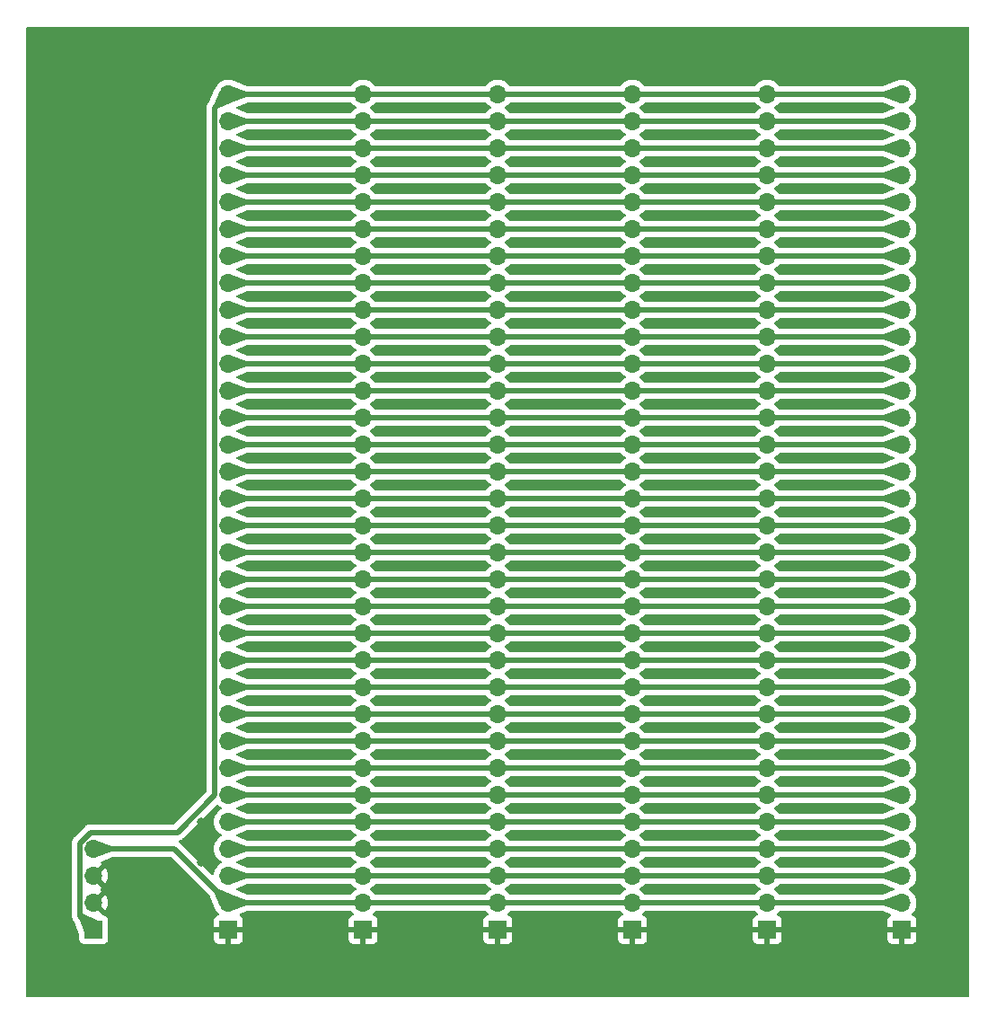
<source format=gbr>
%TF.GenerationSoftware,KiCad,Pcbnew,7.0.5*%
%TF.CreationDate,2023-06-09T17:15:13+02:00*%
%TF.ProjectId,Sorbus-backplane,536f7262-7573-42d6-9261-636b706c616e,rev?*%
%TF.SameCoordinates,Original*%
%TF.FileFunction,Copper,L1,Top*%
%TF.FilePolarity,Positive*%
%FSLAX46Y46*%
G04 Gerber Fmt 4.6, Leading zero omitted, Abs format (unit mm)*
G04 Created by KiCad (PCBNEW 7.0.5) date 2023-06-09 17:15:13*
%MOMM*%
%LPD*%
G01*
G04 APERTURE LIST*
%TA.AperFunction,ComponentPad*%
%ADD10R,1.700000X1.700000*%
%TD*%
%TA.AperFunction,ComponentPad*%
%ADD11O,1.700000X1.700000*%
%TD*%
%TA.AperFunction,ViaPad*%
%ADD12C,0.800000*%
%TD*%
%TA.AperFunction,ViaPad*%
%ADD13C,3.400000*%
%TD*%
%TA.AperFunction,Conductor*%
%ADD14C,0.500000*%
%TD*%
G04 APERTURE END LIST*
D10*
%TO.P,J6,1,Pin_1*%
%TO.N,GND*%
X152400000Y-127000000D03*
D11*
%TO.P,J6,2,Pin_2*%
%TO.N,VCC*%
X152400000Y-124460000D03*
%TO.P,J6,3,Pin_3*%
%TO.N,A0*%
X152400000Y-121920000D03*
%TO.P,J6,4,Pin_4*%
%TO.N,A1*%
X152400000Y-119380000D03*
%TO.P,J6,5,Pin_5*%
%TO.N,A2*%
X152400000Y-116840000D03*
%TO.P,J6,6,Pin_6*%
%TO.N,A3*%
X152400000Y-114300000D03*
%TO.P,J6,7,Pin_7*%
%TO.N,A4*%
X152400000Y-111760000D03*
%TO.P,J6,8,Pin_8*%
%TO.N,A5*%
X152400000Y-109220000D03*
%TO.P,J6,9,Pin_9*%
%TO.N,A6*%
X152400000Y-106680000D03*
%TO.P,J6,10,Pin_10*%
%TO.N,A7*%
X152400000Y-104140000D03*
%TO.P,J6,11,Pin_11*%
%TO.N,A8*%
X152400000Y-101600000D03*
%TO.P,J6,12,Pin_12*%
%TO.N,A9*%
X152400000Y-99060000D03*
%TO.P,J6,13,Pin_13*%
%TO.N,A10*%
X152400000Y-96520000D03*
%TO.P,J6,14,Pin_14*%
%TO.N,A11*%
X152400000Y-93980000D03*
%TO.P,J6,15,Pin_15*%
%TO.N,A12*%
X152400000Y-91440000D03*
%TO.P,J6,16,Pin_16*%
%TO.N,A13*%
X152400000Y-88900000D03*
%TO.P,J6,17,Pin_17*%
%TO.N,A14*%
X152400000Y-86360000D03*
%TO.P,J6,18,Pin_18*%
%TO.N,A15*%
X152400000Y-83820000D03*
%TO.P,J6,19,Pin_19*%
%TO.N,D0*%
X152400000Y-81280000D03*
%TO.P,J6,20,Pin_20*%
%TO.N,D1*%
X152400000Y-78740000D03*
%TO.P,J6,21,Pin_21*%
%TO.N,D2*%
X152400000Y-76200000D03*
%TO.P,J6,22,Pin_22*%
%TO.N,D3*%
X152400000Y-73660000D03*
%TO.P,J6,23,Pin_23*%
%TO.N,D4*%
X152400000Y-71120000D03*
%TO.P,J6,24,Pin_24*%
%TO.N,D5*%
X152400000Y-68580000D03*
%TO.P,J6,25,Pin_25*%
%TO.N,D6*%
X152400000Y-66040000D03*
%TO.P,J6,26,Pin_26*%
%TO.N,D7*%
X152400000Y-63500000D03*
%TO.P,J6,27,Pin_27*%
%TO.N,R~W*%
X152400000Y-60960000D03*
%TO.P,J6,28,Pin_28*%
%TO.N,CLK*%
X152400000Y-58420000D03*
%TO.P,J6,29,Pin_29*%
%TO.N,RDY*%
X152400000Y-55880000D03*
%TO.P,J6,30,Pin_30*%
%TO.N,~{IRQ}*%
X152400000Y-53340000D03*
%TO.P,J6,31,Pin_31*%
%TO.N,~{NMI}*%
X152400000Y-50800000D03*
%TO.P,J6,32,Pin_32*%
%TO.N,~{RESET}*%
X152400000Y-48260000D03*
%TD*%
D10*
%TO.P,J4,1,Pin_1*%
%TO.N,GND*%
X127000000Y-127000000D03*
D11*
%TO.P,J4,2,Pin_2*%
%TO.N,VCC*%
X127000000Y-124460000D03*
%TO.P,J4,3,Pin_3*%
%TO.N,A0*%
X127000000Y-121920000D03*
%TO.P,J4,4,Pin_4*%
%TO.N,A1*%
X127000000Y-119380000D03*
%TO.P,J4,5,Pin_5*%
%TO.N,A2*%
X127000000Y-116840000D03*
%TO.P,J4,6,Pin_6*%
%TO.N,A3*%
X127000000Y-114300000D03*
%TO.P,J4,7,Pin_7*%
%TO.N,A4*%
X127000000Y-111760000D03*
%TO.P,J4,8,Pin_8*%
%TO.N,A5*%
X127000000Y-109220000D03*
%TO.P,J4,9,Pin_9*%
%TO.N,A6*%
X127000000Y-106680000D03*
%TO.P,J4,10,Pin_10*%
%TO.N,A7*%
X127000000Y-104140000D03*
%TO.P,J4,11,Pin_11*%
%TO.N,A8*%
X127000000Y-101600000D03*
%TO.P,J4,12,Pin_12*%
%TO.N,A9*%
X127000000Y-99060000D03*
%TO.P,J4,13,Pin_13*%
%TO.N,A10*%
X127000000Y-96520000D03*
%TO.P,J4,14,Pin_14*%
%TO.N,A11*%
X127000000Y-93980000D03*
%TO.P,J4,15,Pin_15*%
%TO.N,A12*%
X127000000Y-91440000D03*
%TO.P,J4,16,Pin_16*%
%TO.N,A13*%
X127000000Y-88900000D03*
%TO.P,J4,17,Pin_17*%
%TO.N,A14*%
X127000000Y-86360000D03*
%TO.P,J4,18,Pin_18*%
%TO.N,A15*%
X127000000Y-83820000D03*
%TO.P,J4,19,Pin_19*%
%TO.N,D0*%
X127000000Y-81280000D03*
%TO.P,J4,20,Pin_20*%
%TO.N,D1*%
X127000000Y-78740000D03*
%TO.P,J4,21,Pin_21*%
%TO.N,D2*%
X127000000Y-76200000D03*
%TO.P,J4,22,Pin_22*%
%TO.N,D3*%
X127000000Y-73660000D03*
%TO.P,J4,23,Pin_23*%
%TO.N,D4*%
X127000000Y-71120000D03*
%TO.P,J4,24,Pin_24*%
%TO.N,D5*%
X127000000Y-68580000D03*
%TO.P,J4,25,Pin_25*%
%TO.N,D6*%
X127000000Y-66040000D03*
%TO.P,J4,26,Pin_26*%
%TO.N,D7*%
X127000000Y-63500000D03*
%TO.P,J4,27,Pin_27*%
%TO.N,R~W*%
X127000000Y-60960000D03*
%TO.P,J4,28,Pin_28*%
%TO.N,CLK*%
X127000000Y-58420000D03*
%TO.P,J4,29,Pin_29*%
%TO.N,RDY*%
X127000000Y-55880000D03*
%TO.P,J4,30,Pin_30*%
%TO.N,~{IRQ}*%
X127000000Y-53340000D03*
%TO.P,J4,31,Pin_31*%
%TO.N,~{NMI}*%
X127000000Y-50800000D03*
%TO.P,J4,32,Pin_32*%
%TO.N,~{RESET}*%
X127000000Y-48260000D03*
%TD*%
D10*
%TO.P,J1,1,Pin_1*%
%TO.N,GND*%
X88900000Y-127000000D03*
D11*
%TO.P,J1,2,Pin_2*%
%TO.N,VCC*%
X88900000Y-124460000D03*
%TO.P,J1,3,Pin_3*%
%TO.N,A0*%
X88900000Y-121920000D03*
%TO.P,J1,4,Pin_4*%
%TO.N,A1*%
X88900000Y-119380000D03*
%TO.P,J1,5,Pin_5*%
%TO.N,A2*%
X88900000Y-116840000D03*
%TO.P,J1,6,Pin_6*%
%TO.N,A3*%
X88900000Y-114300000D03*
%TO.P,J1,7,Pin_7*%
%TO.N,A4*%
X88900000Y-111760000D03*
%TO.P,J1,8,Pin_8*%
%TO.N,A5*%
X88900000Y-109220000D03*
%TO.P,J1,9,Pin_9*%
%TO.N,A6*%
X88900000Y-106680000D03*
%TO.P,J1,10,Pin_10*%
%TO.N,A7*%
X88900000Y-104140000D03*
%TO.P,J1,11,Pin_11*%
%TO.N,A8*%
X88900000Y-101600000D03*
%TO.P,J1,12,Pin_12*%
%TO.N,A9*%
X88900000Y-99060000D03*
%TO.P,J1,13,Pin_13*%
%TO.N,A10*%
X88900000Y-96520000D03*
%TO.P,J1,14,Pin_14*%
%TO.N,A11*%
X88900000Y-93980000D03*
%TO.P,J1,15,Pin_15*%
%TO.N,A12*%
X88900000Y-91440000D03*
%TO.P,J1,16,Pin_16*%
%TO.N,A13*%
X88900000Y-88900000D03*
%TO.P,J1,17,Pin_17*%
%TO.N,A14*%
X88900000Y-86360000D03*
%TO.P,J1,18,Pin_18*%
%TO.N,A15*%
X88900000Y-83820000D03*
%TO.P,J1,19,Pin_19*%
%TO.N,D0*%
X88900000Y-81280000D03*
%TO.P,J1,20,Pin_20*%
%TO.N,D1*%
X88900000Y-78740000D03*
%TO.P,J1,21,Pin_21*%
%TO.N,D2*%
X88900000Y-76200000D03*
%TO.P,J1,22,Pin_22*%
%TO.N,D3*%
X88900000Y-73660000D03*
%TO.P,J1,23,Pin_23*%
%TO.N,D4*%
X88900000Y-71120000D03*
%TO.P,J1,24,Pin_24*%
%TO.N,D5*%
X88900000Y-68580000D03*
%TO.P,J1,25,Pin_25*%
%TO.N,D6*%
X88900000Y-66040000D03*
%TO.P,J1,26,Pin_26*%
%TO.N,D7*%
X88900000Y-63500000D03*
%TO.P,J1,27,Pin_27*%
%TO.N,R~W*%
X88900000Y-60960000D03*
%TO.P,J1,28,Pin_28*%
%TO.N,CLK*%
X88900000Y-58420000D03*
%TO.P,J1,29,Pin_29*%
%TO.N,RDY*%
X88900000Y-55880000D03*
%TO.P,J1,30,Pin_30*%
%TO.N,~{IRQ}*%
X88900000Y-53340000D03*
%TO.P,J1,31,Pin_31*%
%TO.N,~{NMI}*%
X88900000Y-50800000D03*
%TO.P,J1,32,Pin_32*%
%TO.N,~{RESET}*%
X88900000Y-48260000D03*
%TD*%
D10*
%TO.P,J5,1,Pin_1*%
%TO.N,GND*%
X139700000Y-127000000D03*
D11*
%TO.P,J5,2,Pin_2*%
%TO.N,VCC*%
X139700000Y-124460000D03*
%TO.P,J5,3,Pin_3*%
%TO.N,A0*%
X139700000Y-121920000D03*
%TO.P,J5,4,Pin_4*%
%TO.N,A1*%
X139700000Y-119380000D03*
%TO.P,J5,5,Pin_5*%
%TO.N,A2*%
X139700000Y-116840000D03*
%TO.P,J5,6,Pin_6*%
%TO.N,A3*%
X139700000Y-114300000D03*
%TO.P,J5,7,Pin_7*%
%TO.N,A4*%
X139700000Y-111760000D03*
%TO.P,J5,8,Pin_8*%
%TO.N,A5*%
X139700000Y-109220000D03*
%TO.P,J5,9,Pin_9*%
%TO.N,A6*%
X139700000Y-106680000D03*
%TO.P,J5,10,Pin_10*%
%TO.N,A7*%
X139700000Y-104140000D03*
%TO.P,J5,11,Pin_11*%
%TO.N,A8*%
X139700000Y-101600000D03*
%TO.P,J5,12,Pin_12*%
%TO.N,A9*%
X139700000Y-99060000D03*
%TO.P,J5,13,Pin_13*%
%TO.N,A10*%
X139700000Y-96520000D03*
%TO.P,J5,14,Pin_14*%
%TO.N,A11*%
X139700000Y-93980000D03*
%TO.P,J5,15,Pin_15*%
%TO.N,A12*%
X139700000Y-91440000D03*
%TO.P,J5,16,Pin_16*%
%TO.N,A13*%
X139700000Y-88900000D03*
%TO.P,J5,17,Pin_17*%
%TO.N,A14*%
X139700000Y-86360000D03*
%TO.P,J5,18,Pin_18*%
%TO.N,A15*%
X139700000Y-83820000D03*
%TO.P,J5,19,Pin_19*%
%TO.N,D0*%
X139700000Y-81280000D03*
%TO.P,J5,20,Pin_20*%
%TO.N,D1*%
X139700000Y-78740000D03*
%TO.P,J5,21,Pin_21*%
%TO.N,D2*%
X139700000Y-76200000D03*
%TO.P,J5,22,Pin_22*%
%TO.N,D3*%
X139700000Y-73660000D03*
%TO.P,J5,23,Pin_23*%
%TO.N,D4*%
X139700000Y-71120000D03*
%TO.P,J5,24,Pin_24*%
%TO.N,D5*%
X139700000Y-68580000D03*
%TO.P,J5,25,Pin_25*%
%TO.N,D6*%
X139700000Y-66040000D03*
%TO.P,J5,26,Pin_26*%
%TO.N,D7*%
X139700000Y-63500000D03*
%TO.P,J5,27,Pin_27*%
%TO.N,R~W*%
X139700000Y-60960000D03*
%TO.P,J5,28,Pin_28*%
%TO.N,CLK*%
X139700000Y-58420000D03*
%TO.P,J5,29,Pin_29*%
%TO.N,RDY*%
X139700000Y-55880000D03*
%TO.P,J5,30,Pin_30*%
%TO.N,~{IRQ}*%
X139700000Y-53340000D03*
%TO.P,J5,31,Pin_31*%
%TO.N,~{NMI}*%
X139700000Y-50800000D03*
%TO.P,J5,32,Pin_32*%
%TO.N,~{RESET}*%
X139700000Y-48260000D03*
%TD*%
D10*
%TO.P,J7,1,Pin_1*%
%TO.N,~{RESET}*%
X76200000Y-127000000D03*
D11*
%TO.P,J7,2,Pin_2*%
%TO.N,GND*%
X76200000Y-124460000D03*
%TO.P,J7,3,Pin_3*%
X76200000Y-121920000D03*
%TO.P,J7,4,Pin_4*%
%TO.N,VCC*%
X76200000Y-119380000D03*
%TD*%
D10*
%TO.P,J2,1,Pin_1*%
%TO.N,GND*%
X101600000Y-127000000D03*
D11*
%TO.P,J2,2,Pin_2*%
%TO.N,VCC*%
X101600000Y-124460000D03*
%TO.P,J2,3,Pin_3*%
%TO.N,A0*%
X101600000Y-121920000D03*
%TO.P,J2,4,Pin_4*%
%TO.N,A1*%
X101600000Y-119380000D03*
%TO.P,J2,5,Pin_5*%
%TO.N,A2*%
X101600000Y-116840000D03*
%TO.P,J2,6,Pin_6*%
%TO.N,A3*%
X101600000Y-114300000D03*
%TO.P,J2,7,Pin_7*%
%TO.N,A4*%
X101600000Y-111760000D03*
%TO.P,J2,8,Pin_8*%
%TO.N,A5*%
X101600000Y-109220000D03*
%TO.P,J2,9,Pin_9*%
%TO.N,A6*%
X101600000Y-106680000D03*
%TO.P,J2,10,Pin_10*%
%TO.N,A7*%
X101600000Y-104140000D03*
%TO.P,J2,11,Pin_11*%
%TO.N,A8*%
X101600000Y-101600000D03*
%TO.P,J2,12,Pin_12*%
%TO.N,A9*%
X101600000Y-99060000D03*
%TO.P,J2,13,Pin_13*%
%TO.N,A10*%
X101600000Y-96520000D03*
%TO.P,J2,14,Pin_14*%
%TO.N,A11*%
X101600000Y-93980000D03*
%TO.P,J2,15,Pin_15*%
%TO.N,A12*%
X101600000Y-91440000D03*
%TO.P,J2,16,Pin_16*%
%TO.N,A13*%
X101600000Y-88900000D03*
%TO.P,J2,17,Pin_17*%
%TO.N,A14*%
X101600000Y-86360000D03*
%TO.P,J2,18,Pin_18*%
%TO.N,A15*%
X101600000Y-83820000D03*
%TO.P,J2,19,Pin_19*%
%TO.N,D0*%
X101600000Y-81280000D03*
%TO.P,J2,20,Pin_20*%
%TO.N,D1*%
X101600000Y-78740000D03*
%TO.P,J2,21,Pin_21*%
%TO.N,D2*%
X101600000Y-76200000D03*
%TO.P,J2,22,Pin_22*%
%TO.N,D3*%
X101600000Y-73660000D03*
%TO.P,J2,23,Pin_23*%
%TO.N,D4*%
X101600000Y-71120000D03*
%TO.P,J2,24,Pin_24*%
%TO.N,D5*%
X101600000Y-68580000D03*
%TO.P,J2,25,Pin_25*%
%TO.N,D6*%
X101600000Y-66040000D03*
%TO.P,J2,26,Pin_26*%
%TO.N,D7*%
X101600000Y-63500000D03*
%TO.P,J2,27,Pin_27*%
%TO.N,R~W*%
X101600000Y-60960000D03*
%TO.P,J2,28,Pin_28*%
%TO.N,CLK*%
X101600000Y-58420000D03*
%TO.P,J2,29,Pin_29*%
%TO.N,RDY*%
X101600000Y-55880000D03*
%TO.P,J2,30,Pin_30*%
%TO.N,~{IRQ}*%
X101600000Y-53340000D03*
%TO.P,J2,31,Pin_31*%
%TO.N,~{NMI}*%
X101600000Y-50800000D03*
%TO.P,J2,32,Pin_32*%
%TO.N,~{RESET}*%
X101600000Y-48260000D03*
%TD*%
D10*
%TO.P,J3,1,Pin_1*%
%TO.N,GND*%
X114300000Y-127000000D03*
D11*
%TO.P,J3,2,Pin_2*%
%TO.N,VCC*%
X114300000Y-124460000D03*
%TO.P,J3,3,Pin_3*%
%TO.N,A0*%
X114300000Y-121920000D03*
%TO.P,J3,4,Pin_4*%
%TO.N,A1*%
X114300000Y-119380000D03*
%TO.P,J3,5,Pin_5*%
%TO.N,A2*%
X114300000Y-116840000D03*
%TO.P,J3,6,Pin_6*%
%TO.N,A3*%
X114300000Y-114300000D03*
%TO.P,J3,7,Pin_7*%
%TO.N,A4*%
X114300000Y-111760000D03*
%TO.P,J3,8,Pin_8*%
%TO.N,A5*%
X114300000Y-109220000D03*
%TO.P,J3,9,Pin_9*%
%TO.N,A6*%
X114300000Y-106680000D03*
%TO.P,J3,10,Pin_10*%
%TO.N,A7*%
X114300000Y-104140000D03*
%TO.P,J3,11,Pin_11*%
%TO.N,A8*%
X114300000Y-101600000D03*
%TO.P,J3,12,Pin_12*%
%TO.N,A9*%
X114300000Y-99060000D03*
%TO.P,J3,13,Pin_13*%
%TO.N,A10*%
X114300000Y-96520000D03*
%TO.P,J3,14,Pin_14*%
%TO.N,A11*%
X114300000Y-93980000D03*
%TO.P,J3,15,Pin_15*%
%TO.N,A12*%
X114300000Y-91440000D03*
%TO.P,J3,16,Pin_16*%
%TO.N,A13*%
X114300000Y-88900000D03*
%TO.P,J3,17,Pin_17*%
%TO.N,A14*%
X114300000Y-86360000D03*
%TO.P,J3,18,Pin_18*%
%TO.N,A15*%
X114300000Y-83820000D03*
%TO.P,J3,19,Pin_19*%
%TO.N,D0*%
X114300000Y-81280000D03*
%TO.P,J3,20,Pin_20*%
%TO.N,D1*%
X114300000Y-78740000D03*
%TO.P,J3,21,Pin_21*%
%TO.N,D2*%
X114300000Y-76200000D03*
%TO.P,J3,22,Pin_22*%
%TO.N,D3*%
X114300000Y-73660000D03*
%TO.P,J3,23,Pin_23*%
%TO.N,D4*%
X114300000Y-71120000D03*
%TO.P,J3,24,Pin_24*%
%TO.N,D5*%
X114300000Y-68580000D03*
%TO.P,J3,25,Pin_25*%
%TO.N,D6*%
X114300000Y-66040000D03*
%TO.P,J3,26,Pin_26*%
%TO.N,D7*%
X114300000Y-63500000D03*
%TO.P,J3,27,Pin_27*%
%TO.N,R~W*%
X114300000Y-60960000D03*
%TO.P,J3,28,Pin_28*%
%TO.N,CLK*%
X114300000Y-58420000D03*
%TO.P,J3,29,Pin_29*%
%TO.N,RDY*%
X114300000Y-55880000D03*
%TO.P,J3,30,Pin_30*%
%TO.N,~{IRQ}*%
X114300000Y-53340000D03*
%TO.P,J3,31,Pin_31*%
%TO.N,~{NMI}*%
X114300000Y-50800000D03*
%TO.P,J3,32,Pin_32*%
%TO.N,~{RESET}*%
X114300000Y-48260000D03*
%TD*%
D12*
%TO.N,GND*%
X137160000Y-59690000D03*
X99060000Y-115570000D03*
X137160000Y-64770000D03*
X137160000Y-123190000D03*
X104140000Y-100330000D03*
X116840000Y-67310000D03*
X111760000Y-82550000D03*
X116840000Y-87630000D03*
X99060000Y-72390000D03*
X129540000Y-120650000D03*
X124460000Y-95250000D03*
X129540000Y-64770000D03*
X104140000Y-49530000D03*
X142240000Y-69850000D03*
X149860000Y-110490000D03*
X99060000Y-118110000D03*
X129540000Y-97790000D03*
X129540000Y-62230000D03*
X99060000Y-62230000D03*
X124460000Y-72390000D03*
X129540000Y-113030000D03*
X99060000Y-90170000D03*
X149860000Y-82550000D03*
X124460000Y-77470000D03*
X149860000Y-120650000D03*
X137160000Y-115570000D03*
X104140000Y-72390000D03*
X116840000Y-49530000D03*
X124460000Y-67310000D03*
X116840000Y-92710000D03*
X104140000Y-59690000D03*
X137160000Y-49530000D03*
D13*
X72390000Y-44450000D03*
D12*
X91440000Y-102870000D03*
X111760000Y-90170000D03*
X111760000Y-67310000D03*
X91440000Y-97790000D03*
D13*
X156210000Y-130810000D03*
D12*
X111760000Y-57150000D03*
X111760000Y-52070000D03*
X99060000Y-113030000D03*
X104140000Y-105410000D03*
X99060000Y-87630000D03*
X149860000Y-118110000D03*
X91440000Y-49530000D03*
X149860000Y-107950000D03*
X137160000Y-102870000D03*
X129540000Y-87630000D03*
X99060000Y-64770000D03*
X116840000Y-52070000D03*
X137160000Y-72390000D03*
X142240000Y-52070000D03*
X111760000Y-77470000D03*
X149860000Y-92710000D03*
X111760000Y-92710000D03*
X124460000Y-100330000D03*
X137160000Y-92710000D03*
X111760000Y-113030000D03*
X116840000Y-105410000D03*
X91440000Y-100330000D03*
X129540000Y-80010000D03*
X149860000Y-80010000D03*
X111760000Y-62230000D03*
X142240000Y-85090000D03*
X149860000Y-97790000D03*
X137160000Y-57150000D03*
X142240000Y-74930000D03*
X142240000Y-54610000D03*
X124460000Y-97790000D03*
X116840000Y-72390000D03*
X91440000Y-113030000D03*
X111760000Y-74930000D03*
X149860000Y-115570000D03*
X124460000Y-85090000D03*
X116840000Y-95250000D03*
X111760000Y-100330000D03*
X142240000Y-64770000D03*
X104140000Y-57150000D03*
X91440000Y-52070000D03*
X149860000Y-113030000D03*
X124460000Y-64770000D03*
X142240000Y-118110000D03*
X116840000Y-113030000D03*
X124460000Y-82550000D03*
X104140000Y-62230000D03*
X124460000Y-62230000D03*
X99060000Y-57150000D03*
X104140000Y-115570000D03*
X124460000Y-115570000D03*
X124460000Y-92710000D03*
X116840000Y-120650000D03*
X129540000Y-118110000D03*
X104140000Y-113030000D03*
X142240000Y-107950000D03*
X116840000Y-102870000D03*
X91440000Y-72390000D03*
X142240000Y-87630000D03*
D13*
X156210000Y-44450000D03*
D12*
X137160000Y-67310000D03*
X129540000Y-72390000D03*
X137160000Y-110490000D03*
X104140000Y-97790000D03*
X124460000Y-102870000D03*
X149860000Y-67310000D03*
X111760000Y-59690000D03*
X116840000Y-74930000D03*
X142240000Y-77470000D03*
X99060000Y-97790000D03*
X142240000Y-110490000D03*
X111760000Y-120650000D03*
X104140000Y-54610000D03*
X149860000Y-100330000D03*
X137160000Y-52070000D03*
X124460000Y-107950000D03*
X104140000Y-118110000D03*
X104140000Y-90170000D03*
X91440000Y-107950000D03*
X99060000Y-110490000D03*
X137160000Y-97790000D03*
X129540000Y-100330000D03*
X116840000Y-115570000D03*
X91440000Y-90170000D03*
X142240000Y-100330000D03*
X116840000Y-62230000D03*
X111760000Y-85090000D03*
X116840000Y-64770000D03*
X116840000Y-80010000D03*
X116840000Y-118110000D03*
X104140000Y-69850000D03*
X111760000Y-69850000D03*
X104140000Y-85090000D03*
X137160000Y-118110000D03*
X99060000Y-59690000D03*
X104140000Y-120650000D03*
X142240000Y-59690000D03*
X142240000Y-120650000D03*
X142240000Y-90170000D03*
X129540000Y-102870000D03*
X116840000Y-77470000D03*
X116840000Y-69850000D03*
X129540000Y-69850000D03*
X91440000Y-115570000D03*
X99060000Y-123190000D03*
X124460000Y-123190000D03*
X91440000Y-67310000D03*
X104140000Y-102870000D03*
X137160000Y-85090000D03*
X99060000Y-77470000D03*
X149860000Y-59690000D03*
X104140000Y-64770000D03*
X124460000Y-69850000D03*
X116840000Y-110490000D03*
X142240000Y-113030000D03*
X149860000Y-77470000D03*
X99060000Y-80010000D03*
X137160000Y-82550000D03*
X149860000Y-62230000D03*
X137160000Y-90170000D03*
X149860000Y-95250000D03*
X91440000Y-77470000D03*
X99060000Y-49530000D03*
X111760000Y-87630000D03*
D13*
X72390000Y-130810000D03*
D12*
X149860000Y-52070000D03*
X129540000Y-90170000D03*
X137160000Y-77470000D03*
X124460000Y-57150000D03*
X142240000Y-62230000D03*
X116840000Y-97790000D03*
X137160000Y-69850000D03*
X104140000Y-80010000D03*
X149860000Y-54610000D03*
X116840000Y-123190000D03*
X91440000Y-82550000D03*
X104140000Y-123190000D03*
X111760000Y-72390000D03*
X91440000Y-95250000D03*
X116840000Y-57150000D03*
X142240000Y-82550000D03*
X137160000Y-87630000D03*
X129540000Y-74930000D03*
X149860000Y-72390000D03*
X91440000Y-80010000D03*
X149860000Y-90170000D03*
X137160000Y-74930000D03*
X142240000Y-123190000D03*
X142240000Y-80010000D03*
X104140000Y-110490000D03*
X116840000Y-100330000D03*
X124460000Y-118110000D03*
X129540000Y-82550000D03*
X129540000Y-95250000D03*
X104140000Y-82550000D03*
X124460000Y-80010000D03*
X91440000Y-120650000D03*
X116840000Y-107950000D03*
X129540000Y-123190000D03*
X91440000Y-64770000D03*
X129540000Y-67310000D03*
X111760000Y-123190000D03*
X142240000Y-115570000D03*
X137160000Y-54610000D03*
X137160000Y-62230000D03*
X91440000Y-62230000D03*
X99060000Y-92710000D03*
X91440000Y-59690000D03*
X142240000Y-97790000D03*
X111760000Y-49530000D03*
X111760000Y-97790000D03*
X129540000Y-85090000D03*
X91440000Y-105410000D03*
X129540000Y-115570000D03*
X137160000Y-95250000D03*
X129540000Y-77470000D03*
X129540000Y-54610000D03*
X129540000Y-105410000D03*
X91440000Y-87630000D03*
X124460000Y-113030000D03*
X91440000Y-118110000D03*
X124460000Y-110490000D03*
X142240000Y-57150000D03*
X124460000Y-59690000D03*
X99060000Y-100330000D03*
X99060000Y-95250000D03*
X104140000Y-67310000D03*
X142240000Y-102870000D03*
X111760000Y-118110000D03*
X124460000Y-49530000D03*
X104140000Y-107950000D03*
X99060000Y-82550000D03*
X91440000Y-74930000D03*
X149860000Y-87630000D03*
X129540000Y-52070000D03*
X111760000Y-64770000D03*
X116840000Y-82550000D03*
X124460000Y-74930000D03*
X91440000Y-110490000D03*
X91440000Y-85090000D03*
X111760000Y-54610000D03*
X124460000Y-120650000D03*
X99060000Y-107950000D03*
X137160000Y-80010000D03*
X149860000Y-74930000D03*
X104140000Y-52070000D03*
X111760000Y-110490000D03*
X104140000Y-74930000D03*
X111760000Y-107950000D03*
X99060000Y-120650000D03*
X129540000Y-107950000D03*
X99060000Y-69850000D03*
X124460000Y-54610000D03*
X124460000Y-105410000D03*
X142240000Y-72390000D03*
X149860000Y-49530000D03*
X99060000Y-102870000D03*
X137160000Y-107950000D03*
X124460000Y-87630000D03*
X129540000Y-110490000D03*
X104140000Y-92710000D03*
X149860000Y-57150000D03*
X99060000Y-105410000D03*
X149860000Y-69850000D03*
X149860000Y-64770000D03*
X137160000Y-100330000D03*
X99060000Y-54610000D03*
X99060000Y-85090000D03*
X149860000Y-85090000D03*
X142240000Y-49530000D03*
X116840000Y-54610000D03*
X91440000Y-92710000D03*
X142240000Y-95250000D03*
X129540000Y-57150000D03*
X149860000Y-123190000D03*
X129540000Y-59690000D03*
X124460000Y-90170000D03*
X86360000Y-116840000D03*
X104140000Y-95250000D03*
X142240000Y-67310000D03*
X111760000Y-102870000D03*
X91440000Y-54610000D03*
X111760000Y-95250000D03*
X91440000Y-69850000D03*
X86360000Y-120650000D03*
X129540000Y-49530000D03*
X137160000Y-113030000D03*
X116840000Y-59690000D03*
X99060000Y-74930000D03*
X129540000Y-92710000D03*
X111760000Y-115570000D03*
X142240000Y-105410000D03*
X124460000Y-52070000D03*
X137160000Y-105410000D03*
X111760000Y-80010000D03*
X111760000Y-105410000D03*
X116840000Y-90170000D03*
X104140000Y-77470000D03*
X91440000Y-57150000D03*
X142240000Y-92710000D03*
X99060000Y-67310000D03*
X137160000Y-120650000D03*
X104140000Y-87630000D03*
X116840000Y-85090000D03*
X91440000Y-123190000D03*
X149860000Y-105410000D03*
X99060000Y-52070000D03*
X149860000Y-102870000D03*
%TD*%
D14*
%TO.N,VCC*%
X152400000Y-124460000D02*
X88900000Y-124460000D01*
X83820000Y-119380000D02*
X88900000Y-124460000D01*
X76200000Y-119380000D02*
X83820000Y-119380000D01*
%TO.N,A0*%
X88900000Y-121920000D02*
X152400000Y-121920000D01*
%TO.N,A1*%
X152400000Y-119380000D02*
X88900000Y-119380000D01*
%TO.N,A2*%
X88900000Y-116840000D02*
X152400000Y-116840000D01*
%TO.N,A3*%
X152400000Y-114300000D02*
X88900000Y-114300000D01*
%TO.N,A4*%
X88900000Y-111760000D02*
X152400000Y-111760000D01*
%TO.N,A5*%
X152400000Y-109220000D02*
X88900000Y-109220000D01*
%TO.N,A6*%
X88900000Y-106680000D02*
X152400000Y-106680000D01*
%TO.N,A7*%
X152400000Y-104140000D02*
X88900000Y-104140000D01*
%TO.N,A8*%
X88900000Y-101600000D02*
X152400000Y-101600000D01*
%TO.N,A9*%
X152400000Y-99060000D02*
X88900000Y-99060000D01*
%TO.N,A10*%
X88900000Y-96520000D02*
X152400000Y-96520000D01*
%TO.N,A11*%
X152400000Y-93980000D02*
X88900000Y-93980000D01*
%TO.N,A12*%
X88900000Y-91440000D02*
X152400000Y-91440000D01*
%TO.N,A13*%
X152400000Y-88900000D02*
X88900000Y-88900000D01*
%TO.N,A14*%
X88900000Y-86360000D02*
X152400000Y-86360000D01*
%TO.N,A15*%
X152400000Y-83820000D02*
X88900000Y-83820000D01*
%TO.N,D0*%
X88900000Y-81280000D02*
X152400000Y-81280000D01*
%TO.N,D1*%
X88900000Y-78740000D02*
X152400000Y-78740000D01*
%TO.N,D2*%
X152400000Y-76200000D02*
X88900000Y-76200000D01*
%TO.N,D3*%
X88900000Y-73660000D02*
X152400000Y-73660000D01*
%TO.N,D4*%
X152400000Y-71120000D02*
X88900000Y-71120000D01*
%TO.N,D5*%
X88900000Y-68580000D02*
X152400000Y-68580000D01*
%TO.N,D6*%
X152400000Y-66040000D02*
X88900000Y-66040000D01*
%TO.N,D7*%
X88900000Y-63500000D02*
X152400000Y-63500000D01*
%TO.N,R~W*%
X152400000Y-60960000D02*
X88900000Y-60960000D01*
%TO.N,CLK*%
X88900000Y-58420000D02*
X152400000Y-58420000D01*
%TO.N,RDY*%
X152400000Y-55880000D02*
X88900000Y-55880000D01*
%TO.N,~{IRQ}*%
X88900000Y-53340000D02*
X152400000Y-53340000D01*
%TO.N,~{NMI}*%
X152400000Y-50800000D02*
X88900000Y-50800000D01*
%TO.N,~{RESET}*%
X74900000Y-125700000D02*
X74900000Y-118841522D01*
X88900000Y-48260000D02*
X152400000Y-48260000D01*
X87600000Y-114330000D02*
X87600000Y-49560000D01*
X74900000Y-118841522D02*
X75915761Y-117825761D01*
X84104239Y-117825761D02*
X87600000Y-114330000D01*
X75915761Y-117825761D02*
X84104239Y-117825761D01*
X87600000Y-49560000D02*
X88900000Y-48260000D01*
X76200000Y-127000000D02*
X74900000Y-125700000D01*
%TD*%
%TA.AperFunction,Conductor*%
%TO.N,GND*%
G36*
X100472750Y-122698185D02*
G01*
X100509517Y-122734675D01*
X100524278Y-122757268D01*
X100524280Y-122757270D01*
X100524284Y-122757276D01*
X100676756Y-122922902D01*
X100676760Y-122922906D01*
X100854424Y-123061189D01*
X100854429Y-123061191D01*
X100854431Y-123061193D01*
X100890930Y-123080946D01*
X100940520Y-123130165D01*
X100955628Y-123198382D01*
X100931457Y-123263937D01*
X100890930Y-123299054D01*
X100854431Y-123318806D01*
X100854422Y-123318812D01*
X100676761Y-123457092D01*
X100676756Y-123457097D01*
X100524284Y-123622723D01*
X100524280Y-123622729D01*
X100524278Y-123622731D01*
X100524278Y-123622732D01*
X100509517Y-123645324D01*
X100456372Y-123690679D01*
X100405711Y-123701500D01*
X90732579Y-123701500D01*
X90687586Y-123693049D01*
X89692432Y-123305548D01*
X89637104Y-123262880D01*
X89613627Y-123197072D01*
X89629455Y-123129019D01*
X89679563Y-123080327D01*
X89692432Y-123074450D01*
X90687584Y-122686951D01*
X90732577Y-122678500D01*
X100405711Y-122678500D01*
X100472750Y-122698185D01*
G37*
%TD.AperFunction*%
%TA.AperFunction,Conductor*%
G36*
X113172750Y-122698185D02*
G01*
X113209517Y-122734675D01*
X113224278Y-122757268D01*
X113224280Y-122757270D01*
X113224284Y-122757276D01*
X113376756Y-122922902D01*
X113376760Y-122922906D01*
X113554424Y-123061189D01*
X113554429Y-123061191D01*
X113554431Y-123061193D01*
X113590930Y-123080946D01*
X113640520Y-123130165D01*
X113655628Y-123198382D01*
X113631457Y-123263937D01*
X113590930Y-123299054D01*
X113554431Y-123318806D01*
X113554422Y-123318812D01*
X113376761Y-123457092D01*
X113376756Y-123457097D01*
X113224284Y-123622723D01*
X113224280Y-123622729D01*
X113224278Y-123622731D01*
X113224278Y-123622732D01*
X113209517Y-123645324D01*
X113156372Y-123690679D01*
X113105711Y-123701500D01*
X102794289Y-123701500D01*
X102727250Y-123681815D01*
X102690482Y-123645324D01*
X102675722Y-123622732D01*
X102675718Y-123622728D01*
X102675715Y-123622723D01*
X102523243Y-123457097D01*
X102523238Y-123457092D01*
X102345577Y-123318812D01*
X102345578Y-123318812D01*
X102345576Y-123318811D01*
X102309070Y-123299055D01*
X102259479Y-123249836D01*
X102244371Y-123181619D01*
X102268541Y-123116064D01*
X102309070Y-123080945D01*
X102310212Y-123080327D01*
X102345576Y-123061189D01*
X102523240Y-122922906D01*
X102675722Y-122757268D01*
X102690482Y-122734675D01*
X102743628Y-122689321D01*
X102794289Y-122678500D01*
X113105711Y-122678500D01*
X113172750Y-122698185D01*
G37*
%TD.AperFunction*%
%TA.AperFunction,Conductor*%
G36*
X125872750Y-122698185D02*
G01*
X125909517Y-122734675D01*
X125924278Y-122757268D01*
X125924280Y-122757270D01*
X125924284Y-122757276D01*
X126076756Y-122922902D01*
X126076760Y-122922906D01*
X126254424Y-123061189D01*
X126254429Y-123061191D01*
X126254431Y-123061193D01*
X126290930Y-123080946D01*
X126340520Y-123130165D01*
X126355628Y-123198382D01*
X126331457Y-123263937D01*
X126290930Y-123299054D01*
X126254431Y-123318806D01*
X126254422Y-123318812D01*
X126076761Y-123457092D01*
X126076756Y-123457097D01*
X125924284Y-123622723D01*
X125924280Y-123622729D01*
X125924278Y-123622731D01*
X125924278Y-123622732D01*
X125909517Y-123645324D01*
X125856372Y-123690679D01*
X125805711Y-123701500D01*
X115494289Y-123701500D01*
X115427250Y-123681815D01*
X115390482Y-123645324D01*
X115375722Y-123622732D01*
X115375718Y-123622728D01*
X115375715Y-123622723D01*
X115223243Y-123457097D01*
X115223238Y-123457092D01*
X115045577Y-123318812D01*
X115045578Y-123318812D01*
X115045576Y-123318811D01*
X115009070Y-123299055D01*
X114959479Y-123249836D01*
X114944371Y-123181619D01*
X114968541Y-123116064D01*
X115009070Y-123080945D01*
X115010212Y-123080327D01*
X115045576Y-123061189D01*
X115223240Y-122922906D01*
X115375722Y-122757268D01*
X115390482Y-122734675D01*
X115443628Y-122689321D01*
X115494289Y-122678500D01*
X125805711Y-122678500D01*
X125872750Y-122698185D01*
G37*
%TD.AperFunction*%
%TA.AperFunction,Conductor*%
G36*
X138572750Y-122698185D02*
G01*
X138609517Y-122734675D01*
X138624278Y-122757268D01*
X138624280Y-122757270D01*
X138624284Y-122757276D01*
X138776756Y-122922902D01*
X138776760Y-122922906D01*
X138954424Y-123061189D01*
X138954429Y-123061191D01*
X138954431Y-123061193D01*
X138990930Y-123080946D01*
X139040520Y-123130165D01*
X139055628Y-123198382D01*
X139031457Y-123263937D01*
X138990930Y-123299054D01*
X138954431Y-123318806D01*
X138954422Y-123318812D01*
X138776761Y-123457092D01*
X138776756Y-123457097D01*
X138624284Y-123622723D01*
X138624280Y-123622729D01*
X138624278Y-123622731D01*
X138624278Y-123622732D01*
X138609517Y-123645324D01*
X138556372Y-123690679D01*
X138505711Y-123701500D01*
X128194289Y-123701500D01*
X128127250Y-123681815D01*
X128090482Y-123645324D01*
X128075722Y-123622732D01*
X128075718Y-123622728D01*
X128075715Y-123622723D01*
X127923243Y-123457097D01*
X127923238Y-123457092D01*
X127745577Y-123318812D01*
X127745578Y-123318812D01*
X127745576Y-123318811D01*
X127709070Y-123299055D01*
X127659479Y-123249836D01*
X127644371Y-123181619D01*
X127668541Y-123116064D01*
X127709070Y-123080945D01*
X127710212Y-123080327D01*
X127745576Y-123061189D01*
X127923240Y-122922906D01*
X128075722Y-122757268D01*
X128090482Y-122734675D01*
X128143628Y-122689321D01*
X128194289Y-122678500D01*
X138505711Y-122678500D01*
X138572750Y-122698185D01*
G37*
%TD.AperFunction*%
%TA.AperFunction,Conductor*%
G36*
X150612416Y-122686951D02*
G01*
X151607567Y-123074450D01*
X151662895Y-123117118D01*
X151686372Y-123182926D01*
X151670544Y-123250979D01*
X151620436Y-123299671D01*
X151607567Y-123305548D01*
X150612414Y-123693049D01*
X150567421Y-123701500D01*
X140894289Y-123701500D01*
X140827250Y-123681815D01*
X140790482Y-123645324D01*
X140775722Y-123622732D01*
X140775718Y-123622728D01*
X140775715Y-123622723D01*
X140623243Y-123457097D01*
X140623238Y-123457092D01*
X140445577Y-123318812D01*
X140445578Y-123318812D01*
X140445576Y-123318811D01*
X140409070Y-123299055D01*
X140359479Y-123249836D01*
X140344371Y-123181619D01*
X140368541Y-123116064D01*
X140409070Y-123080945D01*
X140410212Y-123080327D01*
X140445576Y-123061189D01*
X140623240Y-122922906D01*
X140775722Y-122757268D01*
X140790482Y-122734675D01*
X140843628Y-122689321D01*
X140894289Y-122678500D01*
X150567423Y-122678500D01*
X150612416Y-122686951D01*
G37*
%TD.AperFunction*%
%TA.AperFunction,Conductor*%
G36*
X87883626Y-115221567D02*
G01*
X87931521Y-115253765D01*
X87976756Y-115302902D01*
X87976760Y-115302906D01*
X88154424Y-115441189D01*
X88154429Y-115441191D01*
X88154431Y-115441193D01*
X88190930Y-115460946D01*
X88240520Y-115510165D01*
X88255628Y-115578382D01*
X88231457Y-115643937D01*
X88190930Y-115679054D01*
X88154431Y-115698806D01*
X88154422Y-115698812D01*
X87976761Y-115837092D01*
X87976756Y-115837097D01*
X87824284Y-116002723D01*
X87824276Y-116002734D01*
X87701140Y-116191207D01*
X87610703Y-116397385D01*
X87555436Y-116615628D01*
X87555434Y-116615640D01*
X87536844Y-116839994D01*
X87536844Y-116840005D01*
X87555434Y-117064359D01*
X87555436Y-117064371D01*
X87610703Y-117282614D01*
X87701140Y-117488792D01*
X87824276Y-117677265D01*
X87824284Y-117677276D01*
X87976756Y-117842902D01*
X87976760Y-117842906D01*
X88154424Y-117981189D01*
X88154429Y-117981191D01*
X88154431Y-117981193D01*
X88190930Y-118000946D01*
X88240520Y-118050165D01*
X88255628Y-118118382D01*
X88231457Y-118183937D01*
X88190930Y-118219054D01*
X88154431Y-118238806D01*
X88154422Y-118238812D01*
X87976761Y-118377092D01*
X87976756Y-118377097D01*
X87824284Y-118542723D01*
X87824276Y-118542734D01*
X87701140Y-118731207D01*
X87610703Y-118937385D01*
X87555436Y-119155628D01*
X87555434Y-119155640D01*
X87536844Y-119379994D01*
X87536844Y-119380005D01*
X87555434Y-119604359D01*
X87555436Y-119604371D01*
X87610703Y-119822614D01*
X87701140Y-120028792D01*
X87824276Y-120217265D01*
X87824284Y-120217276D01*
X87976756Y-120382902D01*
X87976760Y-120382906D01*
X88154424Y-120521189D01*
X88154429Y-120521191D01*
X88154431Y-120521193D01*
X88190930Y-120540946D01*
X88240520Y-120590165D01*
X88255628Y-120658382D01*
X88231457Y-120723937D01*
X88190930Y-120759054D01*
X88154431Y-120778806D01*
X88154422Y-120778812D01*
X87976761Y-120917092D01*
X87976756Y-120917097D01*
X87824284Y-121082723D01*
X87824276Y-121082734D01*
X87701140Y-121271207D01*
X87610703Y-121477385D01*
X87555436Y-121695628D01*
X87555435Y-121695638D01*
X87550964Y-121749587D01*
X87525810Y-121814771D01*
X87469407Y-121856008D01*
X87399664Y-121860206D01*
X87339707Y-121827026D01*
X84401804Y-118889123D01*
X84390022Y-118875490D01*
X84375472Y-118855946D01*
X84375471Y-118855945D01*
X84375469Y-118855942D01*
X84370430Y-118851714D01*
X84334987Y-118821972D01*
X84330998Y-118818317D01*
X84325097Y-118812416D01*
X84299806Y-118792418D01*
X84298410Y-118791281D01*
X84272579Y-118769607D01*
X84233876Y-118711436D01*
X84232766Y-118641575D01*
X84269602Y-118582205D01*
X84309866Y-118558097D01*
X84352501Y-118542579D01*
X84354113Y-118542018D01*
X84426977Y-118517875D01*
X84426983Y-118517871D01*
X84433523Y-118514822D01*
X84433544Y-118514867D01*
X84440541Y-118511480D01*
X84440519Y-118511436D01*
X84446967Y-118508197D01*
X84446971Y-118508196D01*
X84511100Y-118466015D01*
X84512565Y-118465081D01*
X84577890Y-118424791D01*
X84577895Y-118424785D01*
X84583558Y-118420309D01*
X84583589Y-118420348D01*
X84589613Y-118415441D01*
X84589581Y-118415403D01*
X84595103Y-118410767D01*
X84595113Y-118410762D01*
X84647816Y-118354898D01*
X84649010Y-118353669D01*
X87752613Y-115250066D01*
X87813934Y-115216583D01*
X87883626Y-115221567D01*
G37*
%TD.AperFunction*%
%TA.AperFunction,Conductor*%
G36*
X100472750Y-120158185D02*
G01*
X100509517Y-120194675D01*
X100524278Y-120217268D01*
X100524280Y-120217270D01*
X100524284Y-120217276D01*
X100676756Y-120382902D01*
X100676760Y-120382906D01*
X100854424Y-120521189D01*
X100854429Y-120521191D01*
X100854431Y-120521193D01*
X100890930Y-120540946D01*
X100940520Y-120590165D01*
X100955628Y-120658382D01*
X100931457Y-120723937D01*
X100890930Y-120759054D01*
X100854431Y-120778806D01*
X100854422Y-120778812D01*
X100676761Y-120917092D01*
X100676756Y-120917097D01*
X100524284Y-121082723D01*
X100524280Y-121082729D01*
X100524278Y-121082731D01*
X100524278Y-121082732D01*
X100509517Y-121105324D01*
X100456372Y-121150679D01*
X100405711Y-121161500D01*
X90732579Y-121161500D01*
X90687586Y-121153049D01*
X89692432Y-120765548D01*
X89637104Y-120722880D01*
X89613627Y-120657072D01*
X89629455Y-120589019D01*
X89679563Y-120540327D01*
X89692432Y-120534450D01*
X90687584Y-120146951D01*
X90732577Y-120138500D01*
X100405711Y-120138500D01*
X100472750Y-120158185D01*
G37*
%TD.AperFunction*%
%TA.AperFunction,Conductor*%
G36*
X113172750Y-120158185D02*
G01*
X113209517Y-120194675D01*
X113224278Y-120217268D01*
X113224280Y-120217270D01*
X113224284Y-120217276D01*
X113376756Y-120382902D01*
X113376760Y-120382906D01*
X113554424Y-120521189D01*
X113554429Y-120521191D01*
X113554431Y-120521193D01*
X113590930Y-120540946D01*
X113640520Y-120590165D01*
X113655628Y-120658382D01*
X113631457Y-120723937D01*
X113590930Y-120759054D01*
X113554431Y-120778806D01*
X113554422Y-120778812D01*
X113376761Y-120917092D01*
X113376756Y-120917097D01*
X113224284Y-121082723D01*
X113224280Y-121082729D01*
X113224278Y-121082731D01*
X113224278Y-121082732D01*
X113209517Y-121105324D01*
X113156372Y-121150679D01*
X113105711Y-121161500D01*
X102794289Y-121161500D01*
X102727250Y-121141815D01*
X102690482Y-121105324D01*
X102675722Y-121082732D01*
X102675718Y-121082728D01*
X102675715Y-121082723D01*
X102523243Y-120917097D01*
X102523238Y-120917092D01*
X102345577Y-120778812D01*
X102345578Y-120778812D01*
X102345576Y-120778811D01*
X102309070Y-120759055D01*
X102259479Y-120709836D01*
X102244371Y-120641619D01*
X102268541Y-120576064D01*
X102309070Y-120540945D01*
X102310212Y-120540327D01*
X102345576Y-120521189D01*
X102523240Y-120382906D01*
X102675722Y-120217268D01*
X102690482Y-120194675D01*
X102743628Y-120149321D01*
X102794289Y-120138500D01*
X113105711Y-120138500D01*
X113172750Y-120158185D01*
G37*
%TD.AperFunction*%
%TA.AperFunction,Conductor*%
G36*
X125872750Y-120158185D02*
G01*
X125909517Y-120194675D01*
X125924278Y-120217268D01*
X125924280Y-120217270D01*
X125924284Y-120217276D01*
X126076756Y-120382902D01*
X126076760Y-120382906D01*
X126254424Y-120521189D01*
X126254429Y-120521191D01*
X126254431Y-120521193D01*
X126290930Y-120540946D01*
X126340520Y-120590165D01*
X126355628Y-120658382D01*
X126331457Y-120723937D01*
X126290930Y-120759054D01*
X126254431Y-120778806D01*
X126254422Y-120778812D01*
X126076761Y-120917092D01*
X126076756Y-120917097D01*
X125924284Y-121082723D01*
X125924280Y-121082729D01*
X125924278Y-121082731D01*
X125924278Y-121082732D01*
X125909517Y-121105324D01*
X125856372Y-121150679D01*
X125805711Y-121161500D01*
X115494289Y-121161500D01*
X115427250Y-121141815D01*
X115390482Y-121105324D01*
X115375722Y-121082732D01*
X115375718Y-121082728D01*
X115375715Y-121082723D01*
X115223243Y-120917097D01*
X115223238Y-120917092D01*
X115045577Y-120778812D01*
X115045572Y-120778808D01*
X115009068Y-120759053D01*
X114959478Y-120709833D01*
X114944371Y-120641616D01*
X114968542Y-120576061D01*
X115009069Y-120540945D01*
X115045576Y-120521189D01*
X115223240Y-120382906D01*
X115375722Y-120217268D01*
X115390482Y-120194675D01*
X115443628Y-120149321D01*
X115494289Y-120138500D01*
X125805711Y-120138500D01*
X125872750Y-120158185D01*
G37*
%TD.AperFunction*%
%TA.AperFunction,Conductor*%
G36*
X138572750Y-120158185D02*
G01*
X138609517Y-120194675D01*
X138624278Y-120217268D01*
X138624280Y-120217270D01*
X138624284Y-120217276D01*
X138776756Y-120382902D01*
X138776760Y-120382906D01*
X138954424Y-120521189D01*
X138954429Y-120521191D01*
X138954431Y-120521193D01*
X138990930Y-120540946D01*
X139040520Y-120590165D01*
X139055628Y-120658382D01*
X139031457Y-120723937D01*
X138990930Y-120759054D01*
X138954431Y-120778806D01*
X138954422Y-120778812D01*
X138776761Y-120917092D01*
X138776756Y-120917097D01*
X138624284Y-121082723D01*
X138624280Y-121082729D01*
X138624278Y-121082731D01*
X138624278Y-121082732D01*
X138609517Y-121105324D01*
X138556372Y-121150679D01*
X138505711Y-121161500D01*
X128194289Y-121161500D01*
X128127250Y-121141815D01*
X128090482Y-121105324D01*
X128075722Y-121082732D01*
X128075718Y-121082728D01*
X128075715Y-121082723D01*
X127923243Y-120917097D01*
X127923238Y-120917092D01*
X127745577Y-120778812D01*
X127745578Y-120778812D01*
X127745576Y-120778811D01*
X127709070Y-120759055D01*
X127659479Y-120709836D01*
X127644371Y-120641619D01*
X127668541Y-120576064D01*
X127709070Y-120540945D01*
X127710212Y-120540327D01*
X127745576Y-120521189D01*
X127923240Y-120382906D01*
X128075722Y-120217268D01*
X128090482Y-120194675D01*
X128143628Y-120149321D01*
X128194289Y-120138500D01*
X138505711Y-120138500D01*
X138572750Y-120158185D01*
G37*
%TD.AperFunction*%
%TA.AperFunction,Conductor*%
G36*
X150612416Y-120146951D02*
G01*
X151607567Y-120534450D01*
X151662895Y-120577118D01*
X151686372Y-120642926D01*
X151670544Y-120710979D01*
X151620436Y-120759671D01*
X151607567Y-120765548D01*
X150612414Y-121153049D01*
X150567421Y-121161500D01*
X140894289Y-121161500D01*
X140827250Y-121141815D01*
X140790482Y-121105324D01*
X140775722Y-121082732D01*
X140775718Y-121082728D01*
X140775715Y-121082723D01*
X140623243Y-120917097D01*
X140623238Y-120917092D01*
X140445577Y-120778812D01*
X140445578Y-120778812D01*
X140445576Y-120778811D01*
X140409070Y-120759055D01*
X140359479Y-120709836D01*
X140344371Y-120641619D01*
X140368541Y-120576064D01*
X140409070Y-120540945D01*
X140410212Y-120540327D01*
X140445576Y-120521189D01*
X140623240Y-120382906D01*
X140775722Y-120217268D01*
X140790482Y-120194675D01*
X140843628Y-120149321D01*
X140894289Y-120138500D01*
X150567423Y-120138500D01*
X150612416Y-120146951D01*
G37*
%TD.AperFunction*%
%TA.AperFunction,Conductor*%
G36*
X100472750Y-117618185D02*
G01*
X100509517Y-117654675D01*
X100524278Y-117677268D01*
X100524280Y-117677270D01*
X100524284Y-117677276D01*
X100676756Y-117842902D01*
X100676760Y-117842906D01*
X100854424Y-117981189D01*
X100854429Y-117981191D01*
X100854431Y-117981193D01*
X100890930Y-118000946D01*
X100940520Y-118050165D01*
X100955628Y-118118382D01*
X100931457Y-118183937D01*
X100890930Y-118219054D01*
X100854431Y-118238806D01*
X100854422Y-118238812D01*
X100676761Y-118377092D01*
X100676756Y-118377097D01*
X100524284Y-118542723D01*
X100524280Y-118542729D01*
X100524278Y-118542731D01*
X100524278Y-118542732D01*
X100509517Y-118565324D01*
X100456372Y-118610679D01*
X100405711Y-118621500D01*
X90732579Y-118621500D01*
X90687586Y-118613049D01*
X89692432Y-118225548D01*
X89637104Y-118182880D01*
X89613627Y-118117072D01*
X89629455Y-118049019D01*
X89679563Y-118000327D01*
X89692432Y-117994450D01*
X90687584Y-117606951D01*
X90732577Y-117598500D01*
X100405711Y-117598500D01*
X100472750Y-117618185D01*
G37*
%TD.AperFunction*%
%TA.AperFunction,Conductor*%
G36*
X113172750Y-117618185D02*
G01*
X113209517Y-117654675D01*
X113224278Y-117677268D01*
X113224280Y-117677270D01*
X113224284Y-117677276D01*
X113376756Y-117842902D01*
X113376760Y-117842906D01*
X113554424Y-117981189D01*
X113554429Y-117981191D01*
X113554431Y-117981193D01*
X113590930Y-118000946D01*
X113640520Y-118050165D01*
X113655628Y-118118382D01*
X113631457Y-118183937D01*
X113590930Y-118219054D01*
X113554431Y-118238806D01*
X113554422Y-118238812D01*
X113376761Y-118377092D01*
X113376756Y-118377097D01*
X113224284Y-118542723D01*
X113224280Y-118542729D01*
X113224278Y-118542731D01*
X113224278Y-118542732D01*
X113209517Y-118565324D01*
X113156372Y-118610679D01*
X113105711Y-118621500D01*
X102794289Y-118621500D01*
X102727250Y-118601815D01*
X102690482Y-118565324D01*
X102675722Y-118542732D01*
X102675718Y-118542728D01*
X102675715Y-118542723D01*
X102523243Y-118377097D01*
X102523238Y-118377092D01*
X102387568Y-118271495D01*
X102345576Y-118238811D01*
X102345575Y-118238810D01*
X102345572Y-118238808D01*
X102309068Y-118219053D01*
X102259478Y-118169833D01*
X102244371Y-118101616D01*
X102268542Y-118036061D01*
X102309069Y-118000945D01*
X102345576Y-117981189D01*
X102523240Y-117842906D01*
X102675722Y-117677268D01*
X102690482Y-117654675D01*
X102743628Y-117609321D01*
X102794289Y-117598500D01*
X113105711Y-117598500D01*
X113172750Y-117618185D01*
G37*
%TD.AperFunction*%
%TA.AperFunction,Conductor*%
G36*
X125872750Y-117618185D02*
G01*
X125909517Y-117654675D01*
X125924278Y-117677268D01*
X125924280Y-117677270D01*
X125924284Y-117677276D01*
X126076756Y-117842902D01*
X126076760Y-117842906D01*
X126254424Y-117981189D01*
X126254429Y-117981191D01*
X126254431Y-117981193D01*
X126290930Y-118000946D01*
X126340520Y-118050165D01*
X126355628Y-118118382D01*
X126331457Y-118183937D01*
X126290930Y-118219054D01*
X126254431Y-118238806D01*
X126254422Y-118238812D01*
X126076761Y-118377092D01*
X126076756Y-118377097D01*
X125924284Y-118542723D01*
X125924280Y-118542729D01*
X125924278Y-118542731D01*
X125924278Y-118542732D01*
X125909517Y-118565324D01*
X125856372Y-118610679D01*
X125805711Y-118621500D01*
X115494289Y-118621500D01*
X115427250Y-118601815D01*
X115390482Y-118565324D01*
X115375722Y-118542732D01*
X115375718Y-118542728D01*
X115375715Y-118542723D01*
X115223243Y-118377097D01*
X115223238Y-118377092D01*
X115087568Y-118271495D01*
X115045576Y-118238811D01*
X115009070Y-118219055D01*
X114959479Y-118169836D01*
X114944371Y-118101619D01*
X114968541Y-118036064D01*
X115009070Y-118000945D01*
X115010212Y-118000327D01*
X115045576Y-117981189D01*
X115223240Y-117842906D01*
X115375722Y-117677268D01*
X115390482Y-117654675D01*
X115443628Y-117609321D01*
X115494289Y-117598500D01*
X125805711Y-117598500D01*
X125872750Y-117618185D01*
G37*
%TD.AperFunction*%
%TA.AperFunction,Conductor*%
G36*
X138572750Y-117618185D02*
G01*
X138609517Y-117654675D01*
X138624278Y-117677268D01*
X138624280Y-117677270D01*
X138624284Y-117677276D01*
X138776756Y-117842902D01*
X138776760Y-117842906D01*
X138954424Y-117981189D01*
X138954429Y-117981191D01*
X138954431Y-117981193D01*
X138990930Y-118000946D01*
X139040520Y-118050165D01*
X139055628Y-118118382D01*
X139031457Y-118183937D01*
X138990930Y-118219054D01*
X138954431Y-118238806D01*
X138954422Y-118238812D01*
X138776761Y-118377092D01*
X138776756Y-118377097D01*
X138624284Y-118542723D01*
X138624280Y-118542729D01*
X138624278Y-118542731D01*
X138624278Y-118542732D01*
X138609517Y-118565324D01*
X138556372Y-118610679D01*
X138505711Y-118621500D01*
X128194289Y-118621500D01*
X128127250Y-118601815D01*
X128090482Y-118565324D01*
X128075722Y-118542732D01*
X128075718Y-118542728D01*
X128075715Y-118542723D01*
X127923243Y-118377097D01*
X127923238Y-118377092D01*
X127787568Y-118271495D01*
X127745576Y-118238811D01*
X127709070Y-118219055D01*
X127659479Y-118169836D01*
X127644371Y-118101619D01*
X127668541Y-118036064D01*
X127709070Y-118000945D01*
X127710212Y-118000327D01*
X127745576Y-117981189D01*
X127923240Y-117842906D01*
X128075722Y-117677268D01*
X128090482Y-117654675D01*
X128143628Y-117609321D01*
X128194289Y-117598500D01*
X138505711Y-117598500D01*
X138572750Y-117618185D01*
G37*
%TD.AperFunction*%
%TA.AperFunction,Conductor*%
G36*
X150612416Y-117606951D02*
G01*
X151607567Y-117994450D01*
X151662895Y-118037118D01*
X151686372Y-118102926D01*
X151670544Y-118170979D01*
X151620436Y-118219671D01*
X151607567Y-118225548D01*
X150612414Y-118613049D01*
X150567421Y-118621500D01*
X140894289Y-118621500D01*
X140827250Y-118601815D01*
X140790482Y-118565324D01*
X140775722Y-118542732D01*
X140775718Y-118542728D01*
X140775715Y-118542723D01*
X140623243Y-118377097D01*
X140623238Y-118377092D01*
X140487568Y-118271495D01*
X140445576Y-118238811D01*
X140409070Y-118219055D01*
X140359479Y-118169836D01*
X140344371Y-118101619D01*
X140368541Y-118036064D01*
X140409070Y-118000945D01*
X140410212Y-118000327D01*
X140445576Y-117981189D01*
X140623240Y-117842906D01*
X140775722Y-117677268D01*
X140790482Y-117654675D01*
X140843628Y-117609321D01*
X140894289Y-117598500D01*
X150567423Y-117598500D01*
X150612416Y-117606951D01*
G37*
%TD.AperFunction*%
%TA.AperFunction,Conductor*%
G36*
X100472750Y-115078185D02*
G01*
X100509517Y-115114675D01*
X100524278Y-115137268D01*
X100524280Y-115137270D01*
X100524284Y-115137276D01*
X100676756Y-115302902D01*
X100676760Y-115302906D01*
X100854424Y-115441189D01*
X100854429Y-115441191D01*
X100854431Y-115441193D01*
X100890930Y-115460946D01*
X100940520Y-115510165D01*
X100955628Y-115578382D01*
X100931457Y-115643937D01*
X100890930Y-115679054D01*
X100854431Y-115698806D01*
X100854422Y-115698812D01*
X100676761Y-115837092D01*
X100676756Y-115837097D01*
X100524284Y-116002723D01*
X100524280Y-116002729D01*
X100524278Y-116002731D01*
X100524278Y-116002732D01*
X100509517Y-116025324D01*
X100456372Y-116070679D01*
X100405711Y-116081500D01*
X90732579Y-116081500D01*
X90687586Y-116073049D01*
X89692432Y-115685548D01*
X89637104Y-115642880D01*
X89613627Y-115577072D01*
X89629455Y-115509019D01*
X89679563Y-115460327D01*
X89692432Y-115454450D01*
X90687584Y-115066951D01*
X90732577Y-115058500D01*
X100405711Y-115058500D01*
X100472750Y-115078185D01*
G37*
%TD.AperFunction*%
%TA.AperFunction,Conductor*%
G36*
X113172750Y-115078185D02*
G01*
X113209517Y-115114675D01*
X113224278Y-115137268D01*
X113224280Y-115137270D01*
X113224284Y-115137276D01*
X113376756Y-115302902D01*
X113376760Y-115302906D01*
X113554424Y-115441189D01*
X113554429Y-115441191D01*
X113554431Y-115441193D01*
X113590930Y-115460946D01*
X113640520Y-115510165D01*
X113655628Y-115578382D01*
X113631457Y-115643937D01*
X113590930Y-115679054D01*
X113554431Y-115698806D01*
X113554422Y-115698812D01*
X113376761Y-115837092D01*
X113376756Y-115837097D01*
X113224284Y-116002723D01*
X113224280Y-116002729D01*
X113224278Y-116002731D01*
X113224278Y-116002732D01*
X113209517Y-116025324D01*
X113156372Y-116070679D01*
X113105711Y-116081500D01*
X102794289Y-116081500D01*
X102727250Y-116061815D01*
X102690482Y-116025324D01*
X102675722Y-116002732D01*
X102675718Y-116002728D01*
X102675715Y-116002723D01*
X102523243Y-115837097D01*
X102523238Y-115837092D01*
X102345577Y-115698812D01*
X102345578Y-115698812D01*
X102345576Y-115698811D01*
X102309070Y-115679055D01*
X102259479Y-115629836D01*
X102244371Y-115561619D01*
X102268541Y-115496064D01*
X102309070Y-115460945D01*
X102310212Y-115460327D01*
X102345576Y-115441189D01*
X102523240Y-115302906D01*
X102675722Y-115137268D01*
X102690482Y-115114675D01*
X102743628Y-115069321D01*
X102794289Y-115058500D01*
X113105711Y-115058500D01*
X113172750Y-115078185D01*
G37*
%TD.AperFunction*%
%TA.AperFunction,Conductor*%
G36*
X125872750Y-115078185D02*
G01*
X125909517Y-115114675D01*
X125924278Y-115137268D01*
X125924280Y-115137270D01*
X125924284Y-115137276D01*
X126076756Y-115302902D01*
X126076760Y-115302906D01*
X126254424Y-115441189D01*
X126290930Y-115460945D01*
X126340519Y-115510162D01*
X126355629Y-115578378D01*
X126331459Y-115643934D01*
X126290932Y-115679052D01*
X126254432Y-115698805D01*
X126254422Y-115698812D01*
X126076761Y-115837092D01*
X126076756Y-115837097D01*
X125924284Y-116002723D01*
X125924280Y-116002729D01*
X125924278Y-116002731D01*
X125924278Y-116002732D01*
X125909517Y-116025324D01*
X125856372Y-116070679D01*
X125805711Y-116081500D01*
X115494289Y-116081500D01*
X115427250Y-116061815D01*
X115390482Y-116025324D01*
X115375722Y-116002732D01*
X115375718Y-116002728D01*
X115375715Y-116002723D01*
X115223243Y-115837097D01*
X115223238Y-115837092D01*
X115045577Y-115698812D01*
X115045578Y-115698812D01*
X115045576Y-115698811D01*
X115009070Y-115679055D01*
X114959479Y-115629836D01*
X114944371Y-115561619D01*
X114968541Y-115496064D01*
X115009070Y-115460945D01*
X115010212Y-115460327D01*
X115045576Y-115441189D01*
X115223240Y-115302906D01*
X115375722Y-115137268D01*
X115390482Y-115114675D01*
X115443628Y-115069321D01*
X115494289Y-115058500D01*
X125805711Y-115058500D01*
X125872750Y-115078185D01*
G37*
%TD.AperFunction*%
%TA.AperFunction,Conductor*%
G36*
X138572750Y-115078185D02*
G01*
X138609517Y-115114675D01*
X138624278Y-115137268D01*
X138624280Y-115137270D01*
X138624284Y-115137276D01*
X138776756Y-115302902D01*
X138776760Y-115302906D01*
X138954424Y-115441189D01*
X138954429Y-115441191D01*
X138954431Y-115441193D01*
X138990930Y-115460946D01*
X139040520Y-115510165D01*
X139055628Y-115578382D01*
X139031457Y-115643937D01*
X138990930Y-115679054D01*
X138954431Y-115698806D01*
X138954422Y-115698812D01*
X138776761Y-115837092D01*
X138776756Y-115837097D01*
X138624284Y-116002723D01*
X138624280Y-116002729D01*
X138624278Y-116002731D01*
X138624278Y-116002732D01*
X138609517Y-116025324D01*
X138556372Y-116070679D01*
X138505711Y-116081500D01*
X128194289Y-116081500D01*
X128127250Y-116061815D01*
X128090482Y-116025324D01*
X128075722Y-116002732D01*
X128075718Y-116002728D01*
X128075715Y-116002723D01*
X127923243Y-115837097D01*
X127923238Y-115837092D01*
X127745577Y-115698812D01*
X127745572Y-115698808D01*
X127709068Y-115679053D01*
X127659478Y-115629833D01*
X127644371Y-115561616D01*
X127668542Y-115496061D01*
X127709069Y-115460945D01*
X127745576Y-115441189D01*
X127923240Y-115302906D01*
X128075722Y-115137268D01*
X128090482Y-115114675D01*
X128143628Y-115069321D01*
X128194289Y-115058500D01*
X138505711Y-115058500D01*
X138572750Y-115078185D01*
G37*
%TD.AperFunction*%
%TA.AperFunction,Conductor*%
G36*
X150612416Y-115066951D02*
G01*
X151607567Y-115454450D01*
X151662895Y-115497118D01*
X151686372Y-115562926D01*
X151670544Y-115630979D01*
X151620436Y-115679671D01*
X151607567Y-115685548D01*
X150612414Y-116073049D01*
X150567421Y-116081500D01*
X140894289Y-116081500D01*
X140827250Y-116061815D01*
X140790482Y-116025324D01*
X140775722Y-116002732D01*
X140775718Y-116002728D01*
X140775715Y-116002723D01*
X140623243Y-115837097D01*
X140623238Y-115837092D01*
X140445577Y-115698812D01*
X140445578Y-115698812D01*
X140445576Y-115698811D01*
X140409070Y-115679055D01*
X140359479Y-115629836D01*
X140344371Y-115561619D01*
X140368541Y-115496064D01*
X140409070Y-115460945D01*
X140410212Y-115460327D01*
X140445576Y-115441189D01*
X140623240Y-115302906D01*
X140775722Y-115137268D01*
X140790482Y-115114675D01*
X140843628Y-115069321D01*
X140894289Y-115058500D01*
X150567423Y-115058500D01*
X150612416Y-115066951D01*
G37*
%TD.AperFunction*%
%TA.AperFunction,Conductor*%
G36*
X100472750Y-112538185D02*
G01*
X100509517Y-112574675D01*
X100524278Y-112597268D01*
X100524280Y-112597270D01*
X100524284Y-112597276D01*
X100676756Y-112762902D01*
X100676760Y-112762906D01*
X100854424Y-112901189D01*
X100854429Y-112901191D01*
X100854431Y-112901193D01*
X100890930Y-112920946D01*
X100940520Y-112970165D01*
X100955628Y-113038382D01*
X100931457Y-113103937D01*
X100890930Y-113139054D01*
X100854431Y-113158806D01*
X100854422Y-113158812D01*
X100676761Y-113297092D01*
X100676756Y-113297097D01*
X100524284Y-113462723D01*
X100524280Y-113462729D01*
X100524278Y-113462731D01*
X100524278Y-113462732D01*
X100509517Y-113485324D01*
X100456372Y-113530679D01*
X100405711Y-113541500D01*
X90732579Y-113541500D01*
X90687586Y-113533049D01*
X89692432Y-113145548D01*
X89637104Y-113102880D01*
X89613627Y-113037072D01*
X89629455Y-112969019D01*
X89679563Y-112920327D01*
X89692432Y-112914450D01*
X90687584Y-112526951D01*
X90732577Y-112518500D01*
X100405711Y-112518500D01*
X100472750Y-112538185D01*
G37*
%TD.AperFunction*%
%TA.AperFunction,Conductor*%
G36*
X113172750Y-112538185D02*
G01*
X113209517Y-112574675D01*
X113224278Y-112597268D01*
X113224280Y-112597270D01*
X113224284Y-112597276D01*
X113376756Y-112762902D01*
X113376760Y-112762906D01*
X113554424Y-112901189D01*
X113590930Y-112920945D01*
X113640519Y-112970162D01*
X113655629Y-113038378D01*
X113631459Y-113103934D01*
X113590932Y-113139052D01*
X113554432Y-113158805D01*
X113554422Y-113158812D01*
X113376761Y-113297092D01*
X113376756Y-113297097D01*
X113224284Y-113462723D01*
X113224280Y-113462729D01*
X113224278Y-113462731D01*
X113224278Y-113462732D01*
X113209517Y-113485324D01*
X113156372Y-113530679D01*
X113105711Y-113541500D01*
X102794289Y-113541500D01*
X102727250Y-113521815D01*
X102690482Y-113485324D01*
X102675722Y-113462732D01*
X102675718Y-113462728D01*
X102675715Y-113462723D01*
X102523243Y-113297097D01*
X102523238Y-113297092D01*
X102345577Y-113158812D01*
X102345578Y-113158812D01*
X102345576Y-113158811D01*
X102309070Y-113139055D01*
X102259479Y-113089836D01*
X102244371Y-113021619D01*
X102268541Y-112956064D01*
X102309070Y-112920945D01*
X102310212Y-112920327D01*
X102345576Y-112901189D01*
X102523240Y-112762906D01*
X102675722Y-112597268D01*
X102690482Y-112574675D01*
X102743628Y-112529321D01*
X102794289Y-112518500D01*
X113105711Y-112518500D01*
X113172750Y-112538185D01*
G37*
%TD.AperFunction*%
%TA.AperFunction,Conductor*%
G36*
X125872750Y-112538185D02*
G01*
X125909517Y-112574675D01*
X125924278Y-112597268D01*
X125924280Y-112597270D01*
X125924284Y-112597276D01*
X126076756Y-112762902D01*
X126076760Y-112762906D01*
X126254424Y-112901189D01*
X126290930Y-112920945D01*
X126340519Y-112970162D01*
X126355629Y-113038378D01*
X126331459Y-113103934D01*
X126290932Y-113139052D01*
X126254432Y-113158805D01*
X126254422Y-113158812D01*
X126076761Y-113297092D01*
X126076756Y-113297097D01*
X125924284Y-113462723D01*
X125924280Y-113462729D01*
X125924278Y-113462731D01*
X125924278Y-113462732D01*
X125909517Y-113485324D01*
X125856372Y-113530679D01*
X125805711Y-113541500D01*
X115494289Y-113541500D01*
X115427250Y-113521815D01*
X115390482Y-113485324D01*
X115375722Y-113462732D01*
X115375718Y-113462728D01*
X115375715Y-113462723D01*
X115223243Y-113297097D01*
X115223238Y-113297092D01*
X115045577Y-113158812D01*
X115045572Y-113158808D01*
X115009068Y-113139053D01*
X114959478Y-113089833D01*
X114944371Y-113021616D01*
X114968542Y-112956061D01*
X115009069Y-112920945D01*
X115045576Y-112901189D01*
X115223240Y-112762906D01*
X115375722Y-112597268D01*
X115390482Y-112574675D01*
X115443628Y-112529321D01*
X115494289Y-112518500D01*
X125805711Y-112518500D01*
X125872750Y-112538185D01*
G37*
%TD.AperFunction*%
%TA.AperFunction,Conductor*%
G36*
X138572750Y-112538185D02*
G01*
X138609517Y-112574675D01*
X138624278Y-112597268D01*
X138624280Y-112597270D01*
X138624284Y-112597276D01*
X138776756Y-112762902D01*
X138776760Y-112762906D01*
X138954424Y-112901189D01*
X138990930Y-112920945D01*
X139040519Y-112970162D01*
X139055629Y-113038378D01*
X139031459Y-113103934D01*
X138990932Y-113139052D01*
X138954432Y-113158805D01*
X138954422Y-113158812D01*
X138776761Y-113297092D01*
X138776756Y-113297097D01*
X138624284Y-113462723D01*
X138624280Y-113462729D01*
X138624278Y-113462731D01*
X138624278Y-113462732D01*
X138609517Y-113485324D01*
X138556372Y-113530679D01*
X138505711Y-113541500D01*
X128194289Y-113541500D01*
X128127250Y-113521815D01*
X128090482Y-113485324D01*
X128075722Y-113462732D01*
X128075718Y-113462728D01*
X128075715Y-113462723D01*
X127923243Y-113297097D01*
X127923238Y-113297092D01*
X127745577Y-113158812D01*
X127745572Y-113158808D01*
X127709068Y-113139053D01*
X127659478Y-113089833D01*
X127644371Y-113021616D01*
X127668542Y-112956061D01*
X127709069Y-112920945D01*
X127745576Y-112901189D01*
X127923240Y-112762906D01*
X128075722Y-112597268D01*
X128090482Y-112574675D01*
X128143628Y-112529321D01*
X128194289Y-112518500D01*
X138505711Y-112518500D01*
X138572750Y-112538185D01*
G37*
%TD.AperFunction*%
%TA.AperFunction,Conductor*%
G36*
X150612416Y-112526951D02*
G01*
X151607567Y-112914450D01*
X151662895Y-112957118D01*
X151686372Y-113022926D01*
X151670544Y-113090979D01*
X151620436Y-113139671D01*
X151607567Y-113145548D01*
X150612414Y-113533049D01*
X150567421Y-113541500D01*
X140894289Y-113541500D01*
X140827250Y-113521815D01*
X140790482Y-113485324D01*
X140775722Y-113462732D01*
X140775718Y-113462728D01*
X140775715Y-113462723D01*
X140623243Y-113297097D01*
X140623238Y-113297092D01*
X140445577Y-113158812D01*
X140445572Y-113158808D01*
X140409068Y-113139053D01*
X140359478Y-113089833D01*
X140344371Y-113021616D01*
X140368542Y-112956061D01*
X140409069Y-112920945D01*
X140445576Y-112901189D01*
X140623240Y-112762906D01*
X140775722Y-112597268D01*
X140790482Y-112574675D01*
X140843628Y-112529321D01*
X140894289Y-112518500D01*
X150567423Y-112518500D01*
X150612416Y-112526951D01*
G37*
%TD.AperFunction*%
%TA.AperFunction,Conductor*%
G36*
X100472750Y-109998185D02*
G01*
X100509517Y-110034675D01*
X100524278Y-110057268D01*
X100524280Y-110057270D01*
X100524284Y-110057276D01*
X100676756Y-110222902D01*
X100676760Y-110222906D01*
X100854424Y-110361189D01*
X100854429Y-110361191D01*
X100854431Y-110361193D01*
X100890930Y-110380946D01*
X100940520Y-110430165D01*
X100955628Y-110498382D01*
X100931457Y-110563937D01*
X100890930Y-110599054D01*
X100854431Y-110618806D01*
X100854422Y-110618812D01*
X100676761Y-110757092D01*
X100676756Y-110757097D01*
X100524284Y-110922723D01*
X100524280Y-110922729D01*
X100524278Y-110922731D01*
X100524278Y-110922732D01*
X100509517Y-110945324D01*
X100456372Y-110990679D01*
X100405711Y-111001500D01*
X90732579Y-111001500D01*
X90687586Y-110993049D01*
X89692432Y-110605548D01*
X89637104Y-110562880D01*
X89613627Y-110497072D01*
X89629455Y-110429019D01*
X89679563Y-110380327D01*
X89692432Y-110374450D01*
X90687584Y-109986951D01*
X90732577Y-109978500D01*
X100405711Y-109978500D01*
X100472750Y-109998185D01*
G37*
%TD.AperFunction*%
%TA.AperFunction,Conductor*%
G36*
X113172750Y-109998185D02*
G01*
X113209517Y-110034675D01*
X113224278Y-110057268D01*
X113224280Y-110057270D01*
X113224284Y-110057276D01*
X113376756Y-110222902D01*
X113376760Y-110222906D01*
X113554424Y-110361189D01*
X113554429Y-110361191D01*
X113554431Y-110361193D01*
X113590930Y-110380946D01*
X113640520Y-110430165D01*
X113655628Y-110498382D01*
X113631457Y-110563937D01*
X113590930Y-110599054D01*
X113554431Y-110618806D01*
X113554422Y-110618812D01*
X113376761Y-110757092D01*
X113376756Y-110757097D01*
X113224284Y-110922723D01*
X113224280Y-110922729D01*
X113224278Y-110922731D01*
X113224278Y-110922732D01*
X113209517Y-110945324D01*
X113156372Y-110990679D01*
X113105711Y-111001500D01*
X102794289Y-111001500D01*
X102727250Y-110981815D01*
X102690482Y-110945324D01*
X102675722Y-110922732D01*
X102675718Y-110922728D01*
X102675715Y-110922723D01*
X102523243Y-110757097D01*
X102523238Y-110757092D01*
X102345577Y-110618812D01*
X102345572Y-110618808D01*
X102309068Y-110599053D01*
X102259478Y-110549833D01*
X102244371Y-110481616D01*
X102268542Y-110416061D01*
X102309069Y-110380945D01*
X102345576Y-110361189D01*
X102523240Y-110222906D01*
X102675722Y-110057268D01*
X102690482Y-110034675D01*
X102743628Y-109989321D01*
X102794289Y-109978500D01*
X113105711Y-109978500D01*
X113172750Y-109998185D01*
G37*
%TD.AperFunction*%
%TA.AperFunction,Conductor*%
G36*
X125872750Y-109998185D02*
G01*
X125909517Y-110034675D01*
X125924278Y-110057268D01*
X125924280Y-110057270D01*
X125924284Y-110057276D01*
X126076756Y-110222902D01*
X126076760Y-110222906D01*
X126254424Y-110361189D01*
X126254429Y-110361191D01*
X126254431Y-110361193D01*
X126290930Y-110380946D01*
X126340520Y-110430165D01*
X126355628Y-110498382D01*
X126331457Y-110563937D01*
X126290930Y-110599054D01*
X126254431Y-110618806D01*
X126254422Y-110618812D01*
X126076761Y-110757092D01*
X126076756Y-110757097D01*
X125924284Y-110922723D01*
X125924280Y-110922729D01*
X125924278Y-110922731D01*
X125924278Y-110922732D01*
X125909517Y-110945324D01*
X125856372Y-110990679D01*
X125805711Y-111001500D01*
X115494289Y-111001500D01*
X115427250Y-110981815D01*
X115390482Y-110945324D01*
X115375722Y-110922732D01*
X115375718Y-110922728D01*
X115375715Y-110922723D01*
X115223243Y-110757097D01*
X115223238Y-110757092D01*
X115045577Y-110618812D01*
X115045578Y-110618812D01*
X115045576Y-110618811D01*
X115009070Y-110599055D01*
X114959479Y-110549836D01*
X114944371Y-110481619D01*
X114968541Y-110416064D01*
X115009070Y-110380945D01*
X115010212Y-110380327D01*
X115045576Y-110361189D01*
X115223240Y-110222906D01*
X115375722Y-110057268D01*
X115390482Y-110034675D01*
X115443628Y-109989321D01*
X115494289Y-109978500D01*
X125805711Y-109978500D01*
X125872750Y-109998185D01*
G37*
%TD.AperFunction*%
%TA.AperFunction,Conductor*%
G36*
X138572750Y-109998185D02*
G01*
X138609517Y-110034675D01*
X138624278Y-110057268D01*
X138624280Y-110057270D01*
X138624284Y-110057276D01*
X138776756Y-110222902D01*
X138776760Y-110222906D01*
X138954424Y-110361189D01*
X138954429Y-110361191D01*
X138954431Y-110361193D01*
X138990930Y-110380946D01*
X139040520Y-110430165D01*
X139055628Y-110498382D01*
X139031457Y-110563937D01*
X138990930Y-110599054D01*
X138954431Y-110618806D01*
X138954422Y-110618812D01*
X138776761Y-110757092D01*
X138776756Y-110757097D01*
X138624284Y-110922723D01*
X138624280Y-110922729D01*
X138624278Y-110922731D01*
X138624278Y-110922732D01*
X138609517Y-110945324D01*
X138556372Y-110990679D01*
X138505711Y-111001500D01*
X128194289Y-111001500D01*
X128127250Y-110981815D01*
X128090482Y-110945324D01*
X128075722Y-110922732D01*
X128075718Y-110922728D01*
X128075715Y-110922723D01*
X127923243Y-110757097D01*
X127923238Y-110757092D01*
X127745577Y-110618812D01*
X127745578Y-110618812D01*
X127745576Y-110618811D01*
X127709070Y-110599055D01*
X127659479Y-110549836D01*
X127644371Y-110481619D01*
X127668541Y-110416064D01*
X127709070Y-110380945D01*
X127710212Y-110380327D01*
X127745576Y-110361189D01*
X127923240Y-110222906D01*
X128075722Y-110057268D01*
X128090482Y-110034675D01*
X128143628Y-109989321D01*
X128194289Y-109978500D01*
X138505711Y-109978500D01*
X138572750Y-109998185D01*
G37*
%TD.AperFunction*%
%TA.AperFunction,Conductor*%
G36*
X150612416Y-109986951D02*
G01*
X151607567Y-110374450D01*
X151662895Y-110417118D01*
X151686372Y-110482926D01*
X151670544Y-110550979D01*
X151620436Y-110599671D01*
X151607567Y-110605548D01*
X150612414Y-110993049D01*
X150567421Y-111001500D01*
X140894289Y-111001500D01*
X140827250Y-110981815D01*
X140790482Y-110945324D01*
X140775722Y-110922732D01*
X140775718Y-110922728D01*
X140775715Y-110922723D01*
X140623243Y-110757097D01*
X140623238Y-110757092D01*
X140445577Y-110618812D01*
X140445572Y-110618808D01*
X140409068Y-110599053D01*
X140359478Y-110549833D01*
X140344371Y-110481616D01*
X140368542Y-110416061D01*
X140409069Y-110380945D01*
X140445576Y-110361189D01*
X140623240Y-110222906D01*
X140775722Y-110057268D01*
X140790482Y-110034675D01*
X140843628Y-109989321D01*
X140894289Y-109978500D01*
X150567423Y-109978500D01*
X150612416Y-109986951D01*
G37*
%TD.AperFunction*%
%TA.AperFunction,Conductor*%
G36*
X100472750Y-107458185D02*
G01*
X100509517Y-107494675D01*
X100524278Y-107517268D01*
X100524280Y-107517270D01*
X100524284Y-107517276D01*
X100676756Y-107682902D01*
X100676760Y-107682906D01*
X100854424Y-107821189D01*
X100854429Y-107821191D01*
X100854431Y-107821193D01*
X100890930Y-107840946D01*
X100940520Y-107890165D01*
X100955628Y-107958382D01*
X100931457Y-108023937D01*
X100890930Y-108059054D01*
X100854431Y-108078806D01*
X100854422Y-108078812D01*
X100676761Y-108217092D01*
X100676756Y-108217097D01*
X100524284Y-108382723D01*
X100524280Y-108382729D01*
X100524278Y-108382731D01*
X100524278Y-108382732D01*
X100509517Y-108405324D01*
X100456372Y-108450679D01*
X100405711Y-108461500D01*
X90732579Y-108461500D01*
X90687586Y-108453049D01*
X89692432Y-108065548D01*
X89637104Y-108022880D01*
X89613627Y-107957072D01*
X89629455Y-107889019D01*
X89679563Y-107840327D01*
X89692432Y-107834450D01*
X90687584Y-107446951D01*
X90732577Y-107438500D01*
X100405711Y-107438500D01*
X100472750Y-107458185D01*
G37*
%TD.AperFunction*%
%TA.AperFunction,Conductor*%
G36*
X113172750Y-107458185D02*
G01*
X113209517Y-107494675D01*
X113224278Y-107517268D01*
X113224280Y-107517270D01*
X113224284Y-107517276D01*
X113376756Y-107682902D01*
X113376760Y-107682906D01*
X113554424Y-107821189D01*
X113554429Y-107821191D01*
X113554431Y-107821193D01*
X113590930Y-107840946D01*
X113640520Y-107890165D01*
X113655628Y-107958382D01*
X113631457Y-108023937D01*
X113590930Y-108059054D01*
X113554431Y-108078806D01*
X113554422Y-108078812D01*
X113376761Y-108217092D01*
X113376756Y-108217097D01*
X113224284Y-108382723D01*
X113224280Y-108382729D01*
X113224278Y-108382731D01*
X113224278Y-108382732D01*
X113209517Y-108405324D01*
X113156372Y-108450679D01*
X113105711Y-108461500D01*
X102794289Y-108461500D01*
X102727250Y-108441815D01*
X102690482Y-108405324D01*
X102675722Y-108382732D01*
X102675718Y-108382728D01*
X102675715Y-108382723D01*
X102523243Y-108217097D01*
X102523238Y-108217092D01*
X102345577Y-108078812D01*
X102345578Y-108078812D01*
X102345576Y-108078811D01*
X102309070Y-108059055D01*
X102259479Y-108009836D01*
X102244371Y-107941619D01*
X102268541Y-107876064D01*
X102309070Y-107840945D01*
X102310212Y-107840327D01*
X102345576Y-107821189D01*
X102523240Y-107682906D01*
X102675722Y-107517268D01*
X102690482Y-107494675D01*
X102743628Y-107449321D01*
X102794289Y-107438500D01*
X113105711Y-107438500D01*
X113172750Y-107458185D01*
G37*
%TD.AperFunction*%
%TA.AperFunction,Conductor*%
G36*
X125872750Y-107458185D02*
G01*
X125909517Y-107494675D01*
X125924278Y-107517268D01*
X125924280Y-107517270D01*
X125924284Y-107517276D01*
X126076756Y-107682902D01*
X126076760Y-107682906D01*
X126254424Y-107821189D01*
X126254429Y-107821191D01*
X126254431Y-107821193D01*
X126290930Y-107840946D01*
X126340520Y-107890165D01*
X126355628Y-107958382D01*
X126331457Y-108023937D01*
X126290930Y-108059054D01*
X126254431Y-108078806D01*
X126254422Y-108078812D01*
X126076761Y-108217092D01*
X126076756Y-108217097D01*
X125924284Y-108382723D01*
X125924280Y-108382729D01*
X125924278Y-108382731D01*
X125924278Y-108382732D01*
X125909517Y-108405324D01*
X125856372Y-108450679D01*
X125805711Y-108461500D01*
X115494289Y-108461500D01*
X115427250Y-108441815D01*
X115390482Y-108405324D01*
X115375722Y-108382732D01*
X115375718Y-108382728D01*
X115375715Y-108382723D01*
X115223243Y-108217097D01*
X115223238Y-108217092D01*
X115045577Y-108078812D01*
X115045578Y-108078812D01*
X115045576Y-108078811D01*
X115009070Y-108059055D01*
X114959479Y-108009836D01*
X114944371Y-107941619D01*
X114968541Y-107876064D01*
X115009070Y-107840945D01*
X115010212Y-107840327D01*
X115045576Y-107821189D01*
X115223240Y-107682906D01*
X115375722Y-107517268D01*
X115390482Y-107494675D01*
X115443628Y-107449321D01*
X115494289Y-107438500D01*
X125805711Y-107438500D01*
X125872750Y-107458185D01*
G37*
%TD.AperFunction*%
%TA.AperFunction,Conductor*%
G36*
X138572750Y-107458185D02*
G01*
X138609517Y-107494675D01*
X138624278Y-107517268D01*
X138624280Y-107517270D01*
X138624284Y-107517276D01*
X138776756Y-107682902D01*
X138776760Y-107682906D01*
X138954424Y-107821189D01*
X138954429Y-107821191D01*
X138954431Y-107821193D01*
X138990930Y-107840946D01*
X139040520Y-107890165D01*
X139055628Y-107958382D01*
X139031457Y-108023937D01*
X138990930Y-108059054D01*
X138954431Y-108078806D01*
X138954422Y-108078812D01*
X138776761Y-108217092D01*
X138776756Y-108217097D01*
X138624284Y-108382723D01*
X138624280Y-108382729D01*
X138624278Y-108382731D01*
X138624278Y-108382732D01*
X138609517Y-108405324D01*
X138556372Y-108450679D01*
X138505711Y-108461500D01*
X128194289Y-108461500D01*
X128127250Y-108441815D01*
X128090482Y-108405324D01*
X128075722Y-108382732D01*
X128075718Y-108382728D01*
X128075715Y-108382723D01*
X127923243Y-108217097D01*
X127923238Y-108217092D01*
X127745577Y-108078812D01*
X127745578Y-108078812D01*
X127745576Y-108078811D01*
X127709070Y-108059055D01*
X127659479Y-108009836D01*
X127644371Y-107941619D01*
X127668541Y-107876064D01*
X127709070Y-107840945D01*
X127710212Y-107840327D01*
X127745576Y-107821189D01*
X127923240Y-107682906D01*
X128075722Y-107517268D01*
X128090482Y-107494675D01*
X128143628Y-107449321D01*
X128194289Y-107438500D01*
X138505711Y-107438500D01*
X138572750Y-107458185D01*
G37*
%TD.AperFunction*%
%TA.AperFunction,Conductor*%
G36*
X150612416Y-107446951D02*
G01*
X151607567Y-107834450D01*
X151662895Y-107877118D01*
X151686372Y-107942926D01*
X151670544Y-108010979D01*
X151620436Y-108059671D01*
X151607567Y-108065548D01*
X150612414Y-108453049D01*
X150567421Y-108461500D01*
X140894289Y-108461500D01*
X140827250Y-108441815D01*
X140790482Y-108405324D01*
X140775722Y-108382732D01*
X140775718Y-108382728D01*
X140775715Y-108382723D01*
X140623243Y-108217097D01*
X140623238Y-108217092D01*
X140445577Y-108078812D01*
X140445578Y-108078812D01*
X140445576Y-108078811D01*
X140409070Y-108059055D01*
X140359479Y-108009836D01*
X140344371Y-107941619D01*
X140368541Y-107876064D01*
X140409070Y-107840945D01*
X140410212Y-107840327D01*
X140445576Y-107821189D01*
X140623240Y-107682906D01*
X140775722Y-107517268D01*
X140790482Y-107494675D01*
X140843628Y-107449321D01*
X140894289Y-107438500D01*
X150567423Y-107438500D01*
X150612416Y-107446951D01*
G37*
%TD.AperFunction*%
%TA.AperFunction,Conductor*%
G36*
X100472750Y-104918185D02*
G01*
X100509517Y-104954675D01*
X100524278Y-104977268D01*
X100524280Y-104977270D01*
X100524284Y-104977276D01*
X100676756Y-105142902D01*
X100676760Y-105142906D01*
X100854424Y-105281189D01*
X100854429Y-105281191D01*
X100854431Y-105281193D01*
X100890930Y-105300946D01*
X100940520Y-105350165D01*
X100955628Y-105418382D01*
X100931457Y-105483937D01*
X100890930Y-105519054D01*
X100854431Y-105538806D01*
X100854422Y-105538812D01*
X100676761Y-105677092D01*
X100676756Y-105677097D01*
X100524284Y-105842723D01*
X100524280Y-105842729D01*
X100524278Y-105842731D01*
X100524278Y-105842732D01*
X100509517Y-105865324D01*
X100456372Y-105910679D01*
X100405711Y-105921500D01*
X90732579Y-105921500D01*
X90687586Y-105913049D01*
X89692432Y-105525548D01*
X89637104Y-105482880D01*
X89613627Y-105417072D01*
X89629455Y-105349019D01*
X89679563Y-105300327D01*
X89692432Y-105294450D01*
X90687584Y-104906951D01*
X90732577Y-104898500D01*
X100405711Y-104898500D01*
X100472750Y-104918185D01*
G37*
%TD.AperFunction*%
%TA.AperFunction,Conductor*%
G36*
X113172750Y-104918185D02*
G01*
X113209517Y-104954675D01*
X113224278Y-104977268D01*
X113224280Y-104977270D01*
X113224284Y-104977276D01*
X113376756Y-105142902D01*
X113376760Y-105142906D01*
X113554424Y-105281189D01*
X113590930Y-105300945D01*
X113640519Y-105350162D01*
X113655629Y-105418378D01*
X113631459Y-105483934D01*
X113590932Y-105519052D01*
X113554432Y-105538805D01*
X113554422Y-105538812D01*
X113376761Y-105677092D01*
X113376756Y-105677097D01*
X113224284Y-105842723D01*
X113224280Y-105842729D01*
X113224278Y-105842731D01*
X113224278Y-105842732D01*
X113209517Y-105865324D01*
X113156372Y-105910679D01*
X113105711Y-105921500D01*
X102794289Y-105921500D01*
X102727250Y-105901815D01*
X102690482Y-105865324D01*
X102675722Y-105842732D01*
X102675718Y-105842728D01*
X102675715Y-105842723D01*
X102523243Y-105677097D01*
X102523238Y-105677092D01*
X102345577Y-105538812D01*
X102345578Y-105538812D01*
X102345576Y-105538811D01*
X102309070Y-105519055D01*
X102259479Y-105469836D01*
X102244371Y-105401619D01*
X102268541Y-105336064D01*
X102309070Y-105300945D01*
X102310212Y-105300327D01*
X102345576Y-105281189D01*
X102523240Y-105142906D01*
X102675722Y-104977268D01*
X102690482Y-104954675D01*
X102743628Y-104909321D01*
X102794289Y-104898500D01*
X113105711Y-104898500D01*
X113172750Y-104918185D01*
G37*
%TD.AperFunction*%
%TA.AperFunction,Conductor*%
G36*
X125872750Y-104918185D02*
G01*
X125909517Y-104954675D01*
X125924278Y-104977268D01*
X125924280Y-104977270D01*
X125924284Y-104977276D01*
X126076756Y-105142902D01*
X126076760Y-105142906D01*
X126254424Y-105281189D01*
X126254429Y-105281191D01*
X126254431Y-105281193D01*
X126290930Y-105300946D01*
X126340520Y-105350165D01*
X126355628Y-105418382D01*
X126331457Y-105483937D01*
X126290930Y-105519054D01*
X126254431Y-105538806D01*
X126254422Y-105538812D01*
X126076761Y-105677092D01*
X126076756Y-105677097D01*
X125924284Y-105842723D01*
X125924280Y-105842729D01*
X125924278Y-105842731D01*
X125924278Y-105842732D01*
X125909517Y-105865324D01*
X125856372Y-105910679D01*
X125805711Y-105921500D01*
X115494289Y-105921500D01*
X115427250Y-105901815D01*
X115390482Y-105865324D01*
X115375722Y-105842732D01*
X115375718Y-105842728D01*
X115375715Y-105842723D01*
X115223243Y-105677097D01*
X115223238Y-105677092D01*
X115045577Y-105538812D01*
X115045572Y-105538808D01*
X115009068Y-105519053D01*
X114959478Y-105469833D01*
X114944371Y-105401616D01*
X114968542Y-105336061D01*
X115009069Y-105300945D01*
X115045576Y-105281189D01*
X115223240Y-105142906D01*
X115375722Y-104977268D01*
X115390482Y-104954675D01*
X115443628Y-104909321D01*
X115494289Y-104898500D01*
X125805711Y-104898500D01*
X125872750Y-104918185D01*
G37*
%TD.AperFunction*%
%TA.AperFunction,Conductor*%
G36*
X138572750Y-104918185D02*
G01*
X138609517Y-104954675D01*
X138624278Y-104977268D01*
X138624280Y-104977270D01*
X138624284Y-104977276D01*
X138776756Y-105142902D01*
X138776760Y-105142906D01*
X138954424Y-105281189D01*
X138954429Y-105281191D01*
X138954431Y-105281193D01*
X138990930Y-105300946D01*
X139040520Y-105350165D01*
X139055628Y-105418382D01*
X139031457Y-105483937D01*
X138990930Y-105519054D01*
X138954431Y-105538806D01*
X138954422Y-105538812D01*
X138776761Y-105677092D01*
X138776756Y-105677097D01*
X138624284Y-105842723D01*
X138624280Y-105842729D01*
X138624278Y-105842731D01*
X138624278Y-105842732D01*
X138609517Y-105865324D01*
X138556372Y-105910679D01*
X138505711Y-105921500D01*
X128194289Y-105921500D01*
X128127250Y-105901815D01*
X128090482Y-105865324D01*
X128075722Y-105842732D01*
X128075718Y-105842728D01*
X128075715Y-105842723D01*
X127923243Y-105677097D01*
X127923238Y-105677092D01*
X127745577Y-105538812D01*
X127745578Y-105538812D01*
X127745576Y-105538811D01*
X127709070Y-105519055D01*
X127659479Y-105469836D01*
X127644371Y-105401619D01*
X127668541Y-105336064D01*
X127709070Y-105300945D01*
X127710212Y-105300327D01*
X127745576Y-105281189D01*
X127923240Y-105142906D01*
X128075722Y-104977268D01*
X128090482Y-104954675D01*
X128143628Y-104909321D01*
X128194289Y-104898500D01*
X138505711Y-104898500D01*
X138572750Y-104918185D01*
G37*
%TD.AperFunction*%
%TA.AperFunction,Conductor*%
G36*
X150612416Y-104906951D02*
G01*
X151607567Y-105294450D01*
X151662895Y-105337118D01*
X151686372Y-105402926D01*
X151670544Y-105470979D01*
X151620436Y-105519671D01*
X151607567Y-105525548D01*
X150612414Y-105913049D01*
X150567421Y-105921500D01*
X140894289Y-105921500D01*
X140827250Y-105901815D01*
X140790482Y-105865324D01*
X140775722Y-105842732D01*
X140775718Y-105842728D01*
X140775715Y-105842723D01*
X140623243Y-105677097D01*
X140623238Y-105677092D01*
X140445577Y-105538812D01*
X140445578Y-105538812D01*
X140445576Y-105538811D01*
X140409070Y-105519055D01*
X140359479Y-105469836D01*
X140344371Y-105401619D01*
X140368541Y-105336064D01*
X140409070Y-105300945D01*
X140410212Y-105300327D01*
X140445576Y-105281189D01*
X140623240Y-105142906D01*
X140775722Y-104977268D01*
X140790482Y-104954675D01*
X140843628Y-104909321D01*
X140894289Y-104898500D01*
X150567423Y-104898500D01*
X150612416Y-104906951D01*
G37*
%TD.AperFunction*%
%TA.AperFunction,Conductor*%
G36*
X100472750Y-102378185D02*
G01*
X100509517Y-102414675D01*
X100524278Y-102437268D01*
X100524280Y-102437270D01*
X100524284Y-102437276D01*
X100676756Y-102602902D01*
X100676760Y-102602906D01*
X100854424Y-102741189D01*
X100890930Y-102760945D01*
X100940519Y-102810162D01*
X100955629Y-102878378D01*
X100931459Y-102943934D01*
X100890932Y-102979052D01*
X100854432Y-102998805D01*
X100854422Y-102998812D01*
X100676761Y-103137092D01*
X100676756Y-103137097D01*
X100524284Y-103302723D01*
X100524280Y-103302729D01*
X100524278Y-103302731D01*
X100524278Y-103302732D01*
X100509517Y-103325324D01*
X100456372Y-103370679D01*
X100405711Y-103381500D01*
X90732579Y-103381500D01*
X90687586Y-103373049D01*
X89692432Y-102985548D01*
X89637104Y-102942880D01*
X89613627Y-102877072D01*
X89629455Y-102809019D01*
X89679563Y-102760327D01*
X89692432Y-102754450D01*
X90687584Y-102366951D01*
X90732577Y-102358500D01*
X100405711Y-102358500D01*
X100472750Y-102378185D01*
G37*
%TD.AperFunction*%
%TA.AperFunction,Conductor*%
G36*
X113172750Y-102378185D02*
G01*
X113209517Y-102414675D01*
X113224278Y-102437268D01*
X113224280Y-102437270D01*
X113224284Y-102437276D01*
X113376756Y-102602902D01*
X113376760Y-102602906D01*
X113554424Y-102741189D01*
X113590930Y-102760945D01*
X113640519Y-102810162D01*
X113655629Y-102878378D01*
X113631459Y-102943934D01*
X113590932Y-102979052D01*
X113554432Y-102998805D01*
X113554422Y-102998812D01*
X113376761Y-103137092D01*
X113376756Y-103137097D01*
X113224284Y-103302723D01*
X113224280Y-103302729D01*
X113224278Y-103302731D01*
X113224278Y-103302732D01*
X113209517Y-103325324D01*
X113156372Y-103370679D01*
X113105711Y-103381500D01*
X102794289Y-103381500D01*
X102727250Y-103361815D01*
X102690482Y-103325324D01*
X102675722Y-103302732D01*
X102675718Y-103302728D01*
X102675715Y-103302723D01*
X102523243Y-103137097D01*
X102523238Y-103137092D01*
X102345577Y-102998812D01*
X102345572Y-102998808D01*
X102309068Y-102979053D01*
X102259478Y-102929833D01*
X102244371Y-102861616D01*
X102268542Y-102796061D01*
X102309069Y-102760945D01*
X102345576Y-102741189D01*
X102523240Y-102602906D01*
X102675722Y-102437268D01*
X102690482Y-102414675D01*
X102743628Y-102369321D01*
X102794289Y-102358500D01*
X113105711Y-102358500D01*
X113172750Y-102378185D01*
G37*
%TD.AperFunction*%
%TA.AperFunction,Conductor*%
G36*
X125872750Y-102378185D02*
G01*
X125909517Y-102414675D01*
X125924278Y-102437268D01*
X125924280Y-102437270D01*
X125924284Y-102437276D01*
X126076756Y-102602902D01*
X126076760Y-102602906D01*
X126254424Y-102741189D01*
X126290930Y-102760945D01*
X126340519Y-102810162D01*
X126355629Y-102878378D01*
X126331459Y-102943934D01*
X126290932Y-102979052D01*
X126254432Y-102998805D01*
X126254422Y-102998812D01*
X126076761Y-103137092D01*
X126076756Y-103137097D01*
X125924284Y-103302723D01*
X125924280Y-103302729D01*
X125924278Y-103302731D01*
X125924278Y-103302732D01*
X125909517Y-103325324D01*
X125856372Y-103370679D01*
X125805711Y-103381500D01*
X115494289Y-103381500D01*
X115427250Y-103361815D01*
X115390482Y-103325324D01*
X115375722Y-103302732D01*
X115375718Y-103302728D01*
X115375715Y-103302723D01*
X115223243Y-103137097D01*
X115223238Y-103137092D01*
X115045577Y-102998812D01*
X115045572Y-102998808D01*
X115009068Y-102979053D01*
X114959478Y-102929833D01*
X114944371Y-102861616D01*
X114968542Y-102796061D01*
X115009069Y-102760945D01*
X115045576Y-102741189D01*
X115223240Y-102602906D01*
X115375722Y-102437268D01*
X115390482Y-102414675D01*
X115443628Y-102369321D01*
X115494289Y-102358500D01*
X125805711Y-102358500D01*
X125872750Y-102378185D01*
G37*
%TD.AperFunction*%
%TA.AperFunction,Conductor*%
G36*
X138572750Y-102378185D02*
G01*
X138609517Y-102414675D01*
X138624278Y-102437268D01*
X138624280Y-102437270D01*
X138624284Y-102437276D01*
X138776756Y-102602902D01*
X138776760Y-102602906D01*
X138954424Y-102741189D01*
X138954429Y-102741191D01*
X138954431Y-102741193D01*
X138990930Y-102760946D01*
X139040520Y-102810165D01*
X139055628Y-102878382D01*
X139031457Y-102943937D01*
X138990930Y-102979054D01*
X138954431Y-102998806D01*
X138954422Y-102998812D01*
X138776761Y-103137092D01*
X138776756Y-103137097D01*
X138624284Y-103302723D01*
X138624280Y-103302729D01*
X138624278Y-103302731D01*
X138624278Y-103302732D01*
X138609517Y-103325324D01*
X138556372Y-103370679D01*
X138505711Y-103381500D01*
X128194289Y-103381500D01*
X128127250Y-103361815D01*
X128090482Y-103325324D01*
X128075722Y-103302732D01*
X128075718Y-103302728D01*
X128075715Y-103302723D01*
X127923243Y-103137097D01*
X127923238Y-103137092D01*
X127745577Y-102998812D01*
X127745572Y-102998808D01*
X127709068Y-102979053D01*
X127659478Y-102929833D01*
X127644371Y-102861616D01*
X127668542Y-102796061D01*
X127709069Y-102760945D01*
X127745576Y-102741189D01*
X127923240Y-102602906D01*
X128075722Y-102437268D01*
X128090482Y-102414675D01*
X128143628Y-102369321D01*
X128194289Y-102358500D01*
X138505711Y-102358500D01*
X138572750Y-102378185D01*
G37*
%TD.AperFunction*%
%TA.AperFunction,Conductor*%
G36*
X150612416Y-102366951D02*
G01*
X151607567Y-102754450D01*
X151662895Y-102797118D01*
X151686372Y-102862926D01*
X151670544Y-102930979D01*
X151620436Y-102979671D01*
X151607567Y-102985548D01*
X150612414Y-103373049D01*
X150567421Y-103381500D01*
X140894289Y-103381500D01*
X140827250Y-103361815D01*
X140790482Y-103325324D01*
X140775722Y-103302732D01*
X140775718Y-103302728D01*
X140775715Y-103302723D01*
X140623243Y-103137097D01*
X140623238Y-103137092D01*
X140445577Y-102998812D01*
X140445578Y-102998812D01*
X140445576Y-102998811D01*
X140409070Y-102979055D01*
X140359479Y-102929836D01*
X140344371Y-102861619D01*
X140368541Y-102796064D01*
X140409070Y-102760945D01*
X140410212Y-102760327D01*
X140445576Y-102741189D01*
X140623240Y-102602906D01*
X140775722Y-102437268D01*
X140790482Y-102414675D01*
X140843628Y-102369321D01*
X140894289Y-102358500D01*
X150567423Y-102358500D01*
X150612416Y-102366951D01*
G37*
%TD.AperFunction*%
%TA.AperFunction,Conductor*%
G36*
X100472750Y-99838185D02*
G01*
X100509517Y-99874675D01*
X100524278Y-99897268D01*
X100524280Y-99897270D01*
X100524284Y-99897276D01*
X100676756Y-100062902D01*
X100676760Y-100062906D01*
X100854424Y-100201189D01*
X100890930Y-100220945D01*
X100940519Y-100270162D01*
X100955629Y-100338378D01*
X100931459Y-100403934D01*
X100890932Y-100439052D01*
X100854432Y-100458805D01*
X100854422Y-100458812D01*
X100676761Y-100597092D01*
X100676756Y-100597097D01*
X100524284Y-100762723D01*
X100524280Y-100762729D01*
X100524278Y-100762731D01*
X100524278Y-100762732D01*
X100509517Y-100785324D01*
X100456372Y-100830679D01*
X100405711Y-100841500D01*
X90732579Y-100841500D01*
X90687586Y-100833049D01*
X89692432Y-100445548D01*
X89637104Y-100402880D01*
X89613627Y-100337072D01*
X89629455Y-100269019D01*
X89679563Y-100220327D01*
X89692432Y-100214450D01*
X90687584Y-99826951D01*
X90732577Y-99818500D01*
X100405711Y-99818500D01*
X100472750Y-99838185D01*
G37*
%TD.AperFunction*%
%TA.AperFunction,Conductor*%
G36*
X113172750Y-99838185D02*
G01*
X113209517Y-99874675D01*
X113224278Y-99897268D01*
X113224280Y-99897270D01*
X113224284Y-99897276D01*
X113376756Y-100062902D01*
X113376760Y-100062906D01*
X113554424Y-100201189D01*
X113590930Y-100220945D01*
X113640519Y-100270162D01*
X113655629Y-100338378D01*
X113631459Y-100403934D01*
X113590932Y-100439052D01*
X113554432Y-100458805D01*
X113554422Y-100458812D01*
X113376761Y-100597092D01*
X113376756Y-100597097D01*
X113224284Y-100762723D01*
X113224280Y-100762729D01*
X113224278Y-100762731D01*
X113224278Y-100762732D01*
X113209517Y-100785324D01*
X113156372Y-100830679D01*
X113105711Y-100841500D01*
X102794289Y-100841500D01*
X102727250Y-100821815D01*
X102690482Y-100785324D01*
X102675722Y-100762732D01*
X102675718Y-100762728D01*
X102675715Y-100762723D01*
X102523243Y-100597097D01*
X102523238Y-100597092D01*
X102345577Y-100458812D01*
X102345572Y-100458808D01*
X102309068Y-100439053D01*
X102259478Y-100389833D01*
X102244371Y-100321616D01*
X102268542Y-100256061D01*
X102309069Y-100220945D01*
X102345576Y-100201189D01*
X102523240Y-100062906D01*
X102675722Y-99897268D01*
X102690482Y-99874675D01*
X102743628Y-99829321D01*
X102794289Y-99818500D01*
X113105711Y-99818500D01*
X113172750Y-99838185D01*
G37*
%TD.AperFunction*%
%TA.AperFunction,Conductor*%
G36*
X125872750Y-99838185D02*
G01*
X125909517Y-99874675D01*
X125924278Y-99897268D01*
X125924280Y-99897270D01*
X125924284Y-99897276D01*
X126076756Y-100062902D01*
X126076760Y-100062906D01*
X126254424Y-100201189D01*
X126290930Y-100220945D01*
X126340519Y-100270162D01*
X126355629Y-100338378D01*
X126331459Y-100403934D01*
X126290932Y-100439052D01*
X126254432Y-100458805D01*
X126254422Y-100458812D01*
X126076761Y-100597092D01*
X126076756Y-100597097D01*
X125924284Y-100762723D01*
X125924280Y-100762729D01*
X125924278Y-100762731D01*
X125924278Y-100762732D01*
X125909517Y-100785324D01*
X125856372Y-100830679D01*
X125805711Y-100841500D01*
X115494289Y-100841500D01*
X115427250Y-100821815D01*
X115390482Y-100785324D01*
X115375722Y-100762732D01*
X115375718Y-100762728D01*
X115375715Y-100762723D01*
X115223243Y-100597097D01*
X115223238Y-100597092D01*
X115045577Y-100458812D01*
X115045572Y-100458808D01*
X115009068Y-100439053D01*
X114959478Y-100389833D01*
X114944371Y-100321616D01*
X114968542Y-100256061D01*
X115009069Y-100220945D01*
X115045576Y-100201189D01*
X115223240Y-100062906D01*
X115375722Y-99897268D01*
X115390482Y-99874675D01*
X115443628Y-99829321D01*
X115494289Y-99818500D01*
X125805711Y-99818500D01*
X125872750Y-99838185D01*
G37*
%TD.AperFunction*%
%TA.AperFunction,Conductor*%
G36*
X138572750Y-99838185D02*
G01*
X138609517Y-99874675D01*
X138624278Y-99897268D01*
X138624280Y-99897270D01*
X138624284Y-99897276D01*
X138776756Y-100062902D01*
X138776760Y-100062906D01*
X138954424Y-100201189D01*
X138990930Y-100220945D01*
X139040519Y-100270162D01*
X139055629Y-100338378D01*
X139031459Y-100403934D01*
X138990932Y-100439052D01*
X138954432Y-100458805D01*
X138954422Y-100458812D01*
X138776761Y-100597092D01*
X138776756Y-100597097D01*
X138624284Y-100762723D01*
X138624280Y-100762729D01*
X138624278Y-100762731D01*
X138624278Y-100762732D01*
X138609517Y-100785324D01*
X138556372Y-100830679D01*
X138505711Y-100841500D01*
X128194289Y-100841500D01*
X128127250Y-100821815D01*
X128090482Y-100785324D01*
X128075722Y-100762732D01*
X128075718Y-100762728D01*
X128075715Y-100762723D01*
X127923243Y-100597097D01*
X127923238Y-100597092D01*
X127745577Y-100458812D01*
X127745572Y-100458808D01*
X127709068Y-100439053D01*
X127659478Y-100389833D01*
X127644371Y-100321616D01*
X127668542Y-100256061D01*
X127709069Y-100220945D01*
X127745576Y-100201189D01*
X127923240Y-100062906D01*
X128075722Y-99897268D01*
X128090482Y-99874675D01*
X128143628Y-99829321D01*
X128194289Y-99818500D01*
X138505711Y-99818500D01*
X138572750Y-99838185D01*
G37*
%TD.AperFunction*%
%TA.AperFunction,Conductor*%
G36*
X150612416Y-99826951D02*
G01*
X151607567Y-100214450D01*
X151662895Y-100257118D01*
X151686372Y-100322926D01*
X151670544Y-100390979D01*
X151620436Y-100439671D01*
X151607567Y-100445548D01*
X150612414Y-100833049D01*
X150567421Y-100841500D01*
X140894289Y-100841500D01*
X140827250Y-100821815D01*
X140790482Y-100785324D01*
X140775722Y-100762732D01*
X140775718Y-100762728D01*
X140775715Y-100762723D01*
X140623243Y-100597097D01*
X140623238Y-100597092D01*
X140445577Y-100458812D01*
X140445572Y-100458808D01*
X140409068Y-100439053D01*
X140359478Y-100389833D01*
X140344371Y-100321616D01*
X140368542Y-100256061D01*
X140409069Y-100220945D01*
X140445576Y-100201189D01*
X140623240Y-100062906D01*
X140775722Y-99897268D01*
X140790482Y-99874675D01*
X140843628Y-99829321D01*
X140894289Y-99818500D01*
X150567423Y-99818500D01*
X150612416Y-99826951D01*
G37*
%TD.AperFunction*%
%TA.AperFunction,Conductor*%
G36*
X100472750Y-97298185D02*
G01*
X100509517Y-97334675D01*
X100524278Y-97357268D01*
X100524280Y-97357270D01*
X100524284Y-97357276D01*
X100676756Y-97522902D01*
X100676760Y-97522906D01*
X100854424Y-97661189D01*
X100854429Y-97661191D01*
X100854431Y-97661193D01*
X100890930Y-97680946D01*
X100940520Y-97730165D01*
X100955628Y-97798382D01*
X100931457Y-97863937D01*
X100890930Y-97899054D01*
X100854431Y-97918806D01*
X100854422Y-97918812D01*
X100676761Y-98057092D01*
X100676756Y-98057097D01*
X100524284Y-98222723D01*
X100524280Y-98222729D01*
X100524278Y-98222731D01*
X100524278Y-98222732D01*
X100509517Y-98245324D01*
X100456372Y-98290679D01*
X100405711Y-98301500D01*
X90732579Y-98301500D01*
X90687586Y-98293049D01*
X89692432Y-97905548D01*
X89637104Y-97862880D01*
X89613627Y-97797072D01*
X89629455Y-97729019D01*
X89679563Y-97680327D01*
X89692432Y-97674450D01*
X90687584Y-97286951D01*
X90732577Y-97278500D01*
X100405711Y-97278500D01*
X100472750Y-97298185D01*
G37*
%TD.AperFunction*%
%TA.AperFunction,Conductor*%
G36*
X113172750Y-97298185D02*
G01*
X113209517Y-97334675D01*
X113224278Y-97357268D01*
X113224280Y-97357270D01*
X113224284Y-97357276D01*
X113376756Y-97522902D01*
X113376760Y-97522906D01*
X113554424Y-97661189D01*
X113554429Y-97661191D01*
X113554431Y-97661193D01*
X113590930Y-97680946D01*
X113640520Y-97730165D01*
X113655628Y-97798382D01*
X113631457Y-97863937D01*
X113590930Y-97899054D01*
X113554431Y-97918806D01*
X113554422Y-97918812D01*
X113376761Y-98057092D01*
X113376756Y-98057097D01*
X113224284Y-98222723D01*
X113224280Y-98222729D01*
X113224278Y-98222731D01*
X113224278Y-98222732D01*
X113209517Y-98245324D01*
X113156372Y-98290679D01*
X113105711Y-98301500D01*
X102794289Y-98301500D01*
X102727250Y-98281815D01*
X102690482Y-98245324D01*
X102675722Y-98222732D01*
X102675718Y-98222728D01*
X102675715Y-98222723D01*
X102523243Y-98057097D01*
X102523238Y-98057092D01*
X102345577Y-97918812D01*
X102345578Y-97918812D01*
X102345576Y-97918811D01*
X102309070Y-97899055D01*
X102259479Y-97849836D01*
X102244371Y-97781619D01*
X102268541Y-97716064D01*
X102309070Y-97680945D01*
X102310212Y-97680327D01*
X102345576Y-97661189D01*
X102523240Y-97522906D01*
X102675722Y-97357268D01*
X102690482Y-97334675D01*
X102743628Y-97289321D01*
X102794289Y-97278500D01*
X113105711Y-97278500D01*
X113172750Y-97298185D01*
G37*
%TD.AperFunction*%
%TA.AperFunction,Conductor*%
G36*
X125872750Y-97298185D02*
G01*
X125909517Y-97334675D01*
X125924278Y-97357268D01*
X125924280Y-97357270D01*
X125924284Y-97357276D01*
X126076756Y-97522902D01*
X126076760Y-97522906D01*
X126254424Y-97661189D01*
X126254429Y-97661191D01*
X126254431Y-97661193D01*
X126290930Y-97680946D01*
X126340520Y-97730165D01*
X126355628Y-97798382D01*
X126331457Y-97863937D01*
X126290930Y-97899054D01*
X126254431Y-97918806D01*
X126254422Y-97918812D01*
X126076761Y-98057092D01*
X126076756Y-98057097D01*
X125924284Y-98222723D01*
X125924280Y-98222729D01*
X125924278Y-98222731D01*
X125924278Y-98222732D01*
X125909517Y-98245324D01*
X125856372Y-98290679D01*
X125805711Y-98301500D01*
X115494289Y-98301500D01*
X115427250Y-98281815D01*
X115390482Y-98245324D01*
X115375722Y-98222732D01*
X115375718Y-98222728D01*
X115375715Y-98222723D01*
X115223243Y-98057097D01*
X115223238Y-98057092D01*
X115045577Y-97918812D01*
X115045578Y-97918812D01*
X115045576Y-97918811D01*
X115009070Y-97899055D01*
X114959479Y-97849836D01*
X114944371Y-97781619D01*
X114968541Y-97716064D01*
X115009070Y-97680945D01*
X115010212Y-97680327D01*
X115045576Y-97661189D01*
X115223240Y-97522906D01*
X115375722Y-97357268D01*
X115390482Y-97334675D01*
X115443628Y-97289321D01*
X115494289Y-97278500D01*
X125805711Y-97278500D01*
X125872750Y-97298185D01*
G37*
%TD.AperFunction*%
%TA.AperFunction,Conductor*%
G36*
X138572750Y-97298185D02*
G01*
X138609517Y-97334675D01*
X138624278Y-97357268D01*
X138624280Y-97357270D01*
X138624284Y-97357276D01*
X138776756Y-97522902D01*
X138776760Y-97522906D01*
X138954424Y-97661189D01*
X138954429Y-97661191D01*
X138954431Y-97661193D01*
X138990930Y-97680946D01*
X139040520Y-97730165D01*
X139055628Y-97798382D01*
X139031457Y-97863937D01*
X138990930Y-97899054D01*
X138954431Y-97918806D01*
X138954422Y-97918812D01*
X138776761Y-98057092D01*
X138776756Y-98057097D01*
X138624284Y-98222723D01*
X138624280Y-98222729D01*
X138624278Y-98222731D01*
X138624278Y-98222732D01*
X138609517Y-98245324D01*
X138556372Y-98290679D01*
X138505711Y-98301500D01*
X128194289Y-98301500D01*
X128127250Y-98281815D01*
X128090482Y-98245324D01*
X128075722Y-98222732D01*
X128075718Y-98222728D01*
X128075715Y-98222723D01*
X127923243Y-98057097D01*
X127923238Y-98057092D01*
X127745577Y-97918812D01*
X127745578Y-97918812D01*
X127745576Y-97918811D01*
X127709070Y-97899055D01*
X127659479Y-97849836D01*
X127644371Y-97781619D01*
X127668541Y-97716064D01*
X127709070Y-97680945D01*
X127710212Y-97680327D01*
X127745576Y-97661189D01*
X127923240Y-97522906D01*
X128075722Y-97357268D01*
X128090482Y-97334675D01*
X128143628Y-97289321D01*
X128194289Y-97278500D01*
X138505711Y-97278500D01*
X138572750Y-97298185D01*
G37*
%TD.AperFunction*%
%TA.AperFunction,Conductor*%
G36*
X150612416Y-97286951D02*
G01*
X151607567Y-97674450D01*
X151662895Y-97717118D01*
X151686372Y-97782926D01*
X151670544Y-97850979D01*
X151620436Y-97899671D01*
X151607567Y-97905548D01*
X150612414Y-98293049D01*
X150567421Y-98301500D01*
X140894289Y-98301500D01*
X140827250Y-98281815D01*
X140790482Y-98245324D01*
X140775722Y-98222732D01*
X140775718Y-98222728D01*
X140775715Y-98222723D01*
X140623243Y-98057097D01*
X140623238Y-98057092D01*
X140445577Y-97918812D01*
X140445578Y-97918812D01*
X140445576Y-97918811D01*
X140409070Y-97899055D01*
X140359479Y-97849836D01*
X140344371Y-97781619D01*
X140368541Y-97716064D01*
X140409070Y-97680945D01*
X140410212Y-97680327D01*
X140445576Y-97661189D01*
X140623240Y-97522906D01*
X140775722Y-97357268D01*
X140790482Y-97334675D01*
X140843628Y-97289321D01*
X140894289Y-97278500D01*
X150567423Y-97278500D01*
X150612416Y-97286951D01*
G37*
%TD.AperFunction*%
%TA.AperFunction,Conductor*%
G36*
X100472750Y-94758185D02*
G01*
X100509517Y-94794675D01*
X100524278Y-94817268D01*
X100524280Y-94817270D01*
X100524284Y-94817276D01*
X100676756Y-94982902D01*
X100676760Y-94982906D01*
X100854424Y-95121189D01*
X100854429Y-95121191D01*
X100854431Y-95121193D01*
X100890930Y-95140946D01*
X100940520Y-95190165D01*
X100955628Y-95258382D01*
X100931457Y-95323937D01*
X100890930Y-95359054D01*
X100854431Y-95378806D01*
X100854422Y-95378812D01*
X100676761Y-95517092D01*
X100676756Y-95517097D01*
X100524284Y-95682723D01*
X100524280Y-95682729D01*
X100524278Y-95682731D01*
X100524278Y-95682732D01*
X100509517Y-95705324D01*
X100456372Y-95750679D01*
X100405711Y-95761500D01*
X90732579Y-95761500D01*
X90687586Y-95753049D01*
X89692432Y-95365548D01*
X89637104Y-95322880D01*
X89613627Y-95257072D01*
X89629455Y-95189019D01*
X89679563Y-95140327D01*
X89692432Y-95134450D01*
X90687584Y-94746951D01*
X90732577Y-94738500D01*
X100405711Y-94738500D01*
X100472750Y-94758185D01*
G37*
%TD.AperFunction*%
%TA.AperFunction,Conductor*%
G36*
X113172750Y-94758185D02*
G01*
X113209517Y-94794675D01*
X113224278Y-94817268D01*
X113224280Y-94817270D01*
X113224284Y-94817276D01*
X113376756Y-94982902D01*
X113376760Y-94982906D01*
X113554424Y-95121189D01*
X113554429Y-95121191D01*
X113554431Y-95121193D01*
X113590930Y-95140946D01*
X113640520Y-95190165D01*
X113655628Y-95258382D01*
X113631457Y-95323937D01*
X113590930Y-95359054D01*
X113554431Y-95378806D01*
X113554422Y-95378812D01*
X113376761Y-95517092D01*
X113376756Y-95517097D01*
X113224284Y-95682723D01*
X113224280Y-95682729D01*
X113224278Y-95682731D01*
X113224278Y-95682732D01*
X113209517Y-95705324D01*
X113156372Y-95750679D01*
X113105711Y-95761500D01*
X102794289Y-95761500D01*
X102727250Y-95741815D01*
X102690482Y-95705324D01*
X102675722Y-95682732D01*
X102675718Y-95682728D01*
X102675715Y-95682723D01*
X102523243Y-95517097D01*
X102523238Y-95517092D01*
X102345577Y-95378812D01*
X102345578Y-95378812D01*
X102345576Y-95378811D01*
X102309070Y-95359055D01*
X102259479Y-95309836D01*
X102244371Y-95241619D01*
X102268541Y-95176064D01*
X102309070Y-95140945D01*
X102310212Y-95140327D01*
X102345576Y-95121189D01*
X102523240Y-94982906D01*
X102675722Y-94817268D01*
X102690482Y-94794675D01*
X102743628Y-94749321D01*
X102794289Y-94738500D01*
X113105711Y-94738500D01*
X113172750Y-94758185D01*
G37*
%TD.AperFunction*%
%TA.AperFunction,Conductor*%
G36*
X125872750Y-94758185D02*
G01*
X125909517Y-94794675D01*
X125924278Y-94817268D01*
X125924280Y-94817270D01*
X125924284Y-94817276D01*
X126076756Y-94982902D01*
X126076760Y-94982906D01*
X126254424Y-95121189D01*
X126254429Y-95121191D01*
X126254431Y-95121193D01*
X126290930Y-95140946D01*
X126340520Y-95190165D01*
X126355628Y-95258382D01*
X126331457Y-95323937D01*
X126290930Y-95359054D01*
X126254431Y-95378806D01*
X126254422Y-95378812D01*
X126076761Y-95517092D01*
X126076756Y-95517097D01*
X125924284Y-95682723D01*
X125924280Y-95682729D01*
X125924278Y-95682731D01*
X125924278Y-95682732D01*
X125909517Y-95705324D01*
X125856372Y-95750679D01*
X125805711Y-95761500D01*
X115494289Y-95761500D01*
X115427250Y-95741815D01*
X115390482Y-95705324D01*
X115375722Y-95682732D01*
X115375718Y-95682728D01*
X115375715Y-95682723D01*
X115223243Y-95517097D01*
X115223238Y-95517092D01*
X115045577Y-95378812D01*
X115045578Y-95378812D01*
X115045576Y-95378811D01*
X115009070Y-95359055D01*
X114959479Y-95309836D01*
X114944371Y-95241619D01*
X114968541Y-95176064D01*
X115009070Y-95140945D01*
X115010212Y-95140327D01*
X115045576Y-95121189D01*
X115223240Y-94982906D01*
X115375722Y-94817268D01*
X115390482Y-94794675D01*
X115443628Y-94749321D01*
X115494289Y-94738500D01*
X125805711Y-94738500D01*
X125872750Y-94758185D01*
G37*
%TD.AperFunction*%
%TA.AperFunction,Conductor*%
G36*
X138572750Y-94758185D02*
G01*
X138609517Y-94794675D01*
X138624278Y-94817268D01*
X138624280Y-94817270D01*
X138624284Y-94817276D01*
X138776756Y-94982902D01*
X138776760Y-94982906D01*
X138954424Y-95121189D01*
X138954429Y-95121191D01*
X138954431Y-95121193D01*
X138990930Y-95140946D01*
X139040520Y-95190165D01*
X139055628Y-95258382D01*
X139031457Y-95323937D01*
X138990930Y-95359054D01*
X138954431Y-95378806D01*
X138954422Y-95378812D01*
X138776761Y-95517092D01*
X138776756Y-95517097D01*
X138624284Y-95682723D01*
X138624280Y-95682729D01*
X138624278Y-95682731D01*
X138624278Y-95682732D01*
X138609517Y-95705324D01*
X138556372Y-95750679D01*
X138505711Y-95761500D01*
X128194289Y-95761500D01*
X128127250Y-95741815D01*
X128090482Y-95705324D01*
X128075722Y-95682732D01*
X128075718Y-95682728D01*
X128075715Y-95682723D01*
X127923243Y-95517097D01*
X127923238Y-95517092D01*
X127745577Y-95378812D01*
X127745578Y-95378812D01*
X127745576Y-95378811D01*
X127709070Y-95359055D01*
X127659479Y-95309836D01*
X127644371Y-95241619D01*
X127668541Y-95176064D01*
X127709070Y-95140945D01*
X127710212Y-95140327D01*
X127745576Y-95121189D01*
X127923240Y-94982906D01*
X128075722Y-94817268D01*
X128090482Y-94794675D01*
X128143628Y-94749321D01*
X128194289Y-94738500D01*
X138505711Y-94738500D01*
X138572750Y-94758185D01*
G37*
%TD.AperFunction*%
%TA.AperFunction,Conductor*%
G36*
X150612416Y-94746951D02*
G01*
X151607567Y-95134450D01*
X151662895Y-95177118D01*
X151686372Y-95242926D01*
X151670544Y-95310979D01*
X151620436Y-95359671D01*
X151607567Y-95365548D01*
X150612414Y-95753049D01*
X150567421Y-95761500D01*
X140894289Y-95761500D01*
X140827250Y-95741815D01*
X140790482Y-95705324D01*
X140775722Y-95682732D01*
X140775718Y-95682728D01*
X140775715Y-95682723D01*
X140623243Y-95517097D01*
X140623238Y-95517092D01*
X140445577Y-95378812D01*
X140445578Y-95378812D01*
X140445576Y-95378811D01*
X140409070Y-95359055D01*
X140359479Y-95309836D01*
X140344371Y-95241619D01*
X140368541Y-95176064D01*
X140409070Y-95140945D01*
X140410212Y-95140327D01*
X140445576Y-95121189D01*
X140623240Y-94982906D01*
X140775722Y-94817268D01*
X140790482Y-94794675D01*
X140843628Y-94749321D01*
X140894289Y-94738500D01*
X150567423Y-94738500D01*
X150612416Y-94746951D01*
G37*
%TD.AperFunction*%
%TA.AperFunction,Conductor*%
G36*
X100472750Y-92218185D02*
G01*
X100509517Y-92254675D01*
X100524278Y-92277268D01*
X100524280Y-92277270D01*
X100524284Y-92277276D01*
X100676756Y-92442902D01*
X100676760Y-92442906D01*
X100854424Y-92581189D01*
X100890930Y-92600945D01*
X100940519Y-92650162D01*
X100955629Y-92718378D01*
X100931459Y-92783934D01*
X100890932Y-92819052D01*
X100854432Y-92838805D01*
X100854422Y-92838812D01*
X100676761Y-92977092D01*
X100676756Y-92977097D01*
X100524284Y-93142723D01*
X100524280Y-93142729D01*
X100524278Y-93142731D01*
X100524278Y-93142732D01*
X100509517Y-93165324D01*
X100456372Y-93210679D01*
X100405711Y-93221500D01*
X90732579Y-93221500D01*
X90687586Y-93213049D01*
X89692432Y-92825548D01*
X89637104Y-92782880D01*
X89613627Y-92717072D01*
X89629455Y-92649019D01*
X89679563Y-92600327D01*
X89692432Y-92594450D01*
X90687584Y-92206951D01*
X90732577Y-92198500D01*
X100405711Y-92198500D01*
X100472750Y-92218185D01*
G37*
%TD.AperFunction*%
%TA.AperFunction,Conductor*%
G36*
X113172750Y-92218185D02*
G01*
X113209517Y-92254675D01*
X113224278Y-92277268D01*
X113224280Y-92277270D01*
X113224284Y-92277276D01*
X113376756Y-92442902D01*
X113376760Y-92442906D01*
X113554424Y-92581189D01*
X113554429Y-92581191D01*
X113554431Y-92581193D01*
X113590930Y-92600946D01*
X113640520Y-92650165D01*
X113655628Y-92718382D01*
X113631457Y-92783937D01*
X113590930Y-92819054D01*
X113554431Y-92838806D01*
X113554422Y-92838812D01*
X113376761Y-92977092D01*
X113376756Y-92977097D01*
X113224284Y-93142723D01*
X113224280Y-93142729D01*
X113224278Y-93142731D01*
X113224278Y-93142732D01*
X113209517Y-93165324D01*
X113156372Y-93210679D01*
X113105711Y-93221500D01*
X102794289Y-93221500D01*
X102727250Y-93201815D01*
X102690482Y-93165324D01*
X102675722Y-93142732D01*
X102675718Y-93142728D01*
X102675715Y-93142723D01*
X102523243Y-92977097D01*
X102523238Y-92977092D01*
X102345577Y-92838812D01*
X102345572Y-92838808D01*
X102309068Y-92819053D01*
X102259478Y-92769833D01*
X102244371Y-92701616D01*
X102268542Y-92636061D01*
X102309069Y-92600945D01*
X102345576Y-92581189D01*
X102523240Y-92442906D01*
X102675722Y-92277268D01*
X102690482Y-92254675D01*
X102743628Y-92209321D01*
X102794289Y-92198500D01*
X113105711Y-92198500D01*
X113172750Y-92218185D01*
G37*
%TD.AperFunction*%
%TA.AperFunction,Conductor*%
G36*
X125872750Y-92218185D02*
G01*
X125909517Y-92254675D01*
X125924278Y-92277268D01*
X125924280Y-92277270D01*
X125924284Y-92277276D01*
X126076756Y-92442902D01*
X126076760Y-92442906D01*
X126254424Y-92581189D01*
X126254429Y-92581191D01*
X126254431Y-92581193D01*
X126290930Y-92600946D01*
X126340520Y-92650165D01*
X126355628Y-92718382D01*
X126331457Y-92783937D01*
X126290930Y-92819054D01*
X126254431Y-92838806D01*
X126254422Y-92838812D01*
X126076761Y-92977092D01*
X126076756Y-92977097D01*
X125924284Y-93142723D01*
X125924280Y-93142729D01*
X125924278Y-93142731D01*
X125924278Y-93142732D01*
X125909517Y-93165324D01*
X125856372Y-93210679D01*
X125805711Y-93221500D01*
X115494289Y-93221500D01*
X115427250Y-93201815D01*
X115390482Y-93165324D01*
X115375722Y-93142732D01*
X115375718Y-93142728D01*
X115375715Y-93142723D01*
X115223243Y-92977097D01*
X115223238Y-92977092D01*
X115045577Y-92838812D01*
X115045578Y-92838812D01*
X115045576Y-92838811D01*
X115009070Y-92819055D01*
X114959479Y-92769836D01*
X114944371Y-92701619D01*
X114968541Y-92636064D01*
X115009070Y-92600945D01*
X115010212Y-92600327D01*
X115045576Y-92581189D01*
X115223240Y-92442906D01*
X115375722Y-92277268D01*
X115390482Y-92254675D01*
X115443628Y-92209321D01*
X115494289Y-92198500D01*
X125805711Y-92198500D01*
X125872750Y-92218185D01*
G37*
%TD.AperFunction*%
%TA.AperFunction,Conductor*%
G36*
X138572750Y-92218185D02*
G01*
X138609517Y-92254675D01*
X138624278Y-92277268D01*
X138624280Y-92277270D01*
X138624284Y-92277276D01*
X138776756Y-92442902D01*
X138776760Y-92442906D01*
X138954424Y-92581189D01*
X138954429Y-92581191D01*
X138954431Y-92581193D01*
X138990930Y-92600946D01*
X139040520Y-92650165D01*
X139055628Y-92718382D01*
X139031457Y-92783937D01*
X138990930Y-92819054D01*
X138954431Y-92838806D01*
X138954422Y-92838812D01*
X138776761Y-92977092D01*
X138776756Y-92977097D01*
X138624284Y-93142723D01*
X138624280Y-93142729D01*
X138624278Y-93142731D01*
X138624278Y-93142732D01*
X138609517Y-93165324D01*
X138556372Y-93210679D01*
X138505711Y-93221500D01*
X128194289Y-93221500D01*
X128127250Y-93201815D01*
X128090482Y-93165324D01*
X128075722Y-93142732D01*
X128075718Y-93142728D01*
X128075715Y-93142723D01*
X127923243Y-92977097D01*
X127923238Y-92977092D01*
X127745577Y-92838812D01*
X127745578Y-92838812D01*
X127745576Y-92838811D01*
X127709070Y-92819055D01*
X127659479Y-92769836D01*
X127644371Y-92701619D01*
X127668541Y-92636064D01*
X127709070Y-92600945D01*
X127710212Y-92600327D01*
X127745576Y-92581189D01*
X127923240Y-92442906D01*
X128075722Y-92277268D01*
X128090482Y-92254675D01*
X128143628Y-92209321D01*
X128194289Y-92198500D01*
X138505711Y-92198500D01*
X138572750Y-92218185D01*
G37*
%TD.AperFunction*%
%TA.AperFunction,Conductor*%
G36*
X150612416Y-92206951D02*
G01*
X151607567Y-92594450D01*
X151662895Y-92637118D01*
X151686372Y-92702926D01*
X151670544Y-92770979D01*
X151620436Y-92819671D01*
X151607567Y-92825548D01*
X150612414Y-93213049D01*
X150567421Y-93221500D01*
X140894289Y-93221500D01*
X140827250Y-93201815D01*
X140790482Y-93165324D01*
X140775722Y-93142732D01*
X140775718Y-93142728D01*
X140775715Y-93142723D01*
X140623243Y-92977097D01*
X140623238Y-92977092D01*
X140445577Y-92838812D01*
X140445578Y-92838812D01*
X140445576Y-92838811D01*
X140409070Y-92819055D01*
X140359479Y-92769836D01*
X140344371Y-92701619D01*
X140368541Y-92636064D01*
X140409070Y-92600945D01*
X140410212Y-92600327D01*
X140445576Y-92581189D01*
X140623240Y-92442906D01*
X140775722Y-92277268D01*
X140790482Y-92254675D01*
X140843628Y-92209321D01*
X140894289Y-92198500D01*
X150567423Y-92198500D01*
X150612416Y-92206951D01*
G37*
%TD.AperFunction*%
%TA.AperFunction,Conductor*%
G36*
X100472750Y-89678185D02*
G01*
X100509517Y-89714675D01*
X100524278Y-89737268D01*
X100524280Y-89737270D01*
X100524284Y-89737276D01*
X100676756Y-89902902D01*
X100676760Y-89902906D01*
X100854424Y-90041189D01*
X100854429Y-90041191D01*
X100854431Y-90041193D01*
X100890930Y-90060946D01*
X100940520Y-90110165D01*
X100955628Y-90178382D01*
X100931457Y-90243937D01*
X100890930Y-90279054D01*
X100854431Y-90298806D01*
X100854422Y-90298812D01*
X100676761Y-90437092D01*
X100676756Y-90437097D01*
X100524284Y-90602723D01*
X100524280Y-90602729D01*
X100524278Y-90602731D01*
X100524278Y-90602732D01*
X100509517Y-90625324D01*
X100456372Y-90670679D01*
X100405711Y-90681500D01*
X90732579Y-90681500D01*
X90687586Y-90673049D01*
X89692432Y-90285548D01*
X89637104Y-90242880D01*
X89613627Y-90177072D01*
X89629455Y-90109019D01*
X89679563Y-90060327D01*
X89692432Y-90054450D01*
X90687584Y-89666951D01*
X90732577Y-89658500D01*
X100405711Y-89658500D01*
X100472750Y-89678185D01*
G37*
%TD.AperFunction*%
%TA.AperFunction,Conductor*%
G36*
X113172750Y-89678185D02*
G01*
X113209517Y-89714675D01*
X113224278Y-89737268D01*
X113224280Y-89737270D01*
X113224284Y-89737276D01*
X113376756Y-89902902D01*
X113376760Y-89902906D01*
X113554424Y-90041189D01*
X113554429Y-90041191D01*
X113554431Y-90041193D01*
X113590930Y-90060946D01*
X113640520Y-90110165D01*
X113655628Y-90178382D01*
X113631457Y-90243937D01*
X113590930Y-90279054D01*
X113554431Y-90298806D01*
X113554422Y-90298812D01*
X113376761Y-90437092D01*
X113376756Y-90437097D01*
X113224284Y-90602723D01*
X113224280Y-90602729D01*
X113224278Y-90602731D01*
X113224278Y-90602732D01*
X113209517Y-90625324D01*
X113156372Y-90670679D01*
X113105711Y-90681500D01*
X102794289Y-90681500D01*
X102727250Y-90661815D01*
X102690482Y-90625324D01*
X102675722Y-90602732D01*
X102675718Y-90602728D01*
X102675715Y-90602723D01*
X102523243Y-90437097D01*
X102523238Y-90437092D01*
X102345577Y-90298812D01*
X102345572Y-90298808D01*
X102309068Y-90279053D01*
X102259478Y-90229833D01*
X102244371Y-90161616D01*
X102268542Y-90096061D01*
X102309069Y-90060945D01*
X102345576Y-90041189D01*
X102523240Y-89902906D01*
X102675722Y-89737268D01*
X102690482Y-89714675D01*
X102743628Y-89669321D01*
X102794289Y-89658500D01*
X113105711Y-89658500D01*
X113172750Y-89678185D01*
G37*
%TD.AperFunction*%
%TA.AperFunction,Conductor*%
G36*
X125872750Y-89678185D02*
G01*
X125909517Y-89714675D01*
X125924278Y-89737268D01*
X125924280Y-89737270D01*
X125924284Y-89737276D01*
X126076756Y-89902902D01*
X126076760Y-89902906D01*
X126254424Y-90041189D01*
X126254429Y-90041191D01*
X126254431Y-90041193D01*
X126290930Y-90060946D01*
X126340520Y-90110165D01*
X126355628Y-90178382D01*
X126331457Y-90243937D01*
X126290930Y-90279054D01*
X126254431Y-90298806D01*
X126254422Y-90298812D01*
X126076761Y-90437092D01*
X126076756Y-90437097D01*
X125924284Y-90602723D01*
X125924280Y-90602729D01*
X125924278Y-90602731D01*
X125924278Y-90602732D01*
X125909517Y-90625324D01*
X125856372Y-90670679D01*
X125805711Y-90681500D01*
X115494289Y-90681500D01*
X115427250Y-90661815D01*
X115390482Y-90625324D01*
X115375722Y-90602732D01*
X115375718Y-90602728D01*
X115375715Y-90602723D01*
X115223243Y-90437097D01*
X115223238Y-90437092D01*
X115045577Y-90298812D01*
X115045578Y-90298812D01*
X115045576Y-90298811D01*
X115009070Y-90279055D01*
X114959479Y-90229836D01*
X114944371Y-90161619D01*
X114968541Y-90096064D01*
X115009070Y-90060945D01*
X115010212Y-90060327D01*
X115045576Y-90041189D01*
X115223240Y-89902906D01*
X115375722Y-89737268D01*
X115390482Y-89714675D01*
X115443628Y-89669321D01*
X115494289Y-89658500D01*
X125805711Y-89658500D01*
X125872750Y-89678185D01*
G37*
%TD.AperFunction*%
%TA.AperFunction,Conductor*%
G36*
X138572750Y-89678185D02*
G01*
X138609517Y-89714675D01*
X138624278Y-89737268D01*
X138624280Y-89737270D01*
X138624284Y-89737276D01*
X138776756Y-89902902D01*
X138776760Y-89902906D01*
X138954424Y-90041189D01*
X138954429Y-90041191D01*
X138954431Y-90041193D01*
X138990930Y-90060946D01*
X139040520Y-90110165D01*
X139055628Y-90178382D01*
X139031457Y-90243937D01*
X138990930Y-90279054D01*
X138954431Y-90298806D01*
X138954422Y-90298812D01*
X138776761Y-90437092D01*
X138776756Y-90437097D01*
X138624284Y-90602723D01*
X138624280Y-90602729D01*
X138624278Y-90602731D01*
X138624278Y-90602732D01*
X138609517Y-90625324D01*
X138556372Y-90670679D01*
X138505711Y-90681500D01*
X128194289Y-90681500D01*
X128127250Y-90661815D01*
X128090482Y-90625324D01*
X128075722Y-90602732D01*
X128075718Y-90602728D01*
X128075715Y-90602723D01*
X127923243Y-90437097D01*
X127923238Y-90437092D01*
X127745577Y-90298812D01*
X127745572Y-90298808D01*
X127709068Y-90279053D01*
X127659478Y-90229833D01*
X127644371Y-90161616D01*
X127668542Y-90096061D01*
X127709069Y-90060945D01*
X127745576Y-90041189D01*
X127923240Y-89902906D01*
X128075722Y-89737268D01*
X128090482Y-89714675D01*
X128143628Y-89669321D01*
X128194289Y-89658500D01*
X138505711Y-89658500D01*
X138572750Y-89678185D01*
G37*
%TD.AperFunction*%
%TA.AperFunction,Conductor*%
G36*
X150612416Y-89666951D02*
G01*
X151607567Y-90054450D01*
X151662895Y-90097118D01*
X151686372Y-90162926D01*
X151670544Y-90230979D01*
X151620436Y-90279671D01*
X151607567Y-90285548D01*
X150612414Y-90673049D01*
X150567421Y-90681500D01*
X140894289Y-90681500D01*
X140827250Y-90661815D01*
X140790482Y-90625324D01*
X140775722Y-90602732D01*
X140775718Y-90602728D01*
X140775715Y-90602723D01*
X140623243Y-90437097D01*
X140623238Y-90437092D01*
X140445577Y-90298812D01*
X140445578Y-90298812D01*
X140445576Y-90298811D01*
X140409070Y-90279055D01*
X140359479Y-90229836D01*
X140344371Y-90161619D01*
X140368541Y-90096064D01*
X140409070Y-90060945D01*
X140410212Y-90060327D01*
X140445576Y-90041189D01*
X140623240Y-89902906D01*
X140775722Y-89737268D01*
X140790482Y-89714675D01*
X140843628Y-89669321D01*
X140894289Y-89658500D01*
X150567423Y-89658500D01*
X150612416Y-89666951D01*
G37*
%TD.AperFunction*%
%TA.AperFunction,Conductor*%
G36*
X100472750Y-87138185D02*
G01*
X100509517Y-87174675D01*
X100524278Y-87197268D01*
X100524280Y-87197270D01*
X100524284Y-87197276D01*
X100676756Y-87362902D01*
X100676760Y-87362906D01*
X100854424Y-87501189D01*
X100854429Y-87501191D01*
X100854431Y-87501193D01*
X100890930Y-87520946D01*
X100940520Y-87570165D01*
X100955628Y-87638382D01*
X100931457Y-87703937D01*
X100890930Y-87739054D01*
X100854431Y-87758806D01*
X100854422Y-87758812D01*
X100676761Y-87897092D01*
X100676756Y-87897097D01*
X100524284Y-88062723D01*
X100524280Y-88062729D01*
X100524278Y-88062731D01*
X100524278Y-88062732D01*
X100509517Y-88085324D01*
X100456372Y-88130679D01*
X100405711Y-88141500D01*
X90732579Y-88141500D01*
X90687586Y-88133049D01*
X89692432Y-87745548D01*
X89637104Y-87702880D01*
X89613627Y-87637072D01*
X89629455Y-87569019D01*
X89679563Y-87520327D01*
X89692432Y-87514450D01*
X90687584Y-87126951D01*
X90732577Y-87118500D01*
X100405711Y-87118500D01*
X100472750Y-87138185D01*
G37*
%TD.AperFunction*%
%TA.AperFunction,Conductor*%
G36*
X113172750Y-87138185D02*
G01*
X113209517Y-87174675D01*
X113224278Y-87197268D01*
X113224280Y-87197270D01*
X113224284Y-87197276D01*
X113376756Y-87362902D01*
X113376760Y-87362906D01*
X113554424Y-87501189D01*
X113554429Y-87501191D01*
X113554431Y-87501193D01*
X113590930Y-87520946D01*
X113640520Y-87570165D01*
X113655628Y-87638382D01*
X113631457Y-87703937D01*
X113590930Y-87739054D01*
X113554431Y-87758806D01*
X113554422Y-87758812D01*
X113376761Y-87897092D01*
X113376756Y-87897097D01*
X113224284Y-88062723D01*
X113224280Y-88062729D01*
X113224278Y-88062731D01*
X113224278Y-88062732D01*
X113209517Y-88085324D01*
X113156372Y-88130679D01*
X113105711Y-88141500D01*
X102794289Y-88141500D01*
X102727250Y-88121815D01*
X102690482Y-88085324D01*
X102675722Y-88062732D01*
X102675718Y-88062728D01*
X102675715Y-88062723D01*
X102523243Y-87897097D01*
X102523238Y-87897092D01*
X102345577Y-87758812D01*
X102345578Y-87758812D01*
X102345576Y-87758811D01*
X102309070Y-87739055D01*
X102259479Y-87689836D01*
X102244371Y-87621619D01*
X102268541Y-87556064D01*
X102309070Y-87520945D01*
X102310212Y-87520327D01*
X102345576Y-87501189D01*
X102523240Y-87362906D01*
X102675722Y-87197268D01*
X102690482Y-87174675D01*
X102743628Y-87129321D01*
X102794289Y-87118500D01*
X113105711Y-87118500D01*
X113172750Y-87138185D01*
G37*
%TD.AperFunction*%
%TA.AperFunction,Conductor*%
G36*
X125872750Y-87138185D02*
G01*
X125909517Y-87174675D01*
X125924278Y-87197268D01*
X125924280Y-87197270D01*
X125924284Y-87197276D01*
X126076756Y-87362902D01*
X126076760Y-87362906D01*
X126254424Y-87501189D01*
X126254429Y-87501191D01*
X126254431Y-87501193D01*
X126290930Y-87520946D01*
X126340520Y-87570165D01*
X126355628Y-87638382D01*
X126331457Y-87703937D01*
X126290930Y-87739054D01*
X126254431Y-87758806D01*
X126254422Y-87758812D01*
X126076761Y-87897092D01*
X126076756Y-87897097D01*
X125924284Y-88062723D01*
X125924280Y-88062729D01*
X125924278Y-88062731D01*
X125924278Y-88062732D01*
X125909517Y-88085324D01*
X125856372Y-88130679D01*
X125805711Y-88141500D01*
X115494289Y-88141500D01*
X115427250Y-88121815D01*
X115390482Y-88085324D01*
X115375722Y-88062732D01*
X115375718Y-88062728D01*
X115375715Y-88062723D01*
X115223243Y-87897097D01*
X115223238Y-87897092D01*
X115045577Y-87758812D01*
X115045578Y-87758812D01*
X115045576Y-87758811D01*
X115009070Y-87739055D01*
X114959479Y-87689836D01*
X114944371Y-87621619D01*
X114968541Y-87556064D01*
X115009070Y-87520945D01*
X115010212Y-87520327D01*
X115045576Y-87501189D01*
X115223240Y-87362906D01*
X115375722Y-87197268D01*
X115390482Y-87174675D01*
X115443628Y-87129321D01*
X115494289Y-87118500D01*
X125805711Y-87118500D01*
X125872750Y-87138185D01*
G37*
%TD.AperFunction*%
%TA.AperFunction,Conductor*%
G36*
X138572750Y-87138185D02*
G01*
X138609517Y-87174675D01*
X138624278Y-87197268D01*
X138624280Y-87197270D01*
X138624284Y-87197276D01*
X138776756Y-87362902D01*
X138776760Y-87362906D01*
X138954424Y-87501189D01*
X138954429Y-87501191D01*
X138954431Y-87501193D01*
X138990930Y-87520946D01*
X139040520Y-87570165D01*
X139055628Y-87638382D01*
X139031457Y-87703937D01*
X138990930Y-87739054D01*
X138954431Y-87758806D01*
X138954422Y-87758812D01*
X138776761Y-87897092D01*
X138776756Y-87897097D01*
X138624284Y-88062723D01*
X138624280Y-88062729D01*
X138624278Y-88062731D01*
X138624278Y-88062732D01*
X138609517Y-88085324D01*
X138556372Y-88130679D01*
X138505711Y-88141500D01*
X128194289Y-88141500D01*
X128127250Y-88121815D01*
X128090482Y-88085324D01*
X128075722Y-88062732D01*
X128075718Y-88062728D01*
X128075715Y-88062723D01*
X127923243Y-87897097D01*
X127923238Y-87897092D01*
X127745577Y-87758812D01*
X127745578Y-87758812D01*
X127745576Y-87758811D01*
X127709070Y-87739055D01*
X127659479Y-87689836D01*
X127644371Y-87621619D01*
X127668541Y-87556064D01*
X127709070Y-87520945D01*
X127710212Y-87520327D01*
X127745576Y-87501189D01*
X127923240Y-87362906D01*
X128075722Y-87197268D01*
X128090482Y-87174675D01*
X128143628Y-87129321D01*
X128194289Y-87118500D01*
X138505711Y-87118500D01*
X138572750Y-87138185D01*
G37*
%TD.AperFunction*%
%TA.AperFunction,Conductor*%
G36*
X150612416Y-87126951D02*
G01*
X151607567Y-87514450D01*
X151662895Y-87557118D01*
X151686372Y-87622926D01*
X151670544Y-87690979D01*
X151620436Y-87739671D01*
X151607567Y-87745548D01*
X150612414Y-88133049D01*
X150567421Y-88141500D01*
X140894289Y-88141500D01*
X140827250Y-88121815D01*
X140790482Y-88085324D01*
X140775722Y-88062732D01*
X140775718Y-88062728D01*
X140775715Y-88062723D01*
X140623243Y-87897097D01*
X140623238Y-87897092D01*
X140445577Y-87758812D01*
X140445578Y-87758812D01*
X140445576Y-87758811D01*
X140409070Y-87739055D01*
X140359479Y-87689836D01*
X140344371Y-87621619D01*
X140368541Y-87556064D01*
X140409070Y-87520945D01*
X140410212Y-87520327D01*
X140445576Y-87501189D01*
X140623240Y-87362906D01*
X140775722Y-87197268D01*
X140790482Y-87174675D01*
X140843628Y-87129321D01*
X140894289Y-87118500D01*
X150567423Y-87118500D01*
X150612416Y-87126951D01*
G37*
%TD.AperFunction*%
%TA.AperFunction,Conductor*%
G36*
X100472750Y-84598185D02*
G01*
X100509517Y-84634675D01*
X100524278Y-84657268D01*
X100524280Y-84657270D01*
X100524284Y-84657276D01*
X100676756Y-84822902D01*
X100676760Y-84822906D01*
X100854424Y-84961189D01*
X100854429Y-84961191D01*
X100854431Y-84961193D01*
X100890930Y-84980946D01*
X100940520Y-85030165D01*
X100955628Y-85098382D01*
X100931457Y-85163937D01*
X100890930Y-85199054D01*
X100854431Y-85218806D01*
X100854422Y-85218812D01*
X100676761Y-85357092D01*
X100676756Y-85357097D01*
X100524284Y-85522723D01*
X100524280Y-85522729D01*
X100524278Y-85522731D01*
X100524278Y-85522732D01*
X100509517Y-85545324D01*
X100456372Y-85590679D01*
X100405711Y-85601500D01*
X90732579Y-85601500D01*
X90687586Y-85593049D01*
X89692432Y-85205548D01*
X89637104Y-85162880D01*
X89613627Y-85097072D01*
X89629455Y-85029019D01*
X89679563Y-84980327D01*
X89692432Y-84974450D01*
X90687584Y-84586951D01*
X90732577Y-84578500D01*
X100405711Y-84578500D01*
X100472750Y-84598185D01*
G37*
%TD.AperFunction*%
%TA.AperFunction,Conductor*%
G36*
X113172750Y-84598185D02*
G01*
X113209517Y-84634675D01*
X113224278Y-84657268D01*
X113224280Y-84657270D01*
X113224284Y-84657276D01*
X113376756Y-84822902D01*
X113376760Y-84822906D01*
X113554424Y-84961189D01*
X113554429Y-84961191D01*
X113554431Y-84961193D01*
X113590930Y-84980946D01*
X113640520Y-85030165D01*
X113655628Y-85098382D01*
X113631457Y-85163937D01*
X113590930Y-85199054D01*
X113554431Y-85218806D01*
X113554422Y-85218812D01*
X113376761Y-85357092D01*
X113376756Y-85357097D01*
X113224284Y-85522723D01*
X113224280Y-85522729D01*
X113224278Y-85522731D01*
X113224278Y-85522732D01*
X113209517Y-85545324D01*
X113156372Y-85590679D01*
X113105711Y-85601500D01*
X102794289Y-85601500D01*
X102727250Y-85581815D01*
X102690482Y-85545324D01*
X102675722Y-85522732D01*
X102675718Y-85522728D01*
X102675715Y-85522723D01*
X102523243Y-85357097D01*
X102523238Y-85357092D01*
X102345577Y-85218812D01*
X102345578Y-85218812D01*
X102345576Y-85218811D01*
X102309070Y-85199055D01*
X102259479Y-85149836D01*
X102244371Y-85081619D01*
X102268541Y-85016064D01*
X102309070Y-84980945D01*
X102310212Y-84980327D01*
X102345576Y-84961189D01*
X102523240Y-84822906D01*
X102675722Y-84657268D01*
X102690482Y-84634675D01*
X102743628Y-84589321D01*
X102794289Y-84578500D01*
X113105711Y-84578500D01*
X113172750Y-84598185D01*
G37*
%TD.AperFunction*%
%TA.AperFunction,Conductor*%
G36*
X125872750Y-84598185D02*
G01*
X125909517Y-84634675D01*
X125924278Y-84657268D01*
X125924280Y-84657270D01*
X125924284Y-84657276D01*
X126076756Y-84822902D01*
X126076760Y-84822906D01*
X126254424Y-84961189D01*
X126254429Y-84961191D01*
X126254431Y-84961193D01*
X126290930Y-84980946D01*
X126340520Y-85030165D01*
X126355628Y-85098382D01*
X126331457Y-85163937D01*
X126290930Y-85199054D01*
X126254431Y-85218806D01*
X126254422Y-85218812D01*
X126076761Y-85357092D01*
X126076756Y-85357097D01*
X125924284Y-85522723D01*
X125924280Y-85522729D01*
X125924278Y-85522731D01*
X125924278Y-85522732D01*
X125909517Y-85545324D01*
X125856372Y-85590679D01*
X125805711Y-85601500D01*
X115494289Y-85601500D01*
X115427250Y-85581815D01*
X115390482Y-85545324D01*
X115375722Y-85522732D01*
X115375718Y-85522728D01*
X115375715Y-85522723D01*
X115223243Y-85357097D01*
X115223238Y-85357092D01*
X115045577Y-85218812D01*
X115045578Y-85218812D01*
X115045576Y-85218811D01*
X115009070Y-85199055D01*
X114959479Y-85149836D01*
X114944371Y-85081619D01*
X114968541Y-85016064D01*
X115009070Y-84980945D01*
X115010212Y-84980327D01*
X115045576Y-84961189D01*
X115223240Y-84822906D01*
X115375722Y-84657268D01*
X115390482Y-84634675D01*
X115443628Y-84589321D01*
X115494289Y-84578500D01*
X125805711Y-84578500D01*
X125872750Y-84598185D01*
G37*
%TD.AperFunction*%
%TA.AperFunction,Conductor*%
G36*
X138572750Y-84598185D02*
G01*
X138609517Y-84634675D01*
X138624278Y-84657268D01*
X138624280Y-84657270D01*
X138624284Y-84657276D01*
X138776756Y-84822902D01*
X138776760Y-84822906D01*
X138954424Y-84961189D01*
X138954429Y-84961191D01*
X138954431Y-84961193D01*
X138990930Y-84980946D01*
X139040520Y-85030165D01*
X139055628Y-85098382D01*
X139031457Y-85163937D01*
X138990930Y-85199054D01*
X138954431Y-85218806D01*
X138954422Y-85218812D01*
X138776761Y-85357092D01*
X138776756Y-85357097D01*
X138624284Y-85522723D01*
X138624280Y-85522729D01*
X138624278Y-85522731D01*
X138624278Y-85522732D01*
X138609517Y-85545324D01*
X138556372Y-85590679D01*
X138505711Y-85601500D01*
X128194289Y-85601500D01*
X128127250Y-85581815D01*
X128090482Y-85545324D01*
X128075722Y-85522732D01*
X128075718Y-85522728D01*
X128075715Y-85522723D01*
X127923243Y-85357097D01*
X127923238Y-85357092D01*
X127745577Y-85218812D01*
X127745578Y-85218812D01*
X127745576Y-85218811D01*
X127709070Y-85199055D01*
X127659479Y-85149836D01*
X127644371Y-85081619D01*
X127668541Y-85016064D01*
X127709070Y-84980945D01*
X127710212Y-84980327D01*
X127745576Y-84961189D01*
X127923240Y-84822906D01*
X128075722Y-84657268D01*
X128090482Y-84634675D01*
X128143628Y-84589321D01*
X128194289Y-84578500D01*
X138505711Y-84578500D01*
X138572750Y-84598185D01*
G37*
%TD.AperFunction*%
%TA.AperFunction,Conductor*%
G36*
X150612416Y-84586951D02*
G01*
X151607567Y-84974450D01*
X151662895Y-85017118D01*
X151686372Y-85082926D01*
X151670544Y-85150979D01*
X151620436Y-85199671D01*
X151607567Y-85205548D01*
X150612414Y-85593049D01*
X150567421Y-85601500D01*
X140894289Y-85601500D01*
X140827250Y-85581815D01*
X140790482Y-85545324D01*
X140775722Y-85522732D01*
X140775718Y-85522728D01*
X140775715Y-85522723D01*
X140623243Y-85357097D01*
X140623238Y-85357092D01*
X140445577Y-85218812D01*
X140445578Y-85218812D01*
X140445576Y-85218811D01*
X140409070Y-85199055D01*
X140359479Y-85149836D01*
X140344371Y-85081619D01*
X140368541Y-85016064D01*
X140409070Y-84980945D01*
X140410212Y-84980327D01*
X140445576Y-84961189D01*
X140623240Y-84822906D01*
X140775722Y-84657268D01*
X140790482Y-84634675D01*
X140843628Y-84589321D01*
X140894289Y-84578500D01*
X150567423Y-84578500D01*
X150612416Y-84586951D01*
G37*
%TD.AperFunction*%
%TA.AperFunction,Conductor*%
G36*
X100472750Y-82058185D02*
G01*
X100509517Y-82094675D01*
X100524278Y-82117268D01*
X100524280Y-82117270D01*
X100524284Y-82117276D01*
X100676756Y-82282902D01*
X100676760Y-82282906D01*
X100854424Y-82421189D01*
X100854429Y-82421191D01*
X100854431Y-82421193D01*
X100890930Y-82440946D01*
X100940520Y-82490165D01*
X100955628Y-82558382D01*
X100931457Y-82623937D01*
X100890930Y-82659054D01*
X100854431Y-82678806D01*
X100854422Y-82678812D01*
X100676761Y-82817092D01*
X100676756Y-82817097D01*
X100524284Y-82982723D01*
X100524280Y-82982729D01*
X100524278Y-82982731D01*
X100524278Y-82982732D01*
X100509517Y-83005324D01*
X100456372Y-83050679D01*
X100405711Y-83061500D01*
X90732579Y-83061500D01*
X90687586Y-83053049D01*
X89692432Y-82665548D01*
X89637104Y-82622880D01*
X89613627Y-82557072D01*
X89629455Y-82489019D01*
X89679563Y-82440327D01*
X89692432Y-82434450D01*
X90687584Y-82046951D01*
X90732577Y-82038500D01*
X100405711Y-82038500D01*
X100472750Y-82058185D01*
G37*
%TD.AperFunction*%
%TA.AperFunction,Conductor*%
G36*
X113172750Y-82058185D02*
G01*
X113209517Y-82094675D01*
X113224278Y-82117268D01*
X113224280Y-82117270D01*
X113224284Y-82117276D01*
X113376756Y-82282902D01*
X113376760Y-82282906D01*
X113554424Y-82421189D01*
X113554429Y-82421191D01*
X113554431Y-82421193D01*
X113590930Y-82440946D01*
X113640520Y-82490165D01*
X113655628Y-82558382D01*
X113631457Y-82623937D01*
X113590930Y-82659054D01*
X113554431Y-82678806D01*
X113554422Y-82678812D01*
X113376761Y-82817092D01*
X113376756Y-82817097D01*
X113224284Y-82982723D01*
X113224280Y-82982729D01*
X113224278Y-82982731D01*
X113224278Y-82982732D01*
X113209517Y-83005324D01*
X113156372Y-83050679D01*
X113105711Y-83061500D01*
X102794289Y-83061500D01*
X102727250Y-83041815D01*
X102690482Y-83005324D01*
X102675722Y-82982732D01*
X102675718Y-82982728D01*
X102675715Y-82982723D01*
X102523243Y-82817097D01*
X102523238Y-82817092D01*
X102345577Y-82678812D01*
X102345578Y-82678812D01*
X102345576Y-82678811D01*
X102309070Y-82659055D01*
X102259479Y-82609836D01*
X102244371Y-82541619D01*
X102268541Y-82476064D01*
X102309070Y-82440945D01*
X102310212Y-82440327D01*
X102345576Y-82421189D01*
X102523240Y-82282906D01*
X102675722Y-82117268D01*
X102690482Y-82094675D01*
X102743628Y-82049321D01*
X102794289Y-82038500D01*
X113105711Y-82038500D01*
X113172750Y-82058185D01*
G37*
%TD.AperFunction*%
%TA.AperFunction,Conductor*%
G36*
X125872750Y-82058185D02*
G01*
X125909517Y-82094675D01*
X125924278Y-82117268D01*
X125924280Y-82117270D01*
X125924284Y-82117276D01*
X126076756Y-82282902D01*
X126076760Y-82282906D01*
X126254424Y-82421189D01*
X126254429Y-82421191D01*
X126254431Y-82421193D01*
X126290930Y-82440946D01*
X126340520Y-82490165D01*
X126355628Y-82558382D01*
X126331457Y-82623937D01*
X126290930Y-82659054D01*
X126254431Y-82678806D01*
X126254422Y-82678812D01*
X126076761Y-82817092D01*
X126076756Y-82817097D01*
X125924284Y-82982723D01*
X125924280Y-82982729D01*
X125924278Y-82982731D01*
X125924278Y-82982732D01*
X125909517Y-83005324D01*
X125856372Y-83050679D01*
X125805711Y-83061500D01*
X115494289Y-83061500D01*
X115427250Y-83041815D01*
X115390482Y-83005324D01*
X115375722Y-82982732D01*
X115375718Y-82982728D01*
X115375715Y-82982723D01*
X115223243Y-82817097D01*
X115223238Y-82817092D01*
X115045577Y-82678812D01*
X115045578Y-82678812D01*
X115045576Y-82678811D01*
X115009070Y-82659055D01*
X114959479Y-82609836D01*
X114944371Y-82541619D01*
X114968541Y-82476064D01*
X115009070Y-82440945D01*
X115010212Y-82440327D01*
X115045576Y-82421189D01*
X115223240Y-82282906D01*
X115375722Y-82117268D01*
X115390482Y-82094675D01*
X115443628Y-82049321D01*
X115494289Y-82038500D01*
X125805711Y-82038500D01*
X125872750Y-82058185D01*
G37*
%TD.AperFunction*%
%TA.AperFunction,Conductor*%
G36*
X138572750Y-82058185D02*
G01*
X138609517Y-82094675D01*
X138624278Y-82117268D01*
X138624280Y-82117270D01*
X138624284Y-82117276D01*
X138776756Y-82282902D01*
X138776760Y-82282906D01*
X138954424Y-82421189D01*
X138954429Y-82421191D01*
X138954431Y-82421193D01*
X138990930Y-82440946D01*
X139040520Y-82490165D01*
X139055628Y-82558382D01*
X139031457Y-82623937D01*
X138990930Y-82659054D01*
X138954431Y-82678806D01*
X138954422Y-82678812D01*
X138776761Y-82817092D01*
X138776756Y-82817097D01*
X138624284Y-82982723D01*
X138624280Y-82982729D01*
X138624278Y-82982731D01*
X138624278Y-82982732D01*
X138609517Y-83005324D01*
X138556372Y-83050679D01*
X138505711Y-83061500D01*
X128194289Y-83061500D01*
X128127250Y-83041815D01*
X128090482Y-83005324D01*
X128075722Y-82982732D01*
X128075718Y-82982728D01*
X128075715Y-82982723D01*
X127923243Y-82817097D01*
X127923238Y-82817092D01*
X127745577Y-82678812D01*
X127745578Y-82678812D01*
X127745576Y-82678811D01*
X127709070Y-82659055D01*
X127659479Y-82609836D01*
X127644371Y-82541619D01*
X127668541Y-82476064D01*
X127709070Y-82440945D01*
X127710212Y-82440327D01*
X127745576Y-82421189D01*
X127923240Y-82282906D01*
X128075722Y-82117268D01*
X128090482Y-82094675D01*
X128143628Y-82049321D01*
X128194289Y-82038500D01*
X138505711Y-82038500D01*
X138572750Y-82058185D01*
G37*
%TD.AperFunction*%
%TA.AperFunction,Conductor*%
G36*
X150612416Y-82046951D02*
G01*
X151607567Y-82434450D01*
X151662895Y-82477118D01*
X151686372Y-82542926D01*
X151670544Y-82610979D01*
X151620436Y-82659671D01*
X151607567Y-82665548D01*
X150612414Y-83053049D01*
X150567421Y-83061500D01*
X140894289Y-83061500D01*
X140827250Y-83041815D01*
X140790482Y-83005324D01*
X140775722Y-82982732D01*
X140775718Y-82982728D01*
X140775715Y-82982723D01*
X140623243Y-82817097D01*
X140623238Y-82817092D01*
X140445577Y-82678812D01*
X140445578Y-82678812D01*
X140445576Y-82678811D01*
X140409070Y-82659055D01*
X140359479Y-82609836D01*
X140344371Y-82541619D01*
X140368541Y-82476064D01*
X140409070Y-82440945D01*
X140410212Y-82440327D01*
X140445576Y-82421189D01*
X140623240Y-82282906D01*
X140775722Y-82117268D01*
X140790482Y-82094675D01*
X140843628Y-82049321D01*
X140894289Y-82038500D01*
X150567423Y-82038500D01*
X150612416Y-82046951D01*
G37*
%TD.AperFunction*%
%TA.AperFunction,Conductor*%
G36*
X100472750Y-79518185D02*
G01*
X100509517Y-79554675D01*
X100524278Y-79577268D01*
X100524280Y-79577270D01*
X100524284Y-79577276D01*
X100676756Y-79742902D01*
X100676760Y-79742906D01*
X100854424Y-79881189D01*
X100854429Y-79881191D01*
X100854431Y-79881193D01*
X100890930Y-79900946D01*
X100940520Y-79950165D01*
X100955628Y-80018382D01*
X100931457Y-80083937D01*
X100890930Y-80119054D01*
X100854431Y-80138806D01*
X100854422Y-80138812D01*
X100676761Y-80277092D01*
X100676756Y-80277097D01*
X100524284Y-80442723D01*
X100524280Y-80442729D01*
X100524278Y-80442731D01*
X100524278Y-80442732D01*
X100509517Y-80465324D01*
X100456372Y-80510679D01*
X100405711Y-80521500D01*
X90732579Y-80521500D01*
X90687586Y-80513049D01*
X89692432Y-80125548D01*
X89637104Y-80082880D01*
X89613627Y-80017072D01*
X89629455Y-79949019D01*
X89679563Y-79900327D01*
X89692432Y-79894450D01*
X90687584Y-79506951D01*
X90732577Y-79498500D01*
X100405711Y-79498500D01*
X100472750Y-79518185D01*
G37*
%TD.AperFunction*%
%TA.AperFunction,Conductor*%
G36*
X113172750Y-79518185D02*
G01*
X113209517Y-79554675D01*
X113224278Y-79577268D01*
X113224280Y-79577270D01*
X113224284Y-79577276D01*
X113376756Y-79742902D01*
X113376760Y-79742906D01*
X113554424Y-79881189D01*
X113554429Y-79881191D01*
X113554431Y-79881193D01*
X113590930Y-79900946D01*
X113640520Y-79950165D01*
X113655628Y-80018382D01*
X113631457Y-80083937D01*
X113590930Y-80119054D01*
X113554431Y-80138806D01*
X113554422Y-80138812D01*
X113376761Y-80277092D01*
X113376756Y-80277097D01*
X113224284Y-80442723D01*
X113224280Y-80442729D01*
X113224278Y-80442731D01*
X113224278Y-80442732D01*
X113209517Y-80465324D01*
X113156372Y-80510679D01*
X113105711Y-80521500D01*
X102794289Y-80521500D01*
X102727250Y-80501815D01*
X102690482Y-80465324D01*
X102675722Y-80442732D01*
X102675718Y-80442728D01*
X102675715Y-80442723D01*
X102523243Y-80277097D01*
X102523238Y-80277092D01*
X102345577Y-80138812D01*
X102345572Y-80138808D01*
X102309068Y-80119053D01*
X102259478Y-80069833D01*
X102244371Y-80001616D01*
X102268542Y-79936061D01*
X102309069Y-79900945D01*
X102345576Y-79881189D01*
X102523240Y-79742906D01*
X102675722Y-79577268D01*
X102690482Y-79554675D01*
X102743628Y-79509321D01*
X102794289Y-79498500D01*
X113105711Y-79498500D01*
X113172750Y-79518185D01*
G37*
%TD.AperFunction*%
%TA.AperFunction,Conductor*%
G36*
X125872750Y-79518185D02*
G01*
X125909517Y-79554675D01*
X125924278Y-79577268D01*
X125924280Y-79577270D01*
X125924284Y-79577276D01*
X126076756Y-79742902D01*
X126076760Y-79742906D01*
X126254424Y-79881189D01*
X126254429Y-79881191D01*
X126254431Y-79881193D01*
X126290930Y-79900946D01*
X126340520Y-79950165D01*
X126355628Y-80018382D01*
X126331457Y-80083937D01*
X126290930Y-80119054D01*
X126254431Y-80138806D01*
X126254422Y-80138812D01*
X126076761Y-80277092D01*
X126076756Y-80277097D01*
X125924284Y-80442723D01*
X125924280Y-80442729D01*
X125924278Y-80442731D01*
X125924278Y-80442732D01*
X125909517Y-80465324D01*
X125856372Y-80510679D01*
X125805711Y-80521500D01*
X115494289Y-80521500D01*
X115427250Y-80501815D01*
X115390482Y-80465324D01*
X115375722Y-80442732D01*
X115375718Y-80442728D01*
X115375715Y-80442723D01*
X115223243Y-80277097D01*
X115223238Y-80277092D01*
X115045577Y-80138812D01*
X115045578Y-80138812D01*
X115045576Y-80138811D01*
X115009070Y-80119055D01*
X114959479Y-80069836D01*
X114944371Y-80001619D01*
X114968541Y-79936064D01*
X115009070Y-79900945D01*
X115010212Y-79900327D01*
X115045576Y-79881189D01*
X115223240Y-79742906D01*
X115375722Y-79577268D01*
X115390482Y-79554675D01*
X115443628Y-79509321D01*
X115494289Y-79498500D01*
X125805711Y-79498500D01*
X125872750Y-79518185D01*
G37*
%TD.AperFunction*%
%TA.AperFunction,Conductor*%
G36*
X138572750Y-79518185D02*
G01*
X138609517Y-79554675D01*
X138624278Y-79577268D01*
X138624280Y-79577270D01*
X138624284Y-79577276D01*
X138776756Y-79742902D01*
X138776760Y-79742906D01*
X138954424Y-79881189D01*
X138954429Y-79881191D01*
X138954431Y-79881193D01*
X138990930Y-79900946D01*
X139040520Y-79950165D01*
X139055628Y-80018382D01*
X139031457Y-80083937D01*
X138990930Y-80119054D01*
X138954431Y-80138806D01*
X138954422Y-80138812D01*
X138776761Y-80277092D01*
X138776756Y-80277097D01*
X138624284Y-80442723D01*
X138624280Y-80442729D01*
X138624278Y-80442731D01*
X138624278Y-80442732D01*
X138609517Y-80465324D01*
X138556372Y-80510679D01*
X138505711Y-80521500D01*
X128194289Y-80521500D01*
X128127250Y-80501815D01*
X128090482Y-80465324D01*
X128075722Y-80442732D01*
X128075718Y-80442728D01*
X128075715Y-80442723D01*
X127923243Y-80277097D01*
X127923238Y-80277092D01*
X127745577Y-80138812D01*
X127745578Y-80138812D01*
X127745576Y-80138811D01*
X127709070Y-80119055D01*
X127659479Y-80069836D01*
X127644371Y-80001619D01*
X127668541Y-79936064D01*
X127709070Y-79900945D01*
X127710212Y-79900327D01*
X127745576Y-79881189D01*
X127923240Y-79742906D01*
X128075722Y-79577268D01*
X128090482Y-79554675D01*
X128143628Y-79509321D01*
X128194289Y-79498500D01*
X138505711Y-79498500D01*
X138572750Y-79518185D01*
G37*
%TD.AperFunction*%
%TA.AperFunction,Conductor*%
G36*
X150612416Y-79506951D02*
G01*
X151607567Y-79894450D01*
X151662895Y-79937118D01*
X151686372Y-80002926D01*
X151670544Y-80070979D01*
X151620436Y-80119671D01*
X151607567Y-80125548D01*
X150612414Y-80513049D01*
X150567421Y-80521500D01*
X140894289Y-80521500D01*
X140827250Y-80501815D01*
X140790482Y-80465324D01*
X140775722Y-80442732D01*
X140775718Y-80442728D01*
X140775715Y-80442723D01*
X140623243Y-80277097D01*
X140623238Y-80277092D01*
X140445577Y-80138812D01*
X140445578Y-80138812D01*
X140445576Y-80138811D01*
X140409070Y-80119055D01*
X140359479Y-80069836D01*
X140344371Y-80001619D01*
X140368541Y-79936064D01*
X140409070Y-79900945D01*
X140410212Y-79900327D01*
X140445576Y-79881189D01*
X140623240Y-79742906D01*
X140775722Y-79577268D01*
X140790482Y-79554675D01*
X140843628Y-79509321D01*
X140894289Y-79498500D01*
X150567423Y-79498500D01*
X150612416Y-79506951D01*
G37*
%TD.AperFunction*%
%TA.AperFunction,Conductor*%
G36*
X100472750Y-76978185D02*
G01*
X100509517Y-77014675D01*
X100524278Y-77037268D01*
X100524280Y-77037270D01*
X100524284Y-77037276D01*
X100676756Y-77202902D01*
X100676760Y-77202906D01*
X100854424Y-77341189D01*
X100854429Y-77341191D01*
X100854431Y-77341193D01*
X100890930Y-77360946D01*
X100940520Y-77410165D01*
X100955628Y-77478382D01*
X100931457Y-77543937D01*
X100890930Y-77579054D01*
X100854431Y-77598806D01*
X100854422Y-77598812D01*
X100676761Y-77737092D01*
X100676756Y-77737097D01*
X100524284Y-77902723D01*
X100524280Y-77902729D01*
X100524278Y-77902731D01*
X100524278Y-77902732D01*
X100509517Y-77925324D01*
X100456372Y-77970679D01*
X100405711Y-77981500D01*
X90732579Y-77981500D01*
X90687586Y-77973049D01*
X89692432Y-77585548D01*
X89637104Y-77542880D01*
X89613627Y-77477072D01*
X89629455Y-77409019D01*
X89679563Y-77360327D01*
X89692432Y-77354450D01*
X90687584Y-76966951D01*
X90732577Y-76958500D01*
X100405711Y-76958500D01*
X100472750Y-76978185D01*
G37*
%TD.AperFunction*%
%TA.AperFunction,Conductor*%
G36*
X113172750Y-76978185D02*
G01*
X113209517Y-77014675D01*
X113224278Y-77037268D01*
X113224280Y-77037270D01*
X113224284Y-77037276D01*
X113376756Y-77202902D01*
X113376760Y-77202906D01*
X113554424Y-77341189D01*
X113554429Y-77341191D01*
X113554431Y-77341193D01*
X113590930Y-77360946D01*
X113640520Y-77410165D01*
X113655628Y-77478382D01*
X113631457Y-77543937D01*
X113590930Y-77579054D01*
X113554431Y-77598806D01*
X113554422Y-77598812D01*
X113376761Y-77737092D01*
X113376756Y-77737097D01*
X113224284Y-77902723D01*
X113224280Y-77902729D01*
X113224278Y-77902731D01*
X113224278Y-77902732D01*
X113209517Y-77925324D01*
X113156372Y-77970679D01*
X113105711Y-77981500D01*
X102794289Y-77981500D01*
X102727250Y-77961815D01*
X102690482Y-77925324D01*
X102675722Y-77902732D01*
X102675718Y-77902728D01*
X102675715Y-77902723D01*
X102523243Y-77737097D01*
X102523238Y-77737092D01*
X102345577Y-77598812D01*
X102345578Y-77598812D01*
X102345576Y-77598811D01*
X102309070Y-77579055D01*
X102259479Y-77529836D01*
X102244371Y-77461619D01*
X102268541Y-77396064D01*
X102309070Y-77360945D01*
X102310212Y-77360327D01*
X102345576Y-77341189D01*
X102523240Y-77202906D01*
X102675722Y-77037268D01*
X102690482Y-77014675D01*
X102743628Y-76969321D01*
X102794289Y-76958500D01*
X113105711Y-76958500D01*
X113172750Y-76978185D01*
G37*
%TD.AperFunction*%
%TA.AperFunction,Conductor*%
G36*
X125872750Y-76978185D02*
G01*
X125909517Y-77014675D01*
X125924278Y-77037268D01*
X125924280Y-77037270D01*
X125924284Y-77037276D01*
X126076756Y-77202902D01*
X126076760Y-77202906D01*
X126254424Y-77341189D01*
X126254429Y-77341191D01*
X126254431Y-77341193D01*
X126290930Y-77360946D01*
X126340520Y-77410165D01*
X126355628Y-77478382D01*
X126331457Y-77543937D01*
X126290930Y-77579054D01*
X126254431Y-77598806D01*
X126254422Y-77598812D01*
X126076761Y-77737092D01*
X126076756Y-77737097D01*
X125924284Y-77902723D01*
X125924280Y-77902729D01*
X125924278Y-77902731D01*
X125924278Y-77902732D01*
X125909517Y-77925324D01*
X125856372Y-77970679D01*
X125805711Y-77981500D01*
X115494289Y-77981500D01*
X115427250Y-77961815D01*
X115390482Y-77925324D01*
X115375722Y-77902732D01*
X115375718Y-77902728D01*
X115375715Y-77902723D01*
X115223243Y-77737097D01*
X115223238Y-77737092D01*
X115045577Y-77598812D01*
X115045578Y-77598812D01*
X115045576Y-77598811D01*
X115009070Y-77579055D01*
X114959479Y-77529836D01*
X114944371Y-77461619D01*
X114968541Y-77396064D01*
X115009070Y-77360945D01*
X115010212Y-77360327D01*
X115045576Y-77341189D01*
X115223240Y-77202906D01*
X115375722Y-77037268D01*
X115390482Y-77014675D01*
X115443628Y-76969321D01*
X115494289Y-76958500D01*
X125805711Y-76958500D01*
X125872750Y-76978185D01*
G37*
%TD.AperFunction*%
%TA.AperFunction,Conductor*%
G36*
X138572750Y-76978185D02*
G01*
X138609517Y-77014675D01*
X138624278Y-77037268D01*
X138624280Y-77037270D01*
X138624284Y-77037276D01*
X138776756Y-77202902D01*
X138776760Y-77202906D01*
X138954424Y-77341189D01*
X138954429Y-77341191D01*
X138954431Y-77341193D01*
X138990930Y-77360946D01*
X139040520Y-77410165D01*
X139055628Y-77478382D01*
X139031457Y-77543937D01*
X138990930Y-77579054D01*
X138954431Y-77598806D01*
X138954422Y-77598812D01*
X138776761Y-77737092D01*
X138776756Y-77737097D01*
X138624284Y-77902723D01*
X138624280Y-77902729D01*
X138624278Y-77902731D01*
X138624278Y-77902732D01*
X138609517Y-77925324D01*
X138556372Y-77970679D01*
X138505711Y-77981500D01*
X128194289Y-77981500D01*
X128127250Y-77961815D01*
X128090482Y-77925324D01*
X128075722Y-77902732D01*
X128075718Y-77902728D01*
X128075715Y-77902723D01*
X127923243Y-77737097D01*
X127923238Y-77737092D01*
X127745577Y-77598812D01*
X127745578Y-77598812D01*
X127745576Y-77598811D01*
X127709070Y-77579055D01*
X127659479Y-77529836D01*
X127644371Y-77461619D01*
X127668541Y-77396064D01*
X127709070Y-77360945D01*
X127710212Y-77360327D01*
X127745576Y-77341189D01*
X127923240Y-77202906D01*
X128075722Y-77037268D01*
X128090482Y-77014675D01*
X128143628Y-76969321D01*
X128194289Y-76958500D01*
X138505711Y-76958500D01*
X138572750Y-76978185D01*
G37*
%TD.AperFunction*%
%TA.AperFunction,Conductor*%
G36*
X150612416Y-76966951D02*
G01*
X151607567Y-77354450D01*
X151662895Y-77397118D01*
X151686372Y-77462926D01*
X151670544Y-77530979D01*
X151620436Y-77579671D01*
X151607567Y-77585548D01*
X150612414Y-77973049D01*
X150567421Y-77981500D01*
X140894289Y-77981500D01*
X140827250Y-77961815D01*
X140790482Y-77925324D01*
X140775722Y-77902732D01*
X140775718Y-77902728D01*
X140775715Y-77902723D01*
X140623243Y-77737097D01*
X140623238Y-77737092D01*
X140445577Y-77598812D01*
X140445578Y-77598812D01*
X140445576Y-77598811D01*
X140409070Y-77579055D01*
X140359479Y-77529836D01*
X140344371Y-77461619D01*
X140368541Y-77396064D01*
X140409070Y-77360945D01*
X140410212Y-77360327D01*
X140445576Y-77341189D01*
X140623240Y-77202906D01*
X140775722Y-77037268D01*
X140790482Y-77014675D01*
X140843628Y-76969321D01*
X140894289Y-76958500D01*
X150567423Y-76958500D01*
X150612416Y-76966951D01*
G37*
%TD.AperFunction*%
%TA.AperFunction,Conductor*%
G36*
X100472750Y-74438185D02*
G01*
X100509517Y-74474675D01*
X100524278Y-74497268D01*
X100524280Y-74497270D01*
X100524284Y-74497276D01*
X100676756Y-74662902D01*
X100676760Y-74662906D01*
X100854424Y-74801189D01*
X100854429Y-74801191D01*
X100854431Y-74801193D01*
X100890930Y-74820946D01*
X100940520Y-74870165D01*
X100955628Y-74938382D01*
X100931457Y-75003937D01*
X100890930Y-75039054D01*
X100854431Y-75058806D01*
X100854422Y-75058812D01*
X100676761Y-75197092D01*
X100676756Y-75197097D01*
X100524284Y-75362723D01*
X100524280Y-75362729D01*
X100524278Y-75362731D01*
X100524278Y-75362732D01*
X100509517Y-75385324D01*
X100456372Y-75430679D01*
X100405711Y-75441500D01*
X90732579Y-75441500D01*
X90687586Y-75433049D01*
X89692432Y-75045548D01*
X89637104Y-75002880D01*
X89613627Y-74937072D01*
X89629455Y-74869019D01*
X89679563Y-74820327D01*
X89692432Y-74814450D01*
X90687584Y-74426951D01*
X90732577Y-74418500D01*
X100405711Y-74418500D01*
X100472750Y-74438185D01*
G37*
%TD.AperFunction*%
%TA.AperFunction,Conductor*%
G36*
X113172750Y-74438185D02*
G01*
X113209517Y-74474675D01*
X113224278Y-74497268D01*
X113224280Y-74497270D01*
X113224284Y-74497276D01*
X113376756Y-74662902D01*
X113376760Y-74662906D01*
X113554424Y-74801189D01*
X113554429Y-74801191D01*
X113554431Y-74801193D01*
X113590930Y-74820946D01*
X113640520Y-74870165D01*
X113655628Y-74938382D01*
X113631457Y-75003937D01*
X113590930Y-75039054D01*
X113554431Y-75058806D01*
X113554422Y-75058812D01*
X113376761Y-75197092D01*
X113376756Y-75197097D01*
X113224284Y-75362723D01*
X113224280Y-75362729D01*
X113224278Y-75362731D01*
X113224278Y-75362732D01*
X113209517Y-75385324D01*
X113156372Y-75430679D01*
X113105711Y-75441500D01*
X102794289Y-75441500D01*
X102727250Y-75421815D01*
X102690482Y-75385324D01*
X102675722Y-75362732D01*
X102675718Y-75362728D01*
X102675715Y-75362723D01*
X102523243Y-75197097D01*
X102523238Y-75197092D01*
X102345577Y-75058812D01*
X102345578Y-75058812D01*
X102345576Y-75058811D01*
X102309070Y-75039055D01*
X102259479Y-74989836D01*
X102244371Y-74921619D01*
X102268541Y-74856064D01*
X102309070Y-74820945D01*
X102310212Y-74820327D01*
X102345576Y-74801189D01*
X102523240Y-74662906D01*
X102675722Y-74497268D01*
X102690482Y-74474675D01*
X102743628Y-74429321D01*
X102794289Y-74418500D01*
X113105711Y-74418500D01*
X113172750Y-74438185D01*
G37*
%TD.AperFunction*%
%TA.AperFunction,Conductor*%
G36*
X125872750Y-74438185D02*
G01*
X125909517Y-74474675D01*
X125924278Y-74497268D01*
X125924280Y-74497270D01*
X125924284Y-74497276D01*
X126076756Y-74662902D01*
X126076760Y-74662906D01*
X126254424Y-74801189D01*
X126254429Y-74801191D01*
X126254431Y-74801193D01*
X126290930Y-74820946D01*
X126340520Y-74870165D01*
X126355628Y-74938382D01*
X126331457Y-75003937D01*
X126290930Y-75039054D01*
X126254431Y-75058806D01*
X126254422Y-75058812D01*
X126076761Y-75197092D01*
X126076756Y-75197097D01*
X125924284Y-75362723D01*
X125924280Y-75362729D01*
X125924278Y-75362731D01*
X125924278Y-75362732D01*
X125909517Y-75385324D01*
X125856372Y-75430679D01*
X125805711Y-75441500D01*
X115494289Y-75441500D01*
X115427250Y-75421815D01*
X115390482Y-75385324D01*
X115375722Y-75362732D01*
X115375718Y-75362728D01*
X115375715Y-75362723D01*
X115223243Y-75197097D01*
X115223238Y-75197092D01*
X115045577Y-75058812D01*
X115045578Y-75058812D01*
X115045576Y-75058811D01*
X115009070Y-75039055D01*
X114959479Y-74989836D01*
X114944371Y-74921619D01*
X114968541Y-74856064D01*
X115009070Y-74820945D01*
X115010212Y-74820327D01*
X115045576Y-74801189D01*
X115223240Y-74662906D01*
X115375722Y-74497268D01*
X115390482Y-74474675D01*
X115443628Y-74429321D01*
X115494289Y-74418500D01*
X125805711Y-74418500D01*
X125872750Y-74438185D01*
G37*
%TD.AperFunction*%
%TA.AperFunction,Conductor*%
G36*
X138572750Y-74438185D02*
G01*
X138609517Y-74474675D01*
X138624278Y-74497268D01*
X138624280Y-74497270D01*
X138624284Y-74497276D01*
X138776756Y-74662902D01*
X138776760Y-74662906D01*
X138954424Y-74801189D01*
X138954429Y-74801191D01*
X138954431Y-74801193D01*
X138990930Y-74820946D01*
X139040520Y-74870165D01*
X139055628Y-74938382D01*
X139031457Y-75003937D01*
X138990930Y-75039054D01*
X138954431Y-75058806D01*
X138954422Y-75058812D01*
X138776761Y-75197092D01*
X138776756Y-75197097D01*
X138624284Y-75362723D01*
X138624280Y-75362729D01*
X138624278Y-75362731D01*
X138624278Y-75362732D01*
X138609517Y-75385324D01*
X138556372Y-75430679D01*
X138505711Y-75441500D01*
X128194289Y-75441500D01*
X128127250Y-75421815D01*
X128090482Y-75385324D01*
X128075722Y-75362732D01*
X128075718Y-75362728D01*
X128075715Y-75362723D01*
X127923243Y-75197097D01*
X127923238Y-75197092D01*
X127745577Y-75058812D01*
X127745578Y-75058812D01*
X127745576Y-75058811D01*
X127709070Y-75039055D01*
X127659479Y-74989836D01*
X127644371Y-74921619D01*
X127668541Y-74856064D01*
X127709070Y-74820945D01*
X127710212Y-74820327D01*
X127745576Y-74801189D01*
X127923240Y-74662906D01*
X128075722Y-74497268D01*
X128090482Y-74474675D01*
X128143628Y-74429321D01*
X128194289Y-74418500D01*
X138505711Y-74418500D01*
X138572750Y-74438185D01*
G37*
%TD.AperFunction*%
%TA.AperFunction,Conductor*%
G36*
X150612416Y-74426951D02*
G01*
X151607567Y-74814450D01*
X151662895Y-74857118D01*
X151686372Y-74922926D01*
X151670544Y-74990979D01*
X151620436Y-75039671D01*
X151607567Y-75045548D01*
X150612414Y-75433049D01*
X150567421Y-75441500D01*
X140894289Y-75441500D01*
X140827250Y-75421815D01*
X140790482Y-75385324D01*
X140775722Y-75362732D01*
X140775718Y-75362728D01*
X140775715Y-75362723D01*
X140623243Y-75197097D01*
X140623238Y-75197092D01*
X140445577Y-75058812D01*
X140445578Y-75058812D01*
X140445576Y-75058811D01*
X140409070Y-75039055D01*
X140359479Y-74989836D01*
X140344371Y-74921619D01*
X140368541Y-74856064D01*
X140409070Y-74820945D01*
X140410212Y-74820327D01*
X140445576Y-74801189D01*
X140623240Y-74662906D01*
X140775722Y-74497268D01*
X140790482Y-74474675D01*
X140843628Y-74429321D01*
X140894289Y-74418500D01*
X150567423Y-74418500D01*
X150612416Y-74426951D01*
G37*
%TD.AperFunction*%
%TA.AperFunction,Conductor*%
G36*
X100472750Y-71898185D02*
G01*
X100509517Y-71934675D01*
X100524278Y-71957268D01*
X100524280Y-71957270D01*
X100524284Y-71957276D01*
X100676756Y-72122902D01*
X100676760Y-72122906D01*
X100854424Y-72261189D01*
X100854429Y-72261191D01*
X100854431Y-72261193D01*
X100890930Y-72280946D01*
X100940520Y-72330165D01*
X100955628Y-72398382D01*
X100931457Y-72463937D01*
X100890930Y-72499054D01*
X100854431Y-72518806D01*
X100854422Y-72518812D01*
X100676761Y-72657092D01*
X100676756Y-72657097D01*
X100524284Y-72822723D01*
X100524280Y-72822729D01*
X100524278Y-72822731D01*
X100524278Y-72822732D01*
X100509517Y-72845324D01*
X100456372Y-72890679D01*
X100405711Y-72901500D01*
X90732579Y-72901500D01*
X90687586Y-72893049D01*
X89692432Y-72505548D01*
X89637104Y-72462880D01*
X89613627Y-72397072D01*
X89629455Y-72329019D01*
X89679563Y-72280327D01*
X89692432Y-72274450D01*
X90687584Y-71886951D01*
X90732577Y-71878500D01*
X100405711Y-71878500D01*
X100472750Y-71898185D01*
G37*
%TD.AperFunction*%
%TA.AperFunction,Conductor*%
G36*
X113172750Y-71898185D02*
G01*
X113209517Y-71934675D01*
X113224278Y-71957268D01*
X113224280Y-71957270D01*
X113224284Y-71957276D01*
X113376756Y-72122902D01*
X113376760Y-72122906D01*
X113554424Y-72261189D01*
X113554429Y-72261191D01*
X113554431Y-72261193D01*
X113590930Y-72280946D01*
X113640520Y-72330165D01*
X113655628Y-72398382D01*
X113631457Y-72463937D01*
X113590930Y-72499054D01*
X113554431Y-72518806D01*
X113554422Y-72518812D01*
X113376761Y-72657092D01*
X113376756Y-72657097D01*
X113224284Y-72822723D01*
X113224280Y-72822729D01*
X113224278Y-72822731D01*
X113224278Y-72822732D01*
X113209517Y-72845324D01*
X113156372Y-72890679D01*
X113105711Y-72901500D01*
X102794289Y-72901500D01*
X102727250Y-72881815D01*
X102690482Y-72845324D01*
X102675722Y-72822732D01*
X102675718Y-72822728D01*
X102675715Y-72822723D01*
X102523243Y-72657097D01*
X102523238Y-72657092D01*
X102345577Y-72518812D01*
X102345578Y-72518812D01*
X102345576Y-72518811D01*
X102309070Y-72499055D01*
X102259479Y-72449836D01*
X102244371Y-72381619D01*
X102268541Y-72316064D01*
X102309070Y-72280945D01*
X102310212Y-72280327D01*
X102345576Y-72261189D01*
X102523240Y-72122906D01*
X102675722Y-71957268D01*
X102690482Y-71934675D01*
X102743628Y-71889321D01*
X102794289Y-71878500D01*
X113105711Y-71878500D01*
X113172750Y-71898185D01*
G37*
%TD.AperFunction*%
%TA.AperFunction,Conductor*%
G36*
X125872750Y-71898185D02*
G01*
X125909517Y-71934675D01*
X125924278Y-71957268D01*
X125924280Y-71957270D01*
X125924284Y-71957276D01*
X126076756Y-72122902D01*
X126076760Y-72122906D01*
X126254424Y-72261189D01*
X126290930Y-72280945D01*
X126340519Y-72330162D01*
X126355629Y-72398378D01*
X126331459Y-72463934D01*
X126290932Y-72499052D01*
X126254432Y-72518805D01*
X126254422Y-72518812D01*
X126076761Y-72657092D01*
X126076756Y-72657097D01*
X125924284Y-72822723D01*
X125924280Y-72822729D01*
X125924278Y-72822731D01*
X125924278Y-72822732D01*
X125909517Y-72845324D01*
X125856372Y-72890679D01*
X125805711Y-72901500D01*
X115494289Y-72901500D01*
X115427250Y-72881815D01*
X115390482Y-72845324D01*
X115375722Y-72822732D01*
X115375718Y-72822728D01*
X115375715Y-72822723D01*
X115223243Y-72657097D01*
X115223238Y-72657092D01*
X115045577Y-72518812D01*
X115045578Y-72518812D01*
X115045576Y-72518811D01*
X115009070Y-72499055D01*
X114959479Y-72449836D01*
X114944371Y-72381619D01*
X114968541Y-72316064D01*
X115009070Y-72280945D01*
X115010212Y-72280327D01*
X115045576Y-72261189D01*
X115223240Y-72122906D01*
X115375722Y-71957268D01*
X115390482Y-71934675D01*
X115443628Y-71889321D01*
X115494289Y-71878500D01*
X125805711Y-71878500D01*
X125872750Y-71898185D01*
G37*
%TD.AperFunction*%
%TA.AperFunction,Conductor*%
G36*
X138572750Y-71898185D02*
G01*
X138609517Y-71934675D01*
X138624278Y-71957268D01*
X138624280Y-71957270D01*
X138624284Y-71957276D01*
X138776756Y-72122902D01*
X138776760Y-72122906D01*
X138954424Y-72261189D01*
X138990930Y-72280945D01*
X139040519Y-72330162D01*
X139055629Y-72398378D01*
X139031459Y-72463934D01*
X138990932Y-72499052D01*
X138954432Y-72518805D01*
X138954422Y-72518812D01*
X138776761Y-72657092D01*
X138776756Y-72657097D01*
X138624284Y-72822723D01*
X138624280Y-72822729D01*
X138624278Y-72822731D01*
X138624278Y-72822732D01*
X138609517Y-72845324D01*
X138556372Y-72890679D01*
X138505711Y-72901500D01*
X128194289Y-72901500D01*
X128127250Y-72881815D01*
X128090482Y-72845324D01*
X128075722Y-72822732D01*
X128075718Y-72822728D01*
X128075715Y-72822723D01*
X127923243Y-72657097D01*
X127923238Y-72657092D01*
X127745577Y-72518812D01*
X127745572Y-72518808D01*
X127709068Y-72499053D01*
X127659478Y-72449833D01*
X127644371Y-72381616D01*
X127668542Y-72316061D01*
X127709069Y-72280945D01*
X127745576Y-72261189D01*
X127923240Y-72122906D01*
X128075722Y-71957268D01*
X128090482Y-71934675D01*
X128143628Y-71889321D01*
X128194289Y-71878500D01*
X138505711Y-71878500D01*
X138572750Y-71898185D01*
G37*
%TD.AperFunction*%
%TA.AperFunction,Conductor*%
G36*
X150612416Y-71886951D02*
G01*
X151607567Y-72274450D01*
X151662895Y-72317118D01*
X151686372Y-72382926D01*
X151670544Y-72450979D01*
X151620436Y-72499671D01*
X151607567Y-72505548D01*
X150612414Y-72893049D01*
X150567421Y-72901500D01*
X140894289Y-72901500D01*
X140827250Y-72881815D01*
X140790482Y-72845324D01*
X140775722Y-72822732D01*
X140775718Y-72822728D01*
X140775715Y-72822723D01*
X140623243Y-72657097D01*
X140623238Y-72657092D01*
X140445577Y-72518812D01*
X140445572Y-72518808D01*
X140409068Y-72499053D01*
X140359478Y-72449833D01*
X140344371Y-72381616D01*
X140368542Y-72316061D01*
X140409069Y-72280945D01*
X140445576Y-72261189D01*
X140623240Y-72122906D01*
X140775722Y-71957268D01*
X140790482Y-71934675D01*
X140843628Y-71889321D01*
X140894289Y-71878500D01*
X150567423Y-71878500D01*
X150612416Y-71886951D01*
G37*
%TD.AperFunction*%
%TA.AperFunction,Conductor*%
G36*
X100472750Y-69358185D02*
G01*
X100509517Y-69394675D01*
X100524278Y-69417268D01*
X100524280Y-69417270D01*
X100524284Y-69417276D01*
X100676756Y-69582902D01*
X100676760Y-69582906D01*
X100854424Y-69721189D01*
X100854429Y-69721191D01*
X100854431Y-69721193D01*
X100890930Y-69740946D01*
X100940520Y-69790165D01*
X100955628Y-69858382D01*
X100931457Y-69923937D01*
X100890930Y-69959054D01*
X100854431Y-69978806D01*
X100854422Y-69978812D01*
X100676761Y-70117092D01*
X100676756Y-70117097D01*
X100524284Y-70282723D01*
X100524280Y-70282729D01*
X100524278Y-70282731D01*
X100524278Y-70282732D01*
X100509517Y-70305324D01*
X100456372Y-70350679D01*
X100405711Y-70361500D01*
X90732579Y-70361500D01*
X90687586Y-70353049D01*
X89692432Y-69965548D01*
X89637104Y-69922880D01*
X89613627Y-69857072D01*
X89629455Y-69789019D01*
X89679563Y-69740327D01*
X89692432Y-69734450D01*
X90687584Y-69346951D01*
X90732577Y-69338500D01*
X100405711Y-69338500D01*
X100472750Y-69358185D01*
G37*
%TD.AperFunction*%
%TA.AperFunction,Conductor*%
G36*
X113172750Y-69358185D02*
G01*
X113209517Y-69394675D01*
X113224278Y-69417268D01*
X113224280Y-69417270D01*
X113224284Y-69417276D01*
X113376756Y-69582902D01*
X113376760Y-69582906D01*
X113554424Y-69721189D01*
X113554429Y-69721191D01*
X113554431Y-69721193D01*
X113590930Y-69740946D01*
X113640520Y-69790165D01*
X113655628Y-69858382D01*
X113631457Y-69923937D01*
X113590930Y-69959054D01*
X113554431Y-69978806D01*
X113554422Y-69978812D01*
X113376761Y-70117092D01*
X113376756Y-70117097D01*
X113224284Y-70282723D01*
X113224280Y-70282729D01*
X113224278Y-70282731D01*
X113224278Y-70282732D01*
X113209517Y-70305324D01*
X113156372Y-70350679D01*
X113105711Y-70361500D01*
X102794289Y-70361500D01*
X102727250Y-70341815D01*
X102690482Y-70305324D01*
X102675722Y-70282732D01*
X102675718Y-70282728D01*
X102675715Y-70282723D01*
X102523243Y-70117097D01*
X102523238Y-70117092D01*
X102345577Y-69978812D01*
X102345578Y-69978812D01*
X102345576Y-69978811D01*
X102309070Y-69959055D01*
X102259479Y-69909836D01*
X102244371Y-69841619D01*
X102268541Y-69776064D01*
X102309070Y-69740945D01*
X102310212Y-69740327D01*
X102345576Y-69721189D01*
X102523240Y-69582906D01*
X102675722Y-69417268D01*
X102690482Y-69394675D01*
X102743628Y-69349321D01*
X102794289Y-69338500D01*
X113105711Y-69338500D01*
X113172750Y-69358185D01*
G37*
%TD.AperFunction*%
%TA.AperFunction,Conductor*%
G36*
X125872750Y-69358185D02*
G01*
X125909517Y-69394675D01*
X125924278Y-69417268D01*
X125924280Y-69417270D01*
X125924284Y-69417276D01*
X126076756Y-69582902D01*
X126076760Y-69582906D01*
X126254424Y-69721189D01*
X126254429Y-69721191D01*
X126254431Y-69721193D01*
X126290930Y-69740946D01*
X126340520Y-69790165D01*
X126355628Y-69858382D01*
X126331457Y-69923937D01*
X126290930Y-69959054D01*
X126254431Y-69978806D01*
X126254422Y-69978812D01*
X126076761Y-70117092D01*
X126076756Y-70117097D01*
X125924284Y-70282723D01*
X125924280Y-70282729D01*
X125924278Y-70282731D01*
X125924278Y-70282732D01*
X125909517Y-70305324D01*
X125856372Y-70350679D01*
X125805711Y-70361500D01*
X115494289Y-70361500D01*
X115427250Y-70341815D01*
X115390482Y-70305324D01*
X115375722Y-70282732D01*
X115375718Y-70282728D01*
X115375715Y-70282723D01*
X115223243Y-70117097D01*
X115223238Y-70117092D01*
X115045577Y-69978812D01*
X115045578Y-69978812D01*
X115045576Y-69978811D01*
X115009070Y-69959055D01*
X114959479Y-69909836D01*
X114944371Y-69841619D01*
X114968541Y-69776064D01*
X115009070Y-69740945D01*
X115010212Y-69740327D01*
X115045576Y-69721189D01*
X115223240Y-69582906D01*
X115375722Y-69417268D01*
X115390482Y-69394675D01*
X115443628Y-69349321D01*
X115494289Y-69338500D01*
X125805711Y-69338500D01*
X125872750Y-69358185D01*
G37*
%TD.AperFunction*%
%TA.AperFunction,Conductor*%
G36*
X138572750Y-69358185D02*
G01*
X138609517Y-69394675D01*
X138624278Y-69417268D01*
X138624280Y-69417270D01*
X138624284Y-69417276D01*
X138776756Y-69582902D01*
X138776760Y-69582906D01*
X138954424Y-69721189D01*
X138954429Y-69721191D01*
X138954431Y-69721193D01*
X138990930Y-69740946D01*
X139040520Y-69790165D01*
X139055628Y-69858382D01*
X139031457Y-69923937D01*
X138990930Y-69959054D01*
X138954431Y-69978806D01*
X138954422Y-69978812D01*
X138776761Y-70117092D01*
X138776756Y-70117097D01*
X138624284Y-70282723D01*
X138624280Y-70282729D01*
X138624278Y-70282731D01*
X138624278Y-70282732D01*
X138609517Y-70305324D01*
X138556372Y-70350679D01*
X138505711Y-70361500D01*
X128194289Y-70361500D01*
X128127250Y-70341815D01*
X128090482Y-70305324D01*
X128075722Y-70282732D01*
X128075718Y-70282728D01*
X128075715Y-70282723D01*
X127923243Y-70117097D01*
X127923238Y-70117092D01*
X127745577Y-69978812D01*
X127745578Y-69978812D01*
X127745576Y-69978811D01*
X127709070Y-69959055D01*
X127659479Y-69909836D01*
X127644371Y-69841619D01*
X127668541Y-69776064D01*
X127709070Y-69740945D01*
X127710212Y-69740327D01*
X127745576Y-69721189D01*
X127923240Y-69582906D01*
X128075722Y-69417268D01*
X128090482Y-69394675D01*
X128143628Y-69349321D01*
X128194289Y-69338500D01*
X138505711Y-69338500D01*
X138572750Y-69358185D01*
G37*
%TD.AperFunction*%
%TA.AperFunction,Conductor*%
G36*
X150612416Y-69346951D02*
G01*
X151607567Y-69734450D01*
X151662895Y-69777118D01*
X151686372Y-69842926D01*
X151670544Y-69910979D01*
X151620436Y-69959671D01*
X151607567Y-69965548D01*
X150612414Y-70353049D01*
X150567421Y-70361500D01*
X140894289Y-70361500D01*
X140827250Y-70341815D01*
X140790482Y-70305324D01*
X140775722Y-70282732D01*
X140775718Y-70282728D01*
X140775715Y-70282723D01*
X140623243Y-70117097D01*
X140623238Y-70117092D01*
X140445577Y-69978812D01*
X140445578Y-69978812D01*
X140445576Y-69978811D01*
X140409070Y-69959055D01*
X140359479Y-69909836D01*
X140344371Y-69841619D01*
X140368541Y-69776064D01*
X140409070Y-69740945D01*
X140410212Y-69740327D01*
X140445576Y-69721189D01*
X140623240Y-69582906D01*
X140775722Y-69417268D01*
X140790482Y-69394675D01*
X140843628Y-69349321D01*
X140894289Y-69338500D01*
X150567423Y-69338500D01*
X150612416Y-69346951D01*
G37*
%TD.AperFunction*%
%TA.AperFunction,Conductor*%
G36*
X100472750Y-66818185D02*
G01*
X100509517Y-66854675D01*
X100524278Y-66877268D01*
X100524280Y-66877270D01*
X100524284Y-66877276D01*
X100676756Y-67042902D01*
X100676760Y-67042906D01*
X100854424Y-67181189D01*
X100854429Y-67181191D01*
X100854431Y-67181193D01*
X100890930Y-67200946D01*
X100940520Y-67250165D01*
X100955628Y-67318382D01*
X100931457Y-67383937D01*
X100890930Y-67419054D01*
X100854431Y-67438806D01*
X100854422Y-67438812D01*
X100676761Y-67577092D01*
X100676756Y-67577097D01*
X100524284Y-67742723D01*
X100524280Y-67742729D01*
X100524278Y-67742731D01*
X100524278Y-67742732D01*
X100509517Y-67765324D01*
X100456372Y-67810679D01*
X100405711Y-67821500D01*
X90732579Y-67821500D01*
X90687586Y-67813049D01*
X89692432Y-67425548D01*
X89637104Y-67382880D01*
X89613627Y-67317072D01*
X89629455Y-67249019D01*
X89679563Y-67200327D01*
X89692432Y-67194450D01*
X90687584Y-66806951D01*
X90732577Y-66798500D01*
X100405711Y-66798500D01*
X100472750Y-66818185D01*
G37*
%TD.AperFunction*%
%TA.AperFunction,Conductor*%
G36*
X113172750Y-66818185D02*
G01*
X113209517Y-66854675D01*
X113224278Y-66877268D01*
X113224280Y-66877270D01*
X113224284Y-66877276D01*
X113376756Y-67042902D01*
X113376760Y-67042906D01*
X113554424Y-67181189D01*
X113554429Y-67181191D01*
X113554431Y-67181193D01*
X113590930Y-67200946D01*
X113640520Y-67250165D01*
X113655628Y-67318382D01*
X113631457Y-67383937D01*
X113590930Y-67419054D01*
X113554431Y-67438806D01*
X113554422Y-67438812D01*
X113376761Y-67577092D01*
X113376756Y-67577097D01*
X113224284Y-67742723D01*
X113224280Y-67742729D01*
X113224278Y-67742731D01*
X113224278Y-67742732D01*
X113209517Y-67765324D01*
X113156372Y-67810679D01*
X113105711Y-67821500D01*
X102794289Y-67821500D01*
X102727250Y-67801815D01*
X102690482Y-67765324D01*
X102675722Y-67742732D01*
X102675718Y-67742728D01*
X102675715Y-67742723D01*
X102523243Y-67577097D01*
X102523238Y-67577092D01*
X102345577Y-67438812D01*
X102345578Y-67438812D01*
X102345576Y-67438811D01*
X102309070Y-67419055D01*
X102259479Y-67369836D01*
X102244371Y-67301619D01*
X102268541Y-67236064D01*
X102309070Y-67200945D01*
X102310212Y-67200327D01*
X102345576Y-67181189D01*
X102523240Y-67042906D01*
X102675722Y-66877268D01*
X102690482Y-66854675D01*
X102743628Y-66809321D01*
X102794289Y-66798500D01*
X113105711Y-66798500D01*
X113172750Y-66818185D01*
G37*
%TD.AperFunction*%
%TA.AperFunction,Conductor*%
G36*
X125872750Y-66818185D02*
G01*
X125909517Y-66854675D01*
X125924278Y-66877268D01*
X125924280Y-66877270D01*
X125924284Y-66877276D01*
X126076756Y-67042902D01*
X126076760Y-67042906D01*
X126254424Y-67181189D01*
X126254429Y-67181191D01*
X126254431Y-67181193D01*
X126290930Y-67200946D01*
X126340520Y-67250165D01*
X126355628Y-67318382D01*
X126331457Y-67383937D01*
X126290930Y-67419054D01*
X126254431Y-67438806D01*
X126254422Y-67438812D01*
X126076761Y-67577092D01*
X126076756Y-67577097D01*
X125924284Y-67742723D01*
X125924280Y-67742729D01*
X125924278Y-67742731D01*
X125924278Y-67742732D01*
X125909517Y-67765324D01*
X125856372Y-67810679D01*
X125805711Y-67821500D01*
X115494289Y-67821500D01*
X115427250Y-67801815D01*
X115390482Y-67765324D01*
X115375722Y-67742732D01*
X115375718Y-67742728D01*
X115375715Y-67742723D01*
X115223243Y-67577097D01*
X115223238Y-67577092D01*
X115045577Y-67438812D01*
X115045578Y-67438812D01*
X115045576Y-67438811D01*
X115009070Y-67419055D01*
X114959479Y-67369836D01*
X114944371Y-67301619D01*
X114968541Y-67236064D01*
X115009070Y-67200945D01*
X115010212Y-67200327D01*
X115045576Y-67181189D01*
X115223240Y-67042906D01*
X115375722Y-66877268D01*
X115390482Y-66854675D01*
X115443628Y-66809321D01*
X115494289Y-66798500D01*
X125805711Y-66798500D01*
X125872750Y-66818185D01*
G37*
%TD.AperFunction*%
%TA.AperFunction,Conductor*%
G36*
X138572750Y-66818185D02*
G01*
X138609517Y-66854675D01*
X138624278Y-66877268D01*
X138624280Y-66877270D01*
X138624284Y-66877276D01*
X138776756Y-67042902D01*
X138776760Y-67042906D01*
X138954424Y-67181189D01*
X138954429Y-67181191D01*
X138954431Y-67181193D01*
X138990930Y-67200946D01*
X139040520Y-67250165D01*
X139055628Y-67318382D01*
X139031457Y-67383937D01*
X138990930Y-67419054D01*
X138954431Y-67438806D01*
X138954422Y-67438812D01*
X138776761Y-67577092D01*
X138776756Y-67577097D01*
X138624284Y-67742723D01*
X138624280Y-67742729D01*
X138624278Y-67742731D01*
X138624278Y-67742732D01*
X138609517Y-67765324D01*
X138556372Y-67810679D01*
X138505711Y-67821500D01*
X128194289Y-67821500D01*
X128127250Y-67801815D01*
X128090482Y-67765324D01*
X128075722Y-67742732D01*
X128075718Y-67742728D01*
X128075715Y-67742723D01*
X127923243Y-67577097D01*
X127923238Y-67577092D01*
X127745577Y-67438812D01*
X127745578Y-67438812D01*
X127745576Y-67438811D01*
X127709070Y-67419055D01*
X127659479Y-67369836D01*
X127644371Y-67301619D01*
X127668541Y-67236064D01*
X127709070Y-67200945D01*
X127710212Y-67200327D01*
X127745576Y-67181189D01*
X127923240Y-67042906D01*
X128075722Y-66877268D01*
X128090482Y-66854675D01*
X128143628Y-66809321D01*
X128194289Y-66798500D01*
X138505711Y-66798500D01*
X138572750Y-66818185D01*
G37*
%TD.AperFunction*%
%TA.AperFunction,Conductor*%
G36*
X150612416Y-66806951D02*
G01*
X151607567Y-67194450D01*
X151662895Y-67237118D01*
X151686372Y-67302926D01*
X151670544Y-67370979D01*
X151620436Y-67419671D01*
X151607567Y-67425548D01*
X150612414Y-67813049D01*
X150567421Y-67821500D01*
X140894289Y-67821500D01*
X140827250Y-67801815D01*
X140790482Y-67765324D01*
X140775722Y-67742732D01*
X140775718Y-67742728D01*
X140775715Y-67742723D01*
X140623243Y-67577097D01*
X140623238Y-67577092D01*
X140445577Y-67438812D01*
X140445578Y-67438812D01*
X140445576Y-67438811D01*
X140409070Y-67419055D01*
X140359479Y-67369836D01*
X140344371Y-67301619D01*
X140368541Y-67236064D01*
X140409070Y-67200945D01*
X140410212Y-67200327D01*
X140445576Y-67181189D01*
X140623240Y-67042906D01*
X140775722Y-66877268D01*
X140790482Y-66854675D01*
X140843628Y-66809321D01*
X140894289Y-66798500D01*
X150567423Y-66798500D01*
X150612416Y-66806951D01*
G37*
%TD.AperFunction*%
%TA.AperFunction,Conductor*%
G36*
X100472750Y-64278185D02*
G01*
X100509517Y-64314675D01*
X100524278Y-64337268D01*
X100524280Y-64337270D01*
X100524284Y-64337276D01*
X100676756Y-64502902D01*
X100676760Y-64502906D01*
X100854424Y-64641189D01*
X100890930Y-64660945D01*
X100940519Y-64710162D01*
X100955629Y-64778378D01*
X100931459Y-64843934D01*
X100890932Y-64879052D01*
X100854432Y-64898805D01*
X100854422Y-64898812D01*
X100676761Y-65037092D01*
X100676756Y-65037097D01*
X100524284Y-65202723D01*
X100524280Y-65202729D01*
X100524278Y-65202731D01*
X100524278Y-65202732D01*
X100509517Y-65225324D01*
X100456372Y-65270679D01*
X100405711Y-65281500D01*
X90732579Y-65281500D01*
X90687586Y-65273049D01*
X89692432Y-64885548D01*
X89637104Y-64842880D01*
X89613627Y-64777072D01*
X89629455Y-64709019D01*
X89679563Y-64660327D01*
X89692432Y-64654450D01*
X90687584Y-64266951D01*
X90732577Y-64258500D01*
X100405711Y-64258500D01*
X100472750Y-64278185D01*
G37*
%TD.AperFunction*%
%TA.AperFunction,Conductor*%
G36*
X113172750Y-64278185D02*
G01*
X113209517Y-64314675D01*
X113224278Y-64337268D01*
X113224280Y-64337270D01*
X113224284Y-64337276D01*
X113376756Y-64502902D01*
X113376760Y-64502906D01*
X113554424Y-64641189D01*
X113590930Y-64660945D01*
X113640519Y-64710162D01*
X113655629Y-64778378D01*
X113631459Y-64843934D01*
X113590932Y-64879052D01*
X113554432Y-64898805D01*
X113554422Y-64898812D01*
X113376761Y-65037092D01*
X113376756Y-65037097D01*
X113224284Y-65202723D01*
X113224280Y-65202729D01*
X113224278Y-65202731D01*
X113224278Y-65202732D01*
X113209517Y-65225324D01*
X113156372Y-65270679D01*
X113105711Y-65281500D01*
X102794289Y-65281500D01*
X102727250Y-65261815D01*
X102690482Y-65225324D01*
X102675722Y-65202732D01*
X102675718Y-65202728D01*
X102675715Y-65202723D01*
X102523243Y-65037097D01*
X102523238Y-65037092D01*
X102345577Y-64898812D01*
X102345572Y-64898808D01*
X102309068Y-64879053D01*
X102259478Y-64829833D01*
X102244371Y-64761616D01*
X102268542Y-64696061D01*
X102309069Y-64660945D01*
X102345576Y-64641189D01*
X102523240Y-64502906D01*
X102675722Y-64337268D01*
X102690482Y-64314675D01*
X102743628Y-64269321D01*
X102794289Y-64258500D01*
X113105711Y-64258500D01*
X113172750Y-64278185D01*
G37*
%TD.AperFunction*%
%TA.AperFunction,Conductor*%
G36*
X125872750Y-64278185D02*
G01*
X125909517Y-64314675D01*
X125924278Y-64337268D01*
X125924280Y-64337270D01*
X125924284Y-64337276D01*
X126076756Y-64502902D01*
X126076760Y-64502906D01*
X126254424Y-64641189D01*
X126254429Y-64641191D01*
X126254431Y-64641193D01*
X126290930Y-64660946D01*
X126340520Y-64710165D01*
X126355628Y-64778382D01*
X126331457Y-64843937D01*
X126290930Y-64879054D01*
X126254431Y-64898806D01*
X126254422Y-64898812D01*
X126076761Y-65037092D01*
X126076756Y-65037097D01*
X125924284Y-65202723D01*
X125924280Y-65202729D01*
X125924278Y-65202731D01*
X125924278Y-65202732D01*
X125909517Y-65225324D01*
X125856372Y-65270679D01*
X125805711Y-65281500D01*
X115494289Y-65281500D01*
X115427250Y-65261815D01*
X115390482Y-65225324D01*
X115375722Y-65202732D01*
X115375718Y-65202728D01*
X115375715Y-65202723D01*
X115223243Y-65037097D01*
X115223238Y-65037092D01*
X115045577Y-64898812D01*
X115045572Y-64898808D01*
X115009068Y-64879053D01*
X114959478Y-64829833D01*
X114944371Y-64761616D01*
X114968542Y-64696061D01*
X115009069Y-64660945D01*
X115045576Y-64641189D01*
X115223240Y-64502906D01*
X115375722Y-64337268D01*
X115390482Y-64314675D01*
X115443628Y-64269321D01*
X115494289Y-64258500D01*
X125805711Y-64258500D01*
X125872750Y-64278185D01*
G37*
%TD.AperFunction*%
%TA.AperFunction,Conductor*%
G36*
X138572750Y-64278185D02*
G01*
X138609517Y-64314675D01*
X138624278Y-64337268D01*
X138624280Y-64337270D01*
X138624284Y-64337276D01*
X138776756Y-64502902D01*
X138776760Y-64502906D01*
X138954424Y-64641189D01*
X138954429Y-64641191D01*
X138954431Y-64641193D01*
X138990930Y-64660946D01*
X139040520Y-64710165D01*
X139055628Y-64778382D01*
X139031457Y-64843937D01*
X138990930Y-64879054D01*
X138954431Y-64898806D01*
X138954422Y-64898812D01*
X138776761Y-65037092D01*
X138776756Y-65037097D01*
X138624284Y-65202723D01*
X138624280Y-65202729D01*
X138624278Y-65202731D01*
X138624278Y-65202732D01*
X138609517Y-65225324D01*
X138556372Y-65270679D01*
X138505711Y-65281500D01*
X128194289Y-65281500D01*
X128127250Y-65261815D01*
X128090482Y-65225324D01*
X128075722Y-65202732D01*
X128075718Y-65202728D01*
X128075715Y-65202723D01*
X127923243Y-65037097D01*
X127923238Y-65037092D01*
X127745577Y-64898812D01*
X127745578Y-64898812D01*
X127745576Y-64898811D01*
X127709070Y-64879055D01*
X127659479Y-64829836D01*
X127644371Y-64761619D01*
X127668541Y-64696064D01*
X127709070Y-64660945D01*
X127710212Y-64660327D01*
X127745576Y-64641189D01*
X127923240Y-64502906D01*
X128075722Y-64337268D01*
X128090482Y-64314675D01*
X128143628Y-64269321D01*
X128194289Y-64258500D01*
X138505711Y-64258500D01*
X138572750Y-64278185D01*
G37*
%TD.AperFunction*%
%TA.AperFunction,Conductor*%
G36*
X150612416Y-64266951D02*
G01*
X151607567Y-64654450D01*
X151662895Y-64697118D01*
X151686372Y-64762926D01*
X151670544Y-64830979D01*
X151620436Y-64879671D01*
X151607567Y-64885548D01*
X150612414Y-65273049D01*
X150567421Y-65281500D01*
X140894289Y-65281500D01*
X140827250Y-65261815D01*
X140790482Y-65225324D01*
X140775722Y-65202732D01*
X140775718Y-65202728D01*
X140775715Y-65202723D01*
X140623243Y-65037097D01*
X140623238Y-65037092D01*
X140445577Y-64898812D01*
X140445578Y-64898812D01*
X140445576Y-64898811D01*
X140409070Y-64879055D01*
X140359479Y-64829836D01*
X140344371Y-64761619D01*
X140368541Y-64696064D01*
X140409070Y-64660945D01*
X140410212Y-64660327D01*
X140445576Y-64641189D01*
X140623240Y-64502906D01*
X140775722Y-64337268D01*
X140790482Y-64314675D01*
X140843628Y-64269321D01*
X140894289Y-64258500D01*
X150567423Y-64258500D01*
X150612416Y-64266951D01*
G37*
%TD.AperFunction*%
%TA.AperFunction,Conductor*%
G36*
X100472750Y-61738185D02*
G01*
X100509517Y-61774675D01*
X100524278Y-61797268D01*
X100524280Y-61797270D01*
X100524284Y-61797276D01*
X100676756Y-61962902D01*
X100676760Y-61962906D01*
X100854424Y-62101189D01*
X100854429Y-62101191D01*
X100854431Y-62101193D01*
X100890930Y-62120946D01*
X100940520Y-62170165D01*
X100955628Y-62238382D01*
X100931457Y-62303937D01*
X100890930Y-62339054D01*
X100854431Y-62358806D01*
X100854422Y-62358812D01*
X100676761Y-62497092D01*
X100676756Y-62497097D01*
X100524284Y-62662723D01*
X100524280Y-62662729D01*
X100524278Y-62662731D01*
X100524278Y-62662732D01*
X100509517Y-62685324D01*
X100456372Y-62730679D01*
X100405711Y-62741500D01*
X90732579Y-62741500D01*
X90687586Y-62733049D01*
X89692432Y-62345548D01*
X89637104Y-62302880D01*
X89613627Y-62237072D01*
X89629455Y-62169019D01*
X89679563Y-62120327D01*
X89692432Y-62114450D01*
X90687584Y-61726951D01*
X90732577Y-61718500D01*
X100405711Y-61718500D01*
X100472750Y-61738185D01*
G37*
%TD.AperFunction*%
%TA.AperFunction,Conductor*%
G36*
X113172750Y-61738185D02*
G01*
X113209517Y-61774675D01*
X113224278Y-61797268D01*
X113224280Y-61797270D01*
X113224284Y-61797276D01*
X113376756Y-61962902D01*
X113376760Y-61962906D01*
X113554424Y-62101189D01*
X113554429Y-62101191D01*
X113554431Y-62101193D01*
X113590930Y-62120946D01*
X113640520Y-62170165D01*
X113655628Y-62238382D01*
X113631457Y-62303937D01*
X113590930Y-62339054D01*
X113554431Y-62358806D01*
X113554422Y-62358812D01*
X113376761Y-62497092D01*
X113376756Y-62497097D01*
X113224284Y-62662723D01*
X113224280Y-62662729D01*
X113224278Y-62662731D01*
X113224278Y-62662732D01*
X113209517Y-62685324D01*
X113156372Y-62730679D01*
X113105711Y-62741500D01*
X102794289Y-62741500D01*
X102727250Y-62721815D01*
X102690482Y-62685324D01*
X102675722Y-62662732D01*
X102675718Y-62662728D01*
X102675715Y-62662723D01*
X102523243Y-62497097D01*
X102523238Y-62497092D01*
X102345577Y-62358812D01*
X102345578Y-62358812D01*
X102345576Y-62358811D01*
X102309070Y-62339055D01*
X102259479Y-62289836D01*
X102244371Y-62221619D01*
X102268541Y-62156064D01*
X102309070Y-62120945D01*
X102310212Y-62120327D01*
X102345576Y-62101189D01*
X102523240Y-61962906D01*
X102675722Y-61797268D01*
X102690482Y-61774675D01*
X102743628Y-61729321D01*
X102794289Y-61718500D01*
X113105711Y-61718500D01*
X113172750Y-61738185D01*
G37*
%TD.AperFunction*%
%TA.AperFunction,Conductor*%
G36*
X125872750Y-61738185D02*
G01*
X125909517Y-61774675D01*
X125924278Y-61797268D01*
X125924280Y-61797270D01*
X125924284Y-61797276D01*
X126076756Y-61962902D01*
X126076760Y-61962906D01*
X126254424Y-62101189D01*
X126254429Y-62101191D01*
X126254431Y-62101193D01*
X126290930Y-62120946D01*
X126340520Y-62170165D01*
X126355628Y-62238382D01*
X126331457Y-62303937D01*
X126290930Y-62339054D01*
X126254431Y-62358806D01*
X126254422Y-62358812D01*
X126076761Y-62497092D01*
X126076756Y-62497097D01*
X125924284Y-62662723D01*
X125924280Y-62662729D01*
X125924278Y-62662731D01*
X125924278Y-62662732D01*
X125909517Y-62685324D01*
X125856372Y-62730679D01*
X125805711Y-62741500D01*
X115494289Y-62741500D01*
X115427250Y-62721815D01*
X115390482Y-62685324D01*
X115375722Y-62662732D01*
X115375718Y-62662728D01*
X115375715Y-62662723D01*
X115223243Y-62497097D01*
X115223238Y-62497092D01*
X115045577Y-62358812D01*
X115045578Y-62358812D01*
X115045576Y-62358811D01*
X115009070Y-62339055D01*
X114959479Y-62289836D01*
X114944371Y-62221619D01*
X114968541Y-62156064D01*
X115009070Y-62120945D01*
X115010212Y-62120327D01*
X115045576Y-62101189D01*
X115223240Y-61962906D01*
X115375722Y-61797268D01*
X115390482Y-61774675D01*
X115443628Y-61729321D01*
X115494289Y-61718500D01*
X125805711Y-61718500D01*
X125872750Y-61738185D01*
G37*
%TD.AperFunction*%
%TA.AperFunction,Conductor*%
G36*
X138572750Y-61738185D02*
G01*
X138609517Y-61774675D01*
X138624278Y-61797268D01*
X138624280Y-61797270D01*
X138624284Y-61797276D01*
X138776756Y-61962902D01*
X138776760Y-61962906D01*
X138954424Y-62101189D01*
X138954429Y-62101191D01*
X138954431Y-62101193D01*
X138990930Y-62120946D01*
X139040520Y-62170165D01*
X139055628Y-62238382D01*
X139031457Y-62303937D01*
X138990930Y-62339054D01*
X138954431Y-62358806D01*
X138954422Y-62358812D01*
X138776761Y-62497092D01*
X138776756Y-62497097D01*
X138624284Y-62662723D01*
X138624280Y-62662729D01*
X138624278Y-62662731D01*
X138624278Y-62662732D01*
X138609517Y-62685324D01*
X138556372Y-62730679D01*
X138505711Y-62741500D01*
X128194289Y-62741500D01*
X128127250Y-62721815D01*
X128090482Y-62685324D01*
X128075722Y-62662732D01*
X128075718Y-62662728D01*
X128075715Y-62662723D01*
X127923243Y-62497097D01*
X127923238Y-62497092D01*
X127745577Y-62358812D01*
X127745578Y-62358812D01*
X127745576Y-62358811D01*
X127709070Y-62339055D01*
X127659479Y-62289836D01*
X127644371Y-62221619D01*
X127668541Y-62156064D01*
X127709070Y-62120945D01*
X127710212Y-62120327D01*
X127745576Y-62101189D01*
X127923240Y-61962906D01*
X128075722Y-61797268D01*
X128090482Y-61774675D01*
X128143628Y-61729321D01*
X128194289Y-61718500D01*
X138505711Y-61718500D01*
X138572750Y-61738185D01*
G37*
%TD.AperFunction*%
%TA.AperFunction,Conductor*%
G36*
X150612416Y-61726951D02*
G01*
X151607567Y-62114450D01*
X151662895Y-62157118D01*
X151686372Y-62222926D01*
X151670544Y-62290979D01*
X151620436Y-62339671D01*
X151607567Y-62345548D01*
X150612414Y-62733049D01*
X150567421Y-62741500D01*
X140894289Y-62741500D01*
X140827250Y-62721815D01*
X140790482Y-62685324D01*
X140775722Y-62662732D01*
X140775718Y-62662728D01*
X140775715Y-62662723D01*
X140623243Y-62497097D01*
X140623238Y-62497092D01*
X140445577Y-62358812D01*
X140445578Y-62358812D01*
X140445576Y-62358811D01*
X140409070Y-62339055D01*
X140359479Y-62289836D01*
X140344371Y-62221619D01*
X140368541Y-62156064D01*
X140409070Y-62120945D01*
X140410212Y-62120327D01*
X140445576Y-62101189D01*
X140623240Y-61962906D01*
X140775722Y-61797268D01*
X140790482Y-61774675D01*
X140843628Y-61729321D01*
X140894289Y-61718500D01*
X150567423Y-61718500D01*
X150612416Y-61726951D01*
G37*
%TD.AperFunction*%
%TA.AperFunction,Conductor*%
G36*
X100472750Y-59198185D02*
G01*
X100509517Y-59234675D01*
X100524278Y-59257268D01*
X100524280Y-59257270D01*
X100524284Y-59257276D01*
X100676756Y-59422902D01*
X100676760Y-59422906D01*
X100854424Y-59561189D01*
X100854429Y-59561191D01*
X100854431Y-59561193D01*
X100890930Y-59580946D01*
X100940520Y-59630165D01*
X100955628Y-59698382D01*
X100931457Y-59763937D01*
X100890930Y-59799054D01*
X100854431Y-59818806D01*
X100854422Y-59818812D01*
X100676761Y-59957092D01*
X100676756Y-59957097D01*
X100524284Y-60122723D01*
X100524280Y-60122729D01*
X100524278Y-60122731D01*
X100524278Y-60122732D01*
X100509517Y-60145324D01*
X100456372Y-60190679D01*
X100405711Y-60201500D01*
X90732579Y-60201500D01*
X90687586Y-60193049D01*
X89692432Y-59805548D01*
X89637104Y-59762880D01*
X89613627Y-59697072D01*
X89629455Y-59629019D01*
X89679563Y-59580327D01*
X89692432Y-59574450D01*
X90687584Y-59186951D01*
X90732577Y-59178500D01*
X100405711Y-59178500D01*
X100472750Y-59198185D01*
G37*
%TD.AperFunction*%
%TA.AperFunction,Conductor*%
G36*
X113172750Y-59198185D02*
G01*
X113209517Y-59234675D01*
X113224278Y-59257268D01*
X113224280Y-59257270D01*
X113224284Y-59257276D01*
X113376756Y-59422902D01*
X113376760Y-59422906D01*
X113554424Y-59561189D01*
X113554429Y-59561191D01*
X113554431Y-59561193D01*
X113590930Y-59580946D01*
X113640520Y-59630165D01*
X113655628Y-59698382D01*
X113631457Y-59763937D01*
X113590930Y-59799054D01*
X113554431Y-59818806D01*
X113554422Y-59818812D01*
X113376761Y-59957092D01*
X113376756Y-59957097D01*
X113224284Y-60122723D01*
X113224280Y-60122729D01*
X113224278Y-60122731D01*
X113224278Y-60122732D01*
X113209517Y-60145324D01*
X113156372Y-60190679D01*
X113105711Y-60201500D01*
X102794289Y-60201500D01*
X102727250Y-60181815D01*
X102690482Y-60145324D01*
X102675722Y-60122732D01*
X102675718Y-60122728D01*
X102675715Y-60122723D01*
X102523243Y-59957097D01*
X102523238Y-59957092D01*
X102345577Y-59818812D01*
X102345578Y-59818812D01*
X102345576Y-59818811D01*
X102309070Y-59799055D01*
X102259479Y-59749836D01*
X102244371Y-59681619D01*
X102268541Y-59616064D01*
X102309070Y-59580945D01*
X102310212Y-59580327D01*
X102345576Y-59561189D01*
X102523240Y-59422906D01*
X102675722Y-59257268D01*
X102690482Y-59234675D01*
X102743628Y-59189321D01*
X102794289Y-59178500D01*
X113105711Y-59178500D01*
X113172750Y-59198185D01*
G37*
%TD.AperFunction*%
%TA.AperFunction,Conductor*%
G36*
X125872750Y-59198185D02*
G01*
X125909517Y-59234675D01*
X125924278Y-59257268D01*
X125924280Y-59257270D01*
X125924284Y-59257276D01*
X126076756Y-59422902D01*
X126076760Y-59422906D01*
X126254424Y-59561189D01*
X126290930Y-59580945D01*
X126340519Y-59630162D01*
X126355629Y-59698378D01*
X126331459Y-59763934D01*
X126290932Y-59799052D01*
X126254432Y-59818805D01*
X126254422Y-59818812D01*
X126076761Y-59957092D01*
X126076756Y-59957097D01*
X125924284Y-60122723D01*
X125924280Y-60122729D01*
X125924278Y-60122731D01*
X125924278Y-60122732D01*
X125909517Y-60145324D01*
X125856372Y-60190679D01*
X125805711Y-60201500D01*
X115494289Y-60201500D01*
X115427250Y-60181815D01*
X115390482Y-60145324D01*
X115375722Y-60122732D01*
X115375718Y-60122728D01*
X115375715Y-60122723D01*
X115223243Y-59957097D01*
X115223238Y-59957092D01*
X115045577Y-59818812D01*
X115045578Y-59818812D01*
X115045576Y-59818811D01*
X115009070Y-59799055D01*
X114959479Y-59749836D01*
X114944371Y-59681619D01*
X114968541Y-59616064D01*
X115009070Y-59580945D01*
X115010212Y-59580327D01*
X115045576Y-59561189D01*
X115223240Y-59422906D01*
X115375722Y-59257268D01*
X115390482Y-59234675D01*
X115443628Y-59189321D01*
X115494289Y-59178500D01*
X125805711Y-59178500D01*
X125872750Y-59198185D01*
G37*
%TD.AperFunction*%
%TA.AperFunction,Conductor*%
G36*
X138572750Y-59198185D02*
G01*
X138609517Y-59234675D01*
X138624278Y-59257268D01*
X138624280Y-59257270D01*
X138624284Y-59257276D01*
X138776756Y-59422902D01*
X138776760Y-59422906D01*
X138954424Y-59561189D01*
X138990930Y-59580945D01*
X139040519Y-59630162D01*
X139055629Y-59698378D01*
X139031459Y-59763934D01*
X138990932Y-59799052D01*
X138954432Y-59818805D01*
X138954422Y-59818812D01*
X138776761Y-59957092D01*
X138776756Y-59957097D01*
X138624284Y-60122723D01*
X138624280Y-60122729D01*
X138624278Y-60122731D01*
X138624278Y-60122732D01*
X138609517Y-60145324D01*
X138556372Y-60190679D01*
X138505711Y-60201500D01*
X128194289Y-60201500D01*
X128127250Y-60181815D01*
X128090482Y-60145324D01*
X128075722Y-60122732D01*
X128075718Y-60122728D01*
X128075715Y-60122723D01*
X127923243Y-59957097D01*
X127923238Y-59957092D01*
X127745577Y-59818812D01*
X127745578Y-59818812D01*
X127745576Y-59818811D01*
X127709070Y-59799055D01*
X127659479Y-59749836D01*
X127644371Y-59681619D01*
X127668541Y-59616064D01*
X127709070Y-59580945D01*
X127710212Y-59580327D01*
X127745576Y-59561189D01*
X127923240Y-59422906D01*
X128075722Y-59257268D01*
X128090482Y-59234675D01*
X128143628Y-59189321D01*
X128194289Y-59178500D01*
X138505711Y-59178500D01*
X138572750Y-59198185D01*
G37*
%TD.AperFunction*%
%TA.AperFunction,Conductor*%
G36*
X150612416Y-59186951D02*
G01*
X151607567Y-59574450D01*
X151662895Y-59617118D01*
X151686372Y-59682926D01*
X151670544Y-59750979D01*
X151620436Y-59799671D01*
X151607567Y-59805548D01*
X150612414Y-60193049D01*
X150567421Y-60201500D01*
X140894289Y-60201500D01*
X140827250Y-60181815D01*
X140790482Y-60145324D01*
X140775722Y-60122732D01*
X140775718Y-60122728D01*
X140775715Y-60122723D01*
X140623243Y-59957097D01*
X140623238Y-59957092D01*
X140445577Y-59818812D01*
X140445572Y-59818808D01*
X140409068Y-59799053D01*
X140359478Y-59749833D01*
X140344371Y-59681616D01*
X140368542Y-59616061D01*
X140409069Y-59580945D01*
X140445576Y-59561189D01*
X140623240Y-59422906D01*
X140775722Y-59257268D01*
X140790482Y-59234675D01*
X140843628Y-59189321D01*
X140894289Y-59178500D01*
X150567423Y-59178500D01*
X150612416Y-59186951D01*
G37*
%TD.AperFunction*%
%TA.AperFunction,Conductor*%
G36*
X100472750Y-56658185D02*
G01*
X100509517Y-56694675D01*
X100524278Y-56717268D01*
X100524280Y-56717270D01*
X100524284Y-56717276D01*
X100676756Y-56882902D01*
X100676760Y-56882906D01*
X100854424Y-57021189D01*
X100854429Y-57021191D01*
X100854431Y-57021193D01*
X100890930Y-57040946D01*
X100940520Y-57090165D01*
X100955628Y-57158382D01*
X100931457Y-57223937D01*
X100890930Y-57259054D01*
X100854431Y-57278806D01*
X100854422Y-57278812D01*
X100676761Y-57417092D01*
X100676756Y-57417097D01*
X100524284Y-57582723D01*
X100524280Y-57582729D01*
X100524278Y-57582731D01*
X100524278Y-57582732D01*
X100509517Y-57605324D01*
X100456372Y-57650679D01*
X100405711Y-57661500D01*
X90732579Y-57661500D01*
X90687586Y-57653049D01*
X89692432Y-57265548D01*
X89637104Y-57222880D01*
X89613627Y-57157072D01*
X89629455Y-57089019D01*
X89679563Y-57040327D01*
X89692432Y-57034450D01*
X90687584Y-56646951D01*
X90732577Y-56638500D01*
X100405711Y-56638500D01*
X100472750Y-56658185D01*
G37*
%TD.AperFunction*%
%TA.AperFunction,Conductor*%
G36*
X113172750Y-56658185D02*
G01*
X113209517Y-56694675D01*
X113224278Y-56717268D01*
X113224280Y-56717270D01*
X113224284Y-56717276D01*
X113376756Y-56882902D01*
X113376760Y-56882906D01*
X113554424Y-57021189D01*
X113554429Y-57021191D01*
X113554431Y-57021193D01*
X113590930Y-57040946D01*
X113640520Y-57090165D01*
X113655628Y-57158382D01*
X113631457Y-57223937D01*
X113590930Y-57259054D01*
X113554431Y-57278806D01*
X113554422Y-57278812D01*
X113376761Y-57417092D01*
X113376756Y-57417097D01*
X113224284Y-57582723D01*
X113224280Y-57582729D01*
X113224278Y-57582731D01*
X113224278Y-57582732D01*
X113209517Y-57605324D01*
X113156372Y-57650679D01*
X113105711Y-57661500D01*
X102794289Y-57661500D01*
X102727250Y-57641815D01*
X102690482Y-57605324D01*
X102675722Y-57582732D01*
X102675718Y-57582728D01*
X102675715Y-57582723D01*
X102523243Y-57417097D01*
X102523238Y-57417092D01*
X102345577Y-57278812D01*
X102345578Y-57278812D01*
X102345576Y-57278811D01*
X102309070Y-57259055D01*
X102259479Y-57209836D01*
X102244371Y-57141619D01*
X102268541Y-57076064D01*
X102309070Y-57040945D01*
X102310212Y-57040327D01*
X102345576Y-57021189D01*
X102523240Y-56882906D01*
X102675722Y-56717268D01*
X102690482Y-56694675D01*
X102743628Y-56649321D01*
X102794289Y-56638500D01*
X113105711Y-56638500D01*
X113172750Y-56658185D01*
G37*
%TD.AperFunction*%
%TA.AperFunction,Conductor*%
G36*
X125872750Y-56658185D02*
G01*
X125909517Y-56694675D01*
X125924278Y-56717268D01*
X125924280Y-56717270D01*
X125924284Y-56717276D01*
X126076756Y-56882902D01*
X126076760Y-56882906D01*
X126254424Y-57021189D01*
X126290930Y-57040945D01*
X126340519Y-57090162D01*
X126355629Y-57158378D01*
X126331459Y-57223934D01*
X126290932Y-57259052D01*
X126254432Y-57278805D01*
X126254422Y-57278812D01*
X126076761Y-57417092D01*
X126076756Y-57417097D01*
X125924284Y-57582723D01*
X125924280Y-57582729D01*
X125924278Y-57582731D01*
X125924278Y-57582732D01*
X125909517Y-57605324D01*
X125856372Y-57650679D01*
X125805711Y-57661500D01*
X115494289Y-57661500D01*
X115427250Y-57641815D01*
X115390482Y-57605324D01*
X115375722Y-57582732D01*
X115375718Y-57582728D01*
X115375715Y-57582723D01*
X115223243Y-57417097D01*
X115223238Y-57417092D01*
X115045577Y-57278812D01*
X115045578Y-57278812D01*
X115045576Y-57278811D01*
X115009070Y-57259055D01*
X114959479Y-57209836D01*
X114944371Y-57141619D01*
X114968541Y-57076064D01*
X115009070Y-57040945D01*
X115010212Y-57040327D01*
X115045576Y-57021189D01*
X115223240Y-56882906D01*
X115375722Y-56717268D01*
X115390482Y-56694675D01*
X115443628Y-56649321D01*
X115494289Y-56638500D01*
X125805711Y-56638500D01*
X125872750Y-56658185D01*
G37*
%TD.AperFunction*%
%TA.AperFunction,Conductor*%
G36*
X138572750Y-56658185D02*
G01*
X138609517Y-56694675D01*
X138624278Y-56717268D01*
X138624280Y-56717270D01*
X138624284Y-56717276D01*
X138776756Y-56882902D01*
X138776760Y-56882906D01*
X138954424Y-57021189D01*
X138990930Y-57040945D01*
X139040519Y-57090162D01*
X139055629Y-57158378D01*
X139031459Y-57223934D01*
X138990932Y-57259052D01*
X138954432Y-57278805D01*
X138954422Y-57278812D01*
X138776761Y-57417092D01*
X138776756Y-57417097D01*
X138624284Y-57582723D01*
X138624280Y-57582729D01*
X138624278Y-57582731D01*
X138624278Y-57582732D01*
X138609517Y-57605324D01*
X138556372Y-57650679D01*
X138505711Y-57661500D01*
X128194289Y-57661500D01*
X128127250Y-57641815D01*
X128090482Y-57605324D01*
X128075722Y-57582732D01*
X128075718Y-57582728D01*
X128075715Y-57582723D01*
X127923243Y-57417097D01*
X127923238Y-57417092D01*
X127745577Y-57278812D01*
X127745572Y-57278808D01*
X127709068Y-57259053D01*
X127659478Y-57209833D01*
X127644371Y-57141616D01*
X127668542Y-57076061D01*
X127709069Y-57040945D01*
X127745576Y-57021189D01*
X127923240Y-56882906D01*
X128075722Y-56717268D01*
X128090482Y-56694675D01*
X128143628Y-56649321D01*
X128194289Y-56638500D01*
X138505711Y-56638500D01*
X138572750Y-56658185D01*
G37*
%TD.AperFunction*%
%TA.AperFunction,Conductor*%
G36*
X150612416Y-56646951D02*
G01*
X151607567Y-57034450D01*
X151662895Y-57077118D01*
X151686372Y-57142926D01*
X151670544Y-57210979D01*
X151620436Y-57259671D01*
X151607567Y-57265548D01*
X150612414Y-57653049D01*
X150567421Y-57661500D01*
X140894289Y-57661500D01*
X140827250Y-57641815D01*
X140790482Y-57605324D01*
X140775722Y-57582732D01*
X140775718Y-57582728D01*
X140775715Y-57582723D01*
X140623243Y-57417097D01*
X140623238Y-57417092D01*
X140445577Y-57278812D01*
X140445572Y-57278808D01*
X140409068Y-57259053D01*
X140359478Y-57209833D01*
X140344371Y-57141616D01*
X140368542Y-57076061D01*
X140409069Y-57040945D01*
X140445576Y-57021189D01*
X140623240Y-56882906D01*
X140775722Y-56717268D01*
X140790482Y-56694675D01*
X140843628Y-56649321D01*
X140894289Y-56638500D01*
X150567423Y-56638500D01*
X150612416Y-56646951D01*
G37*
%TD.AperFunction*%
%TA.AperFunction,Conductor*%
G36*
X100472750Y-54118185D02*
G01*
X100509517Y-54154675D01*
X100524278Y-54177268D01*
X100524280Y-54177270D01*
X100524284Y-54177276D01*
X100676756Y-54342902D01*
X100676760Y-54342906D01*
X100854424Y-54481189D01*
X100854429Y-54481191D01*
X100854431Y-54481193D01*
X100890930Y-54500946D01*
X100940520Y-54550165D01*
X100955628Y-54618382D01*
X100931457Y-54683937D01*
X100890930Y-54719054D01*
X100854431Y-54738806D01*
X100854422Y-54738812D01*
X100676761Y-54877092D01*
X100676756Y-54877097D01*
X100524284Y-55042723D01*
X100524280Y-55042729D01*
X100524278Y-55042731D01*
X100524278Y-55042732D01*
X100509517Y-55065324D01*
X100456372Y-55110679D01*
X100405711Y-55121500D01*
X90732579Y-55121500D01*
X90687586Y-55113049D01*
X89692432Y-54725548D01*
X89637104Y-54682880D01*
X89613627Y-54617072D01*
X89629455Y-54549019D01*
X89679563Y-54500327D01*
X89692432Y-54494450D01*
X90687584Y-54106951D01*
X90732577Y-54098500D01*
X100405711Y-54098500D01*
X100472750Y-54118185D01*
G37*
%TD.AperFunction*%
%TA.AperFunction,Conductor*%
G36*
X113172750Y-54118185D02*
G01*
X113209517Y-54154675D01*
X113224278Y-54177268D01*
X113224280Y-54177270D01*
X113224284Y-54177276D01*
X113376756Y-54342902D01*
X113376760Y-54342906D01*
X113554424Y-54481189D01*
X113554429Y-54481191D01*
X113554431Y-54481193D01*
X113590930Y-54500946D01*
X113640520Y-54550165D01*
X113655628Y-54618382D01*
X113631457Y-54683937D01*
X113590930Y-54719054D01*
X113554431Y-54738806D01*
X113554422Y-54738812D01*
X113376761Y-54877092D01*
X113376756Y-54877097D01*
X113224284Y-55042723D01*
X113224280Y-55042729D01*
X113224278Y-55042731D01*
X113224278Y-55042732D01*
X113209517Y-55065324D01*
X113156372Y-55110679D01*
X113105711Y-55121500D01*
X102794289Y-55121500D01*
X102727250Y-55101815D01*
X102690482Y-55065324D01*
X102675722Y-55042732D01*
X102675718Y-55042728D01*
X102675715Y-55042723D01*
X102523243Y-54877097D01*
X102523238Y-54877092D01*
X102345577Y-54738812D01*
X102345578Y-54738812D01*
X102345576Y-54738811D01*
X102309070Y-54719055D01*
X102259479Y-54669836D01*
X102244371Y-54601619D01*
X102268541Y-54536064D01*
X102309070Y-54500945D01*
X102310212Y-54500327D01*
X102345576Y-54481189D01*
X102523240Y-54342906D01*
X102675722Y-54177268D01*
X102690482Y-54154675D01*
X102743628Y-54109321D01*
X102794289Y-54098500D01*
X113105711Y-54098500D01*
X113172750Y-54118185D01*
G37*
%TD.AperFunction*%
%TA.AperFunction,Conductor*%
G36*
X125872750Y-54118185D02*
G01*
X125909517Y-54154675D01*
X125924278Y-54177268D01*
X125924280Y-54177270D01*
X125924284Y-54177276D01*
X126076756Y-54342902D01*
X126076760Y-54342906D01*
X126254424Y-54481189D01*
X126254429Y-54481191D01*
X126254431Y-54481193D01*
X126290930Y-54500946D01*
X126340520Y-54550165D01*
X126355628Y-54618382D01*
X126331457Y-54683937D01*
X126290930Y-54719054D01*
X126254431Y-54738806D01*
X126254422Y-54738812D01*
X126076761Y-54877092D01*
X126076756Y-54877097D01*
X125924284Y-55042723D01*
X125924280Y-55042729D01*
X125924278Y-55042731D01*
X125924278Y-55042732D01*
X125909517Y-55065324D01*
X125856372Y-55110679D01*
X125805711Y-55121500D01*
X115494289Y-55121500D01*
X115427250Y-55101815D01*
X115390482Y-55065324D01*
X115375722Y-55042732D01*
X115375718Y-55042728D01*
X115375715Y-55042723D01*
X115223243Y-54877097D01*
X115223238Y-54877092D01*
X115045577Y-54738812D01*
X115045578Y-54738812D01*
X115045576Y-54738811D01*
X115009070Y-54719055D01*
X114959479Y-54669836D01*
X114944371Y-54601619D01*
X114968541Y-54536064D01*
X115009070Y-54500945D01*
X115010212Y-54500327D01*
X115045576Y-54481189D01*
X115223240Y-54342906D01*
X115375722Y-54177268D01*
X115390482Y-54154675D01*
X115443628Y-54109321D01*
X115494289Y-54098500D01*
X125805711Y-54098500D01*
X125872750Y-54118185D01*
G37*
%TD.AperFunction*%
%TA.AperFunction,Conductor*%
G36*
X138572750Y-54118185D02*
G01*
X138609517Y-54154675D01*
X138624278Y-54177268D01*
X138624280Y-54177270D01*
X138624284Y-54177276D01*
X138776756Y-54342902D01*
X138776760Y-54342906D01*
X138954424Y-54481189D01*
X138954429Y-54481191D01*
X138954431Y-54481193D01*
X138990930Y-54500946D01*
X139040520Y-54550165D01*
X139055628Y-54618382D01*
X139031457Y-54683937D01*
X138990930Y-54719054D01*
X138954431Y-54738806D01*
X138954422Y-54738812D01*
X138776761Y-54877092D01*
X138776756Y-54877097D01*
X138624284Y-55042723D01*
X138624280Y-55042729D01*
X138624278Y-55042731D01*
X138624278Y-55042732D01*
X138609517Y-55065324D01*
X138556372Y-55110679D01*
X138505711Y-55121500D01*
X128194289Y-55121500D01*
X128127250Y-55101815D01*
X128090482Y-55065324D01*
X128075722Y-55042732D01*
X128075718Y-55042728D01*
X128075715Y-55042723D01*
X127923243Y-54877097D01*
X127923238Y-54877092D01*
X127745577Y-54738812D01*
X127745578Y-54738812D01*
X127745576Y-54738811D01*
X127709070Y-54719055D01*
X127659479Y-54669836D01*
X127644371Y-54601619D01*
X127668541Y-54536064D01*
X127709070Y-54500945D01*
X127710212Y-54500327D01*
X127745576Y-54481189D01*
X127923240Y-54342906D01*
X128075722Y-54177268D01*
X128090482Y-54154675D01*
X128143628Y-54109321D01*
X128194289Y-54098500D01*
X138505711Y-54098500D01*
X138572750Y-54118185D01*
G37*
%TD.AperFunction*%
%TA.AperFunction,Conductor*%
G36*
X150612416Y-54106951D02*
G01*
X151607567Y-54494450D01*
X151662895Y-54537118D01*
X151686372Y-54602926D01*
X151670544Y-54670979D01*
X151620436Y-54719671D01*
X151607567Y-54725548D01*
X150612414Y-55113049D01*
X150567421Y-55121500D01*
X140894289Y-55121500D01*
X140827250Y-55101815D01*
X140790482Y-55065324D01*
X140775722Y-55042732D01*
X140775718Y-55042728D01*
X140775715Y-55042723D01*
X140623243Y-54877097D01*
X140623238Y-54877092D01*
X140445577Y-54738812D01*
X140445578Y-54738812D01*
X140445576Y-54738811D01*
X140409070Y-54719055D01*
X140359479Y-54669836D01*
X140344371Y-54601619D01*
X140368541Y-54536064D01*
X140409070Y-54500945D01*
X140410212Y-54500327D01*
X140445576Y-54481189D01*
X140623240Y-54342906D01*
X140775722Y-54177268D01*
X140790482Y-54154675D01*
X140843628Y-54109321D01*
X140894289Y-54098500D01*
X150567423Y-54098500D01*
X150612416Y-54106951D01*
G37*
%TD.AperFunction*%
%TA.AperFunction,Conductor*%
G36*
X100472750Y-51578185D02*
G01*
X100509517Y-51614675D01*
X100524278Y-51637268D01*
X100524280Y-51637270D01*
X100524284Y-51637276D01*
X100676756Y-51802902D01*
X100676760Y-51802906D01*
X100854424Y-51941189D01*
X100890930Y-51960945D01*
X100940519Y-52010162D01*
X100955629Y-52078378D01*
X100931459Y-52143934D01*
X100890932Y-52179052D01*
X100854432Y-52198805D01*
X100854422Y-52198812D01*
X100676761Y-52337092D01*
X100676756Y-52337097D01*
X100524284Y-52502723D01*
X100524280Y-52502729D01*
X100524278Y-52502731D01*
X100524278Y-52502732D01*
X100509517Y-52525324D01*
X100456372Y-52570679D01*
X100405711Y-52581500D01*
X90732579Y-52581500D01*
X90687586Y-52573049D01*
X89692432Y-52185548D01*
X89637104Y-5214
... [90806 chars truncated]
</source>
